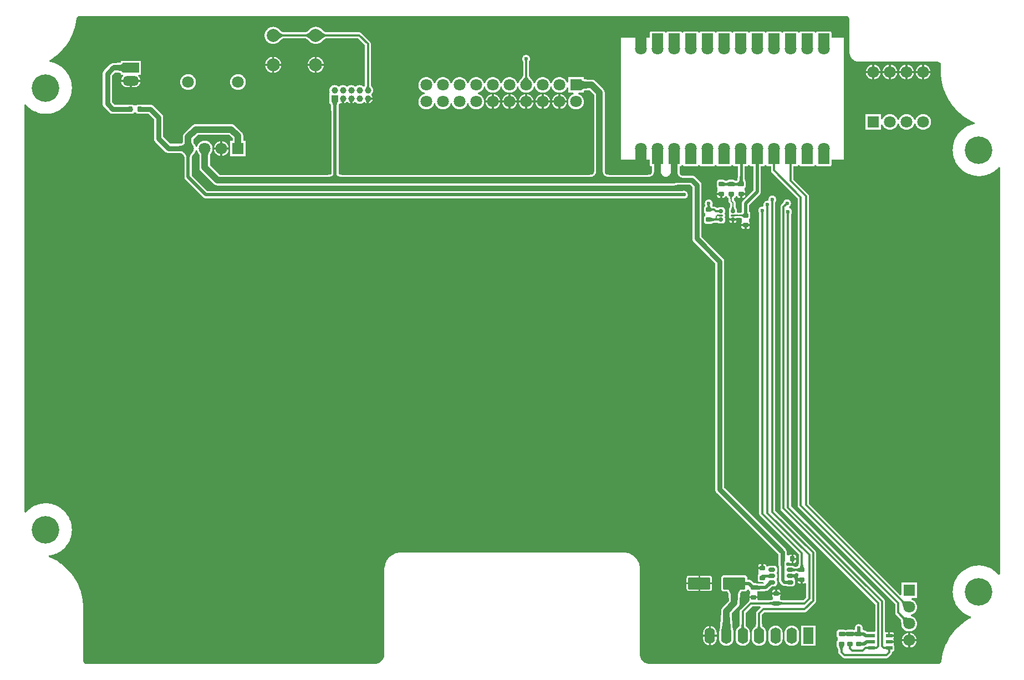
<source format=gtl>
G04*
G04 #@! TF.GenerationSoftware,Altium Limited,Altium Designer,23.3.1 (30)*
G04*
G04 Layer_Physical_Order=1*
G04 Layer_Color=255*
%FSLAX44Y44*%
%MOMM*%
G71*
G04*
G04 #@! TF.SameCoordinates,414C3010-CE14-4ABF-8636-14FEAC747614*
G04*
G04*
G04 #@! TF.FilePolarity,Positive*
G04*
G01*
G75*
%ADD10C,0.3000*%
%ADD11C,0.2000*%
G04:AMPARAMS|DCode=16|XSize=0.6mm|YSize=0.6mm|CornerRadius=0.099mm|HoleSize=0mm|Usage=FLASHONLY|Rotation=270.000|XOffset=0mm|YOffset=0mm|HoleType=Round|Shape=RoundedRectangle|*
%AMROUNDEDRECTD16*
21,1,0.6000,0.4020,0,0,270.0*
21,1,0.4020,0.6000,0,0,270.0*
1,1,0.1980,-0.2010,-0.2010*
1,1,0.1980,-0.2010,0.2010*
1,1,0.1980,0.2010,0.2010*
1,1,0.1980,0.2010,-0.2010*
%
%ADD16ROUNDEDRECTD16*%
G04:AMPARAMS|DCode=17|XSize=0.4mm|YSize=0.6mm|CornerRadius=0.1mm|HoleSize=0mm|Usage=FLASHONLY|Rotation=270.000|XOffset=0mm|YOffset=0mm|HoleType=Round|Shape=RoundedRectangle|*
%AMROUNDEDRECTD17*
21,1,0.4000,0.4000,0,0,270.0*
21,1,0.2000,0.6000,0,0,270.0*
1,1,0.2000,-0.2000,-0.1000*
1,1,0.2000,-0.2000,0.1000*
1,1,0.2000,0.2000,0.1000*
1,1,0.2000,0.2000,-0.1000*
%
%ADD17ROUNDEDRECTD17*%
G04:AMPARAMS|DCode=18|XSize=0.55mm|YSize=1.05mm|CornerRadius=0.099mm|HoleSize=0mm|Usage=FLASHONLY|Rotation=270.000|XOffset=0mm|YOffset=0mm|HoleType=Round|Shape=RoundedRectangle|*
%AMROUNDEDRECTD18*
21,1,0.5500,0.8520,0,0,270.0*
21,1,0.3520,1.0500,0,0,270.0*
1,1,0.1980,-0.4260,-0.1760*
1,1,0.1980,-0.4260,0.1760*
1,1,0.1980,0.4260,0.1760*
1,1,0.1980,0.4260,-0.1760*
%
%ADD18ROUNDEDRECTD18*%
G04:AMPARAMS|DCode=19|XSize=1.85mm|YSize=3.4mm|CornerRadius=0.1017mm|HoleSize=0mm|Usage=FLASHONLY|Rotation=270.000|XOffset=0mm|YOffset=0mm|HoleType=Round|Shape=RoundedRectangle|*
%AMROUNDEDRECTD19*
21,1,1.8500,3.1965,0,0,270.0*
21,1,1.6465,3.4000,0,0,270.0*
1,1,0.2035,-1.5983,-0.8233*
1,1,0.2035,-1.5983,0.8233*
1,1,0.2035,1.5983,0.8233*
1,1,0.2035,1.5983,-0.8233*
%
%ADD19ROUNDEDRECTD19*%
G04:AMPARAMS|DCode=20|XSize=0.6mm|YSize=0.95mm|CornerRadius=0.099mm|HoleSize=0mm|Usage=FLASHONLY|Rotation=270.000|XOffset=0mm|YOffset=0mm|HoleType=Round|Shape=RoundedRectangle|*
%AMROUNDEDRECTD20*
21,1,0.6000,0.7520,0,0,270.0*
21,1,0.4020,0.9500,0,0,270.0*
1,1,0.1980,-0.3760,-0.2010*
1,1,0.1980,-0.3760,0.2010*
1,1,0.1980,0.3760,0.2010*
1,1,0.1980,0.3760,-0.2010*
%
%ADD20ROUNDEDRECTD20*%
%ADD21R,1.7999X2.3800*%
%ADD22R,1.7999X2.3800*%
G04:AMPARAMS|DCode=43|XSize=0.8mm|YSize=0.7mm|CornerRadius=0.0735mm|HoleSize=0mm|Usage=FLASHONLY|Rotation=180.000|XOffset=0mm|YOffset=0mm|HoleType=Round|Shape=RoundedRectangle|*
%AMROUNDEDRECTD43*
21,1,0.8000,0.5530,0,0,180.0*
21,1,0.6530,0.7000,0,0,180.0*
1,1,0.1470,-0.3265,0.2765*
1,1,0.1470,0.3265,0.2765*
1,1,0.1470,0.3265,-0.2765*
1,1,0.1470,-0.3265,-0.2765*
%
%ADD43ROUNDEDRECTD43*%
G04:AMPARAMS|DCode=44|XSize=0.8mm|YSize=0.7mm|CornerRadius=0.0735mm|HoleSize=0mm|Usage=FLASHONLY|Rotation=270.000|XOffset=0mm|YOffset=0mm|HoleType=Round|Shape=RoundedRectangle|*
%AMROUNDEDRECTD44*
21,1,0.8000,0.5530,0,0,270.0*
21,1,0.6530,0.7000,0,0,270.0*
1,1,0.1470,-0.2765,-0.3265*
1,1,0.1470,-0.2765,0.3265*
1,1,0.1470,0.2765,0.3265*
1,1,0.1470,0.2765,-0.3265*
%
%ADD44ROUNDEDRECTD44*%
%ADD45C,0.8000*%
%ADD46C,0.5000*%
%ADD47C,0.1270*%
%ADD48C,0.4000*%
%ADD49C,1.0000*%
%ADD50C,0.7000*%
%ADD51R,1.8000X1.8000*%
%ADD52C,1.8000*%
%ADD53C,1.0000*%
%ADD54R,1.0000X1.0000*%
%ADD55R,1.8000X1.8000*%
%ADD56O,2.5000X1.5000*%
%ADD57R,2.5000X1.5000*%
%ADD58C,2.0000*%
%ADD59O,1.6000X2.5000*%
%ADD60R,1.6000X2.5000*%
%ADD61C,4.2000*%
%ADD62C,0.6000*%
G36*
X1261430Y994714D02*
X1262322Y994344D01*
X1263125Y993808D01*
X1263808Y993125D01*
X1264344Y992322D01*
X1264714Y991430D01*
X1264902Y990483D01*
Y940000D01*
X1264927Y939875D01*
X1264908Y939750D01*
X1264956Y938770D01*
X1265048Y938403D01*
Y938025D01*
X1265431Y936103D01*
X1265623Y935639D01*
X1265721Y935146D01*
X1266471Y933335D01*
X1266750Y932918D01*
X1266942Y932454D01*
X1268031Y930824D01*
X1268386Y930469D01*
X1268665Y930051D01*
X1270051Y928665D01*
X1270469Y928386D01*
X1270824Y928031D01*
X1272454Y926942D01*
X1272918Y926750D01*
X1273335Y926471D01*
X1275146Y925721D01*
X1275639Y925623D01*
X1276103Y925431D01*
X1278025Y925048D01*
X1278403D01*
X1278770Y924956D01*
X1279750Y924908D01*
X1279875Y924927D01*
X1280000Y924902D01*
X1400000Y924902D01*
X1400483D01*
X1401430Y924714D01*
X1402322Y924344D01*
X1403125Y923808D01*
X1403808Y923125D01*
X1404344Y922322D01*
X1404714Y921430D01*
X1404902Y920483D01*
Y910000D01*
X1404915Y909938D01*
X1404904Y909875D01*
X1405000Y905950D01*
X1405042Y905764D01*
X1405023Y905575D01*
X1405793Y897762D01*
X1405866Y897520D01*
Y897267D01*
X1407398Y889567D01*
X1407494Y889334D01*
X1407519Y889082D01*
X1409798Y881569D01*
X1409917Y881346D01*
X1409967Y881098D01*
X1412971Y873845D01*
X1413112Y873635D01*
X1413185Y873393D01*
X1416886Y866469D01*
X1417046Y866273D01*
X1417143Y866040D01*
X1421505Y859512D01*
X1421684Y859333D01*
X1421803Y859110D01*
X1426783Y853041D01*
X1426979Y852881D01*
X1427119Y852671D01*
X1432670Y847119D01*
X1432881Y846979D01*
X1433041Y846783D01*
X1439110Y841803D01*
X1439333Y841684D01*
X1439512Y841505D01*
X1446040Y837143D01*
X1446273Y837046D01*
X1446469Y836886D01*
X1453392Y833185D01*
X1453634Y833112D01*
X1453845Y832971D01*
X1456581Y831838D01*
X1456328Y829778D01*
X1456066Y829739D01*
X1454361Y829410D01*
X1452672Y829007D01*
X1451003Y828531D01*
X1449356Y827983D01*
X1447734Y827365D01*
X1446140Y826676D01*
X1444578Y825919D01*
X1443050Y825095D01*
X1441559Y824206D01*
X1440108Y823252D01*
X1438700Y822237D01*
X1437337Y821161D01*
X1436022Y820028D01*
X1434758Y818838D01*
X1433546Y817595D01*
X1432390Y816300D01*
X1431291Y814956D01*
X1430251Y813566D01*
X1429272Y812132D01*
X1428357Y810657D01*
X1427506Y809144D01*
X1426722Y807595D01*
X1426006Y806014D01*
X1425359Y804403D01*
X1424782Y802765D01*
X1424277Y801104D01*
X1423845Y799423D01*
X1423486Y797725D01*
X1423201Y796012D01*
X1422990Y794289D01*
X1422855Y792558D01*
X1422794Y790823D01*
X1422809Y789087D01*
X1422899Y787354D01*
X1423065Y785625D01*
X1423305Y783906D01*
X1423620Y782199D01*
X1424008Y780507D01*
X1424469Y778833D01*
X1425003Y777181D01*
X1425608Y775554D01*
X1426283Y773954D01*
X1427026Y772385D01*
X1427837Y770851D01*
X1428713Y769352D01*
X1429654Y767893D01*
X1430658Y766476D01*
X1431721Y765104D01*
X1432844Y763780D01*
X1434022Y762505D01*
X1435255Y761283D01*
X1436540Y760116D01*
X1437874Y759005D01*
X1439255Y757953D01*
X1440681Y756962D01*
X1442148Y756034D01*
X1443654Y755170D01*
X1445195Y754373D01*
X1446771Y753643D01*
X1448376Y752982D01*
X1450009Y752391D01*
X1451665Y751872D01*
X1453343Y751425D01*
X1455038Y751051D01*
X1456748Y750752D01*
X1458469Y750526D01*
X1460199Y750376D01*
X1461933Y750301D01*
X1462801Y750301D01*
X1462801Y750301D01*
X1463667Y750301D01*
X1465398Y750376D01*
X1467124Y750527D01*
X1468842Y750753D01*
X1470548Y751054D01*
X1472239Y751429D01*
X1473913Y751877D01*
X1475565Y752398D01*
X1477193Y752991D01*
X1478793Y753654D01*
X1480364Y754386D01*
X1481900Y755186D01*
X1483401Y756052D01*
X1484862Y756983D01*
X1486281Y757977D01*
X1487655Y759031D01*
X1488983Y760145D01*
X1490260Y761315D01*
X1491485Y762540D01*
X1492655Y763818D01*
X1492902Y764112D01*
X1494902Y763384D01*
X1494902Y141833D01*
X1492902Y141103D01*
X1492479Y141607D01*
X1491288Y142904D01*
X1490041Y144148D01*
X1488741Y145336D01*
X1487390Y146466D01*
X1485992Y147536D01*
X1484548Y148545D01*
X1483061Y149488D01*
X1481534Y150367D01*
X1479971Y151177D01*
X1478374Y151919D01*
X1476745Y152590D01*
X1475090Y153189D01*
X1473409Y153716D01*
X1471707Y154168D01*
X1469987Y154546D01*
X1468252Y154848D01*
X1466505Y155074D01*
X1464750Y155224D01*
X1462991Y155297D01*
X1462110Y155295D01*
Y155295D01*
X1461242Y155280D01*
X1459509Y155175D01*
X1457783Y154994D01*
X1456066Y154739D01*
X1454361Y154410D01*
X1452672Y154007D01*
X1451003Y153531D01*
X1449356Y152984D01*
X1447734Y152365D01*
X1446140Y151676D01*
X1444578Y150919D01*
X1443050Y150095D01*
X1441559Y149206D01*
X1440108Y148252D01*
X1438700Y147237D01*
X1437337Y146161D01*
X1436022Y145028D01*
X1434758Y143838D01*
X1433546Y142595D01*
X1432390Y141300D01*
X1431291Y139956D01*
X1430251Y138566D01*
X1429272Y137132D01*
X1428357Y135657D01*
X1427506Y134144D01*
X1426722Y132595D01*
X1426006Y131014D01*
X1425359Y129403D01*
X1424782Y127765D01*
X1424277Y126104D01*
X1423845Y124423D01*
X1423486Y122725D01*
X1423201Y121012D01*
X1422990Y119289D01*
X1422855Y117558D01*
X1422794Y115823D01*
X1422809Y114087D01*
X1422899Y112353D01*
X1423065Y110625D01*
X1423305Y108906D01*
X1423620Y107199D01*
X1424008Y105507D01*
X1424469Y103833D01*
X1425003Y102181D01*
X1425608Y100554D01*
X1426283Y98954D01*
X1427026Y97386D01*
X1427837Y95850D01*
X1428713Y94352D01*
X1429654Y92893D01*
X1430658Y91476D01*
X1431721Y90104D01*
X1432844Y88780D01*
X1434022Y87505D01*
X1435255Y86283D01*
X1436540Y85115D01*
X1437874Y84005D01*
X1439255Y82953D01*
X1440681Y81962D01*
X1442148Y81034D01*
X1443654Y80170D01*
X1445195Y79373D01*
X1446771Y78643D01*
X1448376Y77982D01*
X1450009Y77391D01*
X1450119Y77357D01*
X1450282Y75209D01*
X1449282Y74719D01*
X1449095Y74576D01*
X1448875Y74495D01*
X1442646Y70699D01*
X1442472Y70540D01*
X1442260Y70439D01*
X1436402Y66092D01*
X1436245Y65917D01*
X1436042Y65798D01*
X1430605Y60935D01*
X1430464Y60747D01*
X1430273Y60609D01*
X1425301Y55271D01*
X1425178Y55071D01*
X1425000Y54917D01*
X1420536Y49148D01*
X1420431Y48938D01*
X1420268Y48768D01*
X1416348Y42616D01*
X1416262Y42397D01*
X1416116Y42213D01*
X1412772Y35730D01*
X1412707Y35504D01*
X1412578Y35308D01*
X1409838Y28547D01*
X1409794Y28316D01*
X1409684Y28109D01*
X1407571Y21126D01*
X1407549Y20892D01*
X1407457Y20676D01*
X1405990Y13530D01*
X1405989Y13354D01*
X1405931Y13186D01*
X1405443Y9571D01*
X1405447Y9512D01*
X1405429Y9456D01*
X1405379Y9010D01*
X1405119Y8152D01*
X1404709Y7355D01*
X1404160Y6645D01*
X1403491Y6047D01*
X1402725Y5581D01*
X1401888Y5261D01*
X1401006Y5098D01*
X1400557D01*
X960000Y5098D01*
X958532D01*
X955653Y5670D01*
X952941Y6794D01*
X950500Y8425D01*
X948425Y10500D01*
X946794Y12941D01*
X945670Y15653D01*
X945098Y18532D01*
X945098Y20000D01*
X945098Y150000D01*
X945073Y150125D01*
X945092Y150250D01*
X944995Y152211D01*
X944903Y152577D01*
Y152955D01*
X944139Y156800D01*
X943947Y157264D01*
X943848Y157757D01*
X942348Y161379D01*
X942069Y161796D01*
X941877Y162260D01*
X939699Y165520D01*
X939344Y165875D01*
X939065Y166293D01*
X936293Y169065D01*
X935875Y169344D01*
X935520Y169699D01*
X932260Y171877D01*
X931796Y172069D01*
X931379Y172348D01*
X927757Y173848D01*
X927264Y173946D01*
X926800Y174139D01*
X922955Y174904D01*
X922577D01*
X922211Y174995D01*
X920250Y175092D01*
X920125Y175073D01*
X920000Y175098D01*
X580000Y175098D01*
X579875Y175073D01*
X579750Y175092D01*
X577789Y174995D01*
X577423Y174904D01*
X577045D01*
X573200Y174139D01*
X572736Y173946D01*
X572243Y173848D01*
X568621Y172348D01*
X568204Y172069D01*
X567740Y171877D01*
X564480Y169699D01*
X564125Y169344D01*
X563707Y169065D01*
X560935Y166293D01*
X560656Y165875D01*
X560301Y165520D01*
X558123Y162260D01*
X557931Y161796D01*
X557652Y161379D01*
X556151Y157757D01*
X556054Y157264D01*
X555861Y156800D01*
X555097Y152955D01*
Y152577D01*
X555005Y152211D01*
X554908Y150250D01*
X554927Y150125D01*
X554902Y150000D01*
X554902Y20000D01*
Y18532D01*
X554329Y15653D01*
X553206Y12941D01*
X551575Y10500D01*
X549500Y8425D01*
X547059Y6794D01*
X544347Y5670D01*
X541468Y5098D01*
X540000Y5098D01*
X100000Y5098D01*
X99517D01*
X98570Y5286D01*
X97678Y5656D01*
X96875Y6192D01*
X96192Y6875D01*
X95656Y7678D01*
X95286Y8570D01*
X95098Y9517D01*
Y10000D01*
Y90000D01*
X95085Y90063D01*
X95096Y90125D01*
X95000Y94051D01*
X94958Y94236D01*
X94977Y94425D01*
X94207Y102238D01*
X94134Y102480D01*
Y102733D01*
X92602Y110433D01*
X92506Y110667D01*
X92481Y110918D01*
X90202Y118431D01*
X90083Y118654D01*
X90033Y118902D01*
X87029Y126155D01*
X86888Y126366D01*
X86815Y126608D01*
X83114Y133532D01*
X82954Y133727D01*
X82857Y133961D01*
X78495Y140488D01*
X78316Y140667D01*
X78197Y140890D01*
X73217Y146959D01*
X73021Y147119D01*
X72881Y147330D01*
X67329Y152881D01*
X67119Y153021D01*
X66959Y153217D01*
X60890Y158197D01*
X60667Y158317D01*
X60488Y158496D01*
X53960Y162857D01*
X53727Y162954D01*
X53531Y163114D01*
X46607Y166815D01*
X46365Y166889D01*
X46155Y167029D01*
X42470Y168555D01*
X42741Y170608D01*
X43841Y170753D01*
X45547Y171054D01*
X47239Y171429D01*
X48912Y171877D01*
X50565Y172398D01*
X52193Y172991D01*
X53793Y173654D01*
X55363Y174386D01*
X56900Y175186D01*
X58401Y176052D01*
X59862Y176983D01*
X61281Y177976D01*
X62655Y179031D01*
X63983Y180145D01*
X65260Y181315D01*
X66485Y182540D01*
X67655Y183817D01*
X68769Y185145D01*
X69824Y186519D01*
X70817Y187938D01*
X71748Y189399D01*
X72614Y190900D01*
X73414Y192436D01*
X74146Y194007D01*
X74809Y195607D01*
X75402Y197235D01*
X75923Y198888D01*
X76371Y200561D01*
X76746Y202252D01*
X77047Y203958D01*
X77273Y205676D01*
X77424Y207402D01*
X77500Y209133D01*
X77500Y209999D01*
X77500Y210880D01*
X77423Y212639D01*
X77269Y214394D01*
X77039Y216140D01*
X76733Y217874D01*
X76351Y219593D01*
X75894Y221294D01*
X75364Y222973D01*
X74761Y224628D01*
X74086Y226255D01*
X73341Y227850D01*
X72526Y229412D01*
X71645Y230936D01*
X70697Y232421D01*
X69686Y233862D01*
X68612Y235259D01*
X67479Y236607D01*
X66288Y237904D01*
X65041Y239148D01*
X63741Y240336D01*
X62390Y241466D01*
X60992Y242536D01*
X59548Y243544D01*
X58061Y244488D01*
X56534Y245367D01*
X54971Y246177D01*
X53374Y246919D01*
X51745Y247590D01*
X50089Y248189D01*
X48409Y248716D01*
X46707Y249168D01*
X44987Y249546D01*
X43252Y249848D01*
X41505Y250074D01*
X39750Y250224D01*
X37991Y250297D01*
X37110Y250295D01*
Y250294D01*
X36242Y250280D01*
X34509Y250174D01*
X32783Y249994D01*
X31066Y249739D01*
X29361Y249410D01*
X27672Y249007D01*
X26003Y248531D01*
X24355Y247983D01*
X22734Y247365D01*
X21140Y246676D01*
X19577Y245919D01*
X18049Y245095D01*
X16559Y244206D01*
X15108Y243252D01*
X13700Y242237D01*
X12337Y241161D01*
X11022Y240028D01*
X9758Y238838D01*
X8546Y237595D01*
X7390Y236300D01*
X7098Y235943D01*
X5098Y236657D01*
Y858934D01*
X5503Y859226D01*
X7098Y859660D01*
X7844Y858780D01*
X9022Y857505D01*
X10255Y856283D01*
X11540Y855116D01*
X12874Y854005D01*
X14255Y852953D01*
X15681Y851962D01*
X17148Y851034D01*
X18654Y850170D01*
X20196Y849373D01*
X21771Y848643D01*
X23376Y847982D01*
X25008Y847391D01*
X26665Y846872D01*
X28343Y846425D01*
X30038Y846051D01*
X31748Y845752D01*
X33469Y845526D01*
X35199Y845376D01*
X36933Y845301D01*
X37801Y845301D01*
X37801Y845301D01*
X38667Y845301D01*
X40398Y845376D01*
X42124Y845527D01*
X43842Y845753D01*
X45548Y846054D01*
X47239Y846429D01*
X48913Y846877D01*
X50565Y847398D01*
X52193Y847991D01*
X53793Y848654D01*
X55364Y849386D01*
X56900Y850186D01*
X58401Y851052D01*
X59862Y851983D01*
X61281Y852977D01*
X62656Y854031D01*
X63983Y855145D01*
X65260Y856315D01*
X66485Y857540D01*
X67656Y858818D01*
X68769Y860145D01*
X69824Y861519D01*
X70817Y862938D01*
X71748Y864399D01*
X72614Y865900D01*
X73415Y867437D01*
X74147Y869007D01*
X74810Y870607D01*
X75402Y872235D01*
X75923Y873888D01*
X76371Y875561D01*
X76746Y877253D01*
X77047Y878959D01*
X77273Y880676D01*
X77424Y882402D01*
X77500Y884133D01*
X77500Y884999D01*
X77500Y885880D01*
X77423Y887639D01*
X77269Y889394D01*
X77039Y891140D01*
X76733Y892874D01*
X76351Y894593D01*
X75894Y896294D01*
X75364Y897973D01*
X74761Y899628D01*
X74086Y901255D01*
X73341Y902850D01*
X72526Y904412D01*
X71645Y905937D01*
X70697Y907421D01*
X69686Y908863D01*
X68612Y910259D01*
X67479Y911607D01*
X66288Y912904D01*
X65041Y914148D01*
X63741Y915336D01*
X62390Y916466D01*
X60992Y917536D01*
X59548Y918544D01*
X58061Y919489D01*
X56535Y920367D01*
X54971Y921177D01*
X53374Y921919D01*
X51746Y922590D01*
X50090Y923189D01*
X48409Y923716D01*
X46707Y924168D01*
X44987Y924546D01*
X43732Y924764D01*
X43283Y926030D01*
X43305Y926858D01*
X48991Y930428D01*
X49201Y930627D01*
X49458Y930759D01*
X56481Y936359D01*
X56668Y936580D01*
X56908Y936740D01*
X63260Y943092D01*
X63420Y943332D01*
X63641Y943519D01*
X69241Y950543D01*
X69373Y950799D01*
X69572Y951010D01*
X74349Y958617D01*
X74452Y958887D01*
X74626Y959118D01*
X78520Y967213D01*
X78592Y967493D01*
X78738Y967742D01*
X81700Y976222D01*
X81741Y976508D01*
X81858Y976772D01*
X83851Y985531D01*
X83857Y985748D01*
X83928Y985953D01*
X84553Y990403D01*
X84549Y990475D01*
X84571Y990545D01*
X84621Y990991D01*
X84880Y991849D01*
X85292Y992646D01*
X85840Y993355D01*
X86509Y993953D01*
X87275Y994420D01*
X88112Y994740D01*
X88995Y994902D01*
X89443Y994902D01*
X1260483D01*
X1261430Y994714D01*
D02*
G37*
%LPC*%
G36*
X450000Y978258D02*
X449072Y978225D01*
X448149Y978126D01*
X447235Y977961D01*
X446335Y977731D01*
X445454Y977438D01*
X444596Y977083D01*
X443766Y976667D01*
X442967Y976193D01*
X442204Y975664D01*
X441481Y975081D01*
X440802Y974448D01*
X440765Y974409D01*
X440744Y974391D01*
X439746Y973405D01*
X437896Y971771D01*
X437114Y971174D01*
X436378Y970676D01*
X435722Y970296D01*
X435158Y970029D01*
X434698Y969866D01*
X434352Y969788D01*
X433998Y969760D01*
X401002D01*
X400648Y969788D01*
X400302Y969866D01*
X399842Y970030D01*
X399278Y970296D01*
X398622Y970676D01*
X397886Y971174D01*
X397104Y971771D01*
X395254Y973405D01*
X394256Y974391D01*
X394235Y974409D01*
X394198Y974448D01*
X393519Y975081D01*
X392796Y975664D01*
X392033Y976193D01*
X391234Y976667D01*
X390404Y977083D01*
X389546Y977438D01*
X388665Y977731D01*
X387765Y977961D01*
X386851Y978126D01*
X385928Y978225D01*
X385000Y978258D01*
X384072Y978225D01*
X383149Y978126D01*
X382235Y977961D01*
X381335Y977731D01*
X380454Y977438D01*
X379596Y977083D01*
X378766Y976667D01*
X377967Y976193D01*
X377204Y975664D01*
X376481Y975081D01*
X375802Y974448D01*
X375169Y973769D01*
X374586Y973046D01*
X374057Y972283D01*
X373583Y971484D01*
X373167Y970654D01*
X372812Y969796D01*
X372519Y968915D01*
X372289Y968015D01*
X372124Y967101D01*
X372025Y966178D01*
X371992Y965250D01*
X372025Y964322D01*
X372124Y963399D01*
X372289Y962485D01*
X372519Y961585D01*
X372812Y960704D01*
X373167Y959846D01*
X373583Y959016D01*
X374057Y958217D01*
X374586Y957454D01*
X375169Y956731D01*
X375802Y956052D01*
X376481Y955419D01*
X377204Y954836D01*
X377967Y954307D01*
X378766Y953833D01*
X379596Y953417D01*
X380454Y953062D01*
X381335Y952769D01*
X382235Y952539D01*
X383149Y952374D01*
X384072Y952275D01*
X385000Y952242D01*
X385928Y952275D01*
X386851Y952374D01*
X387765Y952539D01*
X388665Y952769D01*
X389546Y953062D01*
X390404Y953417D01*
X391234Y953833D01*
X392033Y954307D01*
X392796Y954836D01*
X393519Y955419D01*
X394198Y956052D01*
X394235Y956091D01*
X394256Y956109D01*
X395254Y957095D01*
X397104Y958729D01*
X397886Y959326D01*
X398622Y959824D01*
X399278Y960204D01*
X399842Y960471D01*
X400302Y960634D01*
X400648Y960712D01*
X401002Y960740D01*
X433998D01*
X434352Y960712D01*
X434698Y960634D01*
X435158Y960471D01*
X435722Y960204D01*
X436378Y959824D01*
X437114Y959326D01*
X437896Y958729D01*
X439746Y957095D01*
X440744Y956109D01*
X440765Y956091D01*
X440802Y956052D01*
X441481Y955419D01*
X442204Y954836D01*
X442967Y954307D01*
X443766Y953833D01*
X444596Y953417D01*
X445454Y953062D01*
X446335Y952769D01*
X447235Y952539D01*
X448149Y952374D01*
X449072Y952275D01*
X450000Y952242D01*
X450928Y952275D01*
X451851Y952374D01*
X452765Y952539D01*
X453665Y952769D01*
X454546Y953062D01*
X455404Y953417D01*
X456234Y953833D01*
X457033Y954307D01*
X457796Y954836D01*
X458519Y955419D01*
X459198Y956052D01*
X459235Y956091D01*
X459256Y956109D01*
X460254Y957095D01*
X462104Y958729D01*
X462886Y959326D01*
X463622Y959824D01*
X464278Y960204D01*
X464842Y960471D01*
X465302Y960634D01*
X465648Y960712D01*
X466002Y960740D01*
X514632D01*
X525140Y950232D01*
Y889179D01*
X525130Y888946D01*
X525107Y888778D01*
X525068Y888609D01*
X525010Y888432D01*
X524930Y888244D01*
X524823Y888041D01*
X524684Y887822D01*
X524632Y887751D01*
X524162Y887481D01*
X524074Y887455D01*
X522378Y887272D01*
X522031Y887542D01*
X521400Y888010D01*
X520726Y888414D01*
X520015Y888750D01*
X519275Y889015D01*
X518513Y889206D01*
X517735Y889321D01*
X516950Y889360D01*
X516165Y889321D01*
X515387Y889206D01*
X514625Y889015D01*
X513885Y888750D01*
X513174Y888414D01*
X512500Y888010D01*
X511869Y887542D01*
X511190Y887014D01*
X510010D01*
X509331Y887542D01*
X508700Y888010D01*
X508026Y888414D01*
X507315Y888750D01*
X506575Y889015D01*
X505813Y889206D01*
X505035Y889321D01*
X504250Y889360D01*
X503465Y889321D01*
X502687Y889206D01*
X501925Y889015D01*
X501185Y888750D01*
X500474Y888414D01*
X499800Y888010D01*
X499169Y887542D01*
X498490Y887014D01*
X497310D01*
X496631Y887542D01*
X496000Y888010D01*
X495326Y888414D01*
X494615Y888750D01*
X493875Y889015D01*
X493113Y889206D01*
X492335Y889321D01*
X491550Y889360D01*
X490765Y889321D01*
X489987Y889206D01*
X489225Y889015D01*
X488485Y888750D01*
X487774Y888414D01*
X487100Y888010D01*
X486469Y887542D01*
X485790Y887014D01*
X484610D01*
X483931Y887542D01*
X483300Y888010D01*
X482626Y888414D01*
X481915Y888750D01*
X481175Y889015D01*
X480413Y889206D01*
X479635Y889321D01*
X478850Y889360D01*
X478065Y889321D01*
X477287Y889206D01*
X476525Y889015D01*
X475785Y888750D01*
X475074Y888414D01*
X474400Y888010D01*
X473769Y887542D01*
X473186Y887014D01*
X472659Y886431D01*
X472190Y885800D01*
X471786Y885126D01*
X471450Y884415D01*
X471185Y883675D01*
X470994Y882913D01*
X470879Y882135D01*
X470840Y881350D01*
X470879Y880565D01*
X470994Y879787D01*
X471185Y879025D01*
X471319Y878650D01*
X470852Y876650D01*
X470852D01*
Y860650D01*
X472748D01*
X472826Y860432D01*
X473077Y859355D01*
X473297Y857952D01*
X473713Y851420D01*
X473741Y848650D01*
X473741Y848645D01*
Y754164D01*
X473694Y753717D01*
X473638Y753556D01*
X473543Y753414D01*
X473323Y753211D01*
X472887Y752944D01*
X472185Y752657D01*
X471210Y752394D01*
X469970Y752187D01*
X468478Y752056D01*
X466724Y752010D01*
X303068D01*
X288460Y766618D01*
Y779524D01*
X288472Y780431D01*
X288505Y781223D01*
X288643Y782637D01*
X288725Y783122D01*
X288820Y783523D01*
X288908Y783798D01*
X288966Y783932D01*
X288985Y783955D01*
X289582Y784601D01*
X290166Y785341D01*
X290690Y786125D01*
X291150Y786948D01*
X291545Y787804D01*
X291871Y788689D01*
X292127Y789596D01*
X292311Y790521D01*
X292422Y791458D01*
X292459Y792400D01*
X292422Y793342D01*
X292311Y794279D01*
X292127Y795203D01*
X291871Y796111D01*
X291545Y796996D01*
X291150Y797852D01*
X290690Y798675D01*
X290166Y799459D01*
X289582Y800199D01*
X288942Y800892D01*
X288249Y801532D01*
X287509Y802116D01*
X286725Y802640D01*
X285902Y803100D01*
X285046Y803495D01*
X284161Y803821D01*
X283253Y804077D01*
X282329Y804261D01*
X281392Y804372D01*
X280450Y804409D01*
X279508Y804372D01*
X278571Y804261D01*
X277647Y804077D01*
X276739Y803821D01*
X275854Y803495D01*
X274998Y803100D01*
X274175Y802640D01*
X273391Y802116D01*
X272651Y801532D01*
X271958Y800892D01*
X271318Y800199D01*
X270734Y799459D01*
X270210Y798675D01*
X269750Y797852D01*
X269355Y796996D01*
X269028Y796111D01*
X268773Y795203D01*
X268770Y795189D01*
X266730D01*
X266727Y795203D01*
X266472Y796111D01*
X266145Y796996D01*
X265750Y797852D01*
X265290Y798675D01*
X264766Y799459D01*
X264182Y800199D01*
X263585Y800845D01*
X263566Y800868D01*
X263508Y801003D01*
X263420Y801277D01*
X263326Y801677D01*
X263248Y802133D01*
X263071Y804422D01*
X263060Y805276D01*
Y806482D01*
X270068Y813490D01*
X317932D01*
X323227Y808196D01*
X323210Y804400D01*
X319250D01*
Y780400D01*
X343250D01*
Y804400D01*
X339305D01*
X339260Y811456D01*
Y811500D01*
X339259Y811507D01*
X339259Y811519D01*
X339258Y811534D01*
X339221Y812285D01*
X339106Y813063D01*
X338915Y813825D01*
X338650Y814565D01*
X338314Y815276D01*
X337910Y815950D01*
X337441Y816581D01*
X336914Y817164D01*
X326914Y827164D01*
X326331Y827691D01*
X325700Y828160D01*
X325026Y828564D01*
X324315Y828900D01*
X323575Y829165D01*
X322813Y829356D01*
X322035Y829471D01*
X321250Y829510D01*
X266750D01*
X265965Y829471D01*
X265187Y829356D01*
X264425Y829165D01*
X263685Y828900D01*
X262974Y828564D01*
X262300Y828160D01*
X261669Y827691D01*
X261086Y827164D01*
X249386Y815464D01*
X248859Y814881D01*
X248390Y814250D01*
X247986Y813576D01*
X247650Y812865D01*
X247385Y812125D01*
X247194Y811363D01*
X247079Y810585D01*
X247040Y809800D01*
Y805276D01*
X247029Y804369D01*
X246995Y803577D01*
X246857Y802163D01*
X246775Y801677D01*
X246680Y801277D01*
X246592Y801003D01*
X246540Y800882D01*
X246317Y800681D01*
X246031Y800474D01*
X245699Y800279D01*
X245313Y800098D01*
X244866Y799934D01*
X244354Y799790D01*
X243775Y799673D01*
X243130Y799584D01*
X242416Y799529D01*
X241567Y799508D01*
X227903D01*
X217008Y810403D01*
Y840000D01*
X216975Y840687D01*
X216874Y841367D01*
X216707Y842034D01*
X216475Y842682D01*
X216181Y843304D01*
X215827Y843894D01*
X215418Y844446D01*
X214956Y844956D01*
X202456Y857456D01*
X201946Y857918D01*
X201394Y858327D01*
X200804Y858681D01*
X200182Y858975D01*
X199534Y859207D01*
X198867Y859374D01*
X198187Y859475D01*
X197500Y859508D01*
X181500D01*
X181492Y859508D01*
X178735D01*
X178246Y859476D01*
X177766Y859380D01*
X177303Y859223D01*
X176863Y859007D01*
X176456Y858735D01*
X176088Y858412D01*
X175765Y858044D01*
X175736Y858000D01*
X172264Y858000D01*
X172234Y858044D01*
X171912Y858412D01*
X171544Y858735D01*
X171136Y859007D01*
X170697Y859223D01*
X170234Y859380D01*
X169754Y859476D01*
X169265Y859508D01*
X166508D01*
X166500Y859508D01*
X142653D01*
X138758Y863403D01*
Y903847D01*
X143609Y908697D01*
X147789Y908468D01*
X149466Y908270D01*
X150826Y908026D01*
X151810Y907762D01*
X152000Y907684D01*
Y905250D01*
X155497D01*
X156181Y903304D01*
X156179Y903250D01*
X155564Y902686D01*
X154986Y902055D01*
X154465Y901376D01*
X154005Y900655D01*
X153610Y899896D01*
X153282Y899105D01*
X153025Y898289D01*
X152840Y897453D01*
X152813Y897251D01*
X167500D01*
X182187D01*
X182160Y897453D01*
X181975Y898289D01*
X181718Y899105D01*
X181390Y899896D01*
X180995Y900655D01*
X180535Y901376D01*
X180014Y902055D01*
X179436Y902686D01*
X178821Y903250D01*
X178819Y903304D01*
X179503Y905250D01*
X183000D01*
Y926250D01*
X152000D01*
Y923816D01*
X151810Y923738D01*
X150826Y923475D01*
X149532Y923242D01*
X143342Y922789D01*
X140715Y922759D01*
X140658Y922754D01*
X140063Y922725D01*
X139383Y922624D01*
X138716Y922457D01*
X138068Y922225D01*
X137446Y921931D01*
X136856Y921577D01*
X136304Y921168D01*
X135794Y920706D01*
X126794Y911706D01*
X126332Y911196D01*
X125923Y910644D01*
X125569Y910054D01*
X125275Y909432D01*
X125043Y908784D01*
X124876Y908117D01*
X124775Y907437D01*
X124742Y906750D01*
Y860500D01*
X124775Y859813D01*
X124876Y859133D01*
X125043Y858466D01*
X125275Y857818D01*
X125569Y857196D01*
X125923Y856606D01*
X126332Y856054D01*
X126794Y855544D01*
X134794Y847544D01*
X135304Y847082D01*
X135856Y846673D01*
X136446Y846319D01*
X137068Y846025D01*
X137716Y845793D01*
X138383Y845626D01*
X139063Y845525D01*
X139415Y845508D01*
X139750Y845492D01*
X166500D01*
X166508Y845492D01*
X169265D01*
X169754Y845524D01*
X170234Y845620D01*
X170697Y845777D01*
X171136Y845993D01*
X171544Y846265D01*
X171912Y846588D01*
X172234Y846956D01*
X172263Y847000D01*
X175737Y847000D01*
X175765Y846956D01*
X176088Y846588D01*
X176456Y846265D01*
X176863Y845993D01*
X177303Y845777D01*
X177766Y845620D01*
X178246Y845524D01*
X178735Y845492D01*
X181492D01*
X181500Y845492D01*
X194597D01*
X202992Y837097D01*
Y807500D01*
X203025Y806813D01*
X203126Y806133D01*
X203293Y805465D01*
X203525Y804818D01*
X203819Y804196D01*
X204173Y803606D01*
X204582Y803054D01*
X205044Y802544D01*
X220044Y787544D01*
X220554Y787082D01*
X221106Y786673D01*
X221696Y786319D01*
X222318Y786025D01*
X222966Y785793D01*
X223633Y785626D01*
X224313Y785525D01*
X225000Y785492D01*
X241468D01*
X242313Y785470D01*
X243021Y785414D01*
X243661Y785324D01*
X244231Y785205D01*
X244732Y785061D01*
X245168Y784895D01*
X245543Y784714D01*
X245864Y784519D01*
X246139Y784310D01*
X246495Y783976D01*
X246495Y783976D01*
X246558Y783908D01*
X246584Y783885D01*
X246587Y783881D01*
X247249Y783196D01*
X247775Y782585D01*
X248225Y781990D01*
X248600Y781416D01*
X248904Y780863D01*
X249142Y780332D01*
X249319Y779820D01*
X249442Y779324D01*
X249513Y778838D01*
X249541Y778268D01*
Y748700D01*
X249576Y748083D01*
X249680Y747474D01*
X249851Y746881D01*
X250087Y746310D01*
X250386Y745769D01*
X250743Y745265D01*
X251155Y744805D01*
X278105Y717855D01*
X278565Y717443D01*
X279069Y717086D01*
X279610Y716787D01*
X280181Y716551D01*
X280774Y716379D01*
X281383Y716276D01*
X282000Y716241D01*
X1009870D01*
X1010265Y716078D01*
X1010913Y715891D01*
X1011577Y715778D01*
X1012250Y715741D01*
X1012923Y715778D01*
X1013587Y715891D01*
X1014235Y716078D01*
X1014857Y716336D01*
X1015447Y716662D01*
X1015997Y717052D01*
X1016499Y717501D01*
X1016948Y718003D01*
X1017338Y718553D01*
X1017664Y719143D01*
X1017922Y719765D01*
X1018109Y720413D01*
X1018222Y721077D01*
X1018259Y721750D01*
X1018222Y722423D01*
X1018109Y723087D01*
X1017922Y723735D01*
X1017664Y724357D01*
X1017338Y724947D01*
X1016948Y725497D01*
X1016499Y725999D01*
X1015997Y726448D01*
X1015447Y726838D01*
X1014857Y727164D01*
X1014235Y727422D01*
X1013587Y727609D01*
X1012923Y727722D01*
X1012250Y727759D01*
X1011577Y727722D01*
X1010913Y727609D01*
X1010265Y727422D01*
X1009870Y727259D01*
X284282D01*
X260559Y750982D01*
Y778268D01*
X260586Y778838D01*
X260658Y779324D01*
X260781Y779820D01*
X260958Y780332D01*
X261196Y780863D01*
X261500Y781416D01*
X261875Y781990D01*
X262325Y782585D01*
X262851Y783196D01*
X263513Y783881D01*
X263517Y783885D01*
X263542Y783908D01*
X264182Y784601D01*
X264766Y785341D01*
X265290Y786125D01*
X265750Y786948D01*
X266145Y787804D01*
X266472Y788689D01*
X266727Y789596D01*
X266730Y789612D01*
X268770D01*
X268773Y789596D01*
X269028Y788689D01*
X269355Y787804D01*
X269750Y786948D01*
X270210Y786125D01*
X270734Y785341D01*
X271318Y784601D01*
X271915Y783955D01*
X271934Y783932D01*
X271992Y783797D01*
X272080Y783523D01*
X272174Y783122D01*
X272252Y782667D01*
X272429Y780378D01*
X272440Y779524D01*
Y763300D01*
X272479Y762515D01*
X272594Y761737D01*
X272785Y760975D01*
X273050Y760235D01*
X273386Y759524D01*
X273790Y758850D01*
X274258Y758219D01*
X274786Y757636D01*
X294086Y738336D01*
X294669Y737808D01*
X295300Y737340D01*
X295974Y736936D01*
X296685Y736600D01*
X297425Y736335D01*
X298187Y736144D01*
X298965Y736029D01*
X299750Y735990D01*
X997500D01*
X998285Y736029D01*
X999063Y736144D01*
X999825Y736335D01*
X1000565Y736600D01*
X1001276Y736936D01*
X1001368Y736992D01*
X1021847D01*
X1024992Y733847D01*
Y654750D01*
X1025025Y654063D01*
X1025126Y653383D01*
X1025293Y652716D01*
X1025525Y652068D01*
X1025819Y651446D01*
X1026173Y650856D01*
X1026582Y650304D01*
X1027044Y649794D01*
X1059992Y616847D01*
Y271500D01*
X1060025Y270813D01*
X1060126Y270133D01*
X1060293Y269466D01*
X1060525Y268818D01*
X1060819Y268196D01*
X1061173Y267606D01*
X1061582Y267054D01*
X1062044Y266544D01*
X1148794Y179794D01*
X1156044Y172544D01*
X1156492Y172138D01*
Y168768D01*
X1156492Y168765D01*
Y162235D01*
X1156524Y161746D01*
X1156619Y161266D01*
X1156777Y160803D01*
X1156779Y160799D01*
X1157482Y149105D01*
X1157491Y146506D01*
X1157491Y146499D01*
Y132500D01*
X1157526Y131883D01*
X1157629Y131274D01*
X1157801Y130681D01*
X1158037Y130110D01*
X1158336Y129569D01*
X1158693Y129065D01*
X1159105Y128605D01*
X1161954Y125755D01*
X1162415Y125343D01*
X1162919Y124986D01*
X1163460Y124687D01*
X1164030Y124451D01*
X1164624Y124280D01*
X1165233Y124176D01*
X1165850Y124142D01*
X1168569D01*
X1168966Y123946D01*
X1169461Y123778D01*
X1169974Y123676D01*
X1170496Y123642D01*
X1178016D01*
X1178538Y123676D01*
X1179051Y123778D01*
X1179546Y123946D01*
X1180015Y124177D01*
X1180450Y124468D01*
X1180843Y124813D01*
X1181188Y125206D01*
X1181479Y125641D01*
X1181710Y126110D01*
X1181878Y126605D01*
X1181980Y127118D01*
X1182014Y127640D01*
Y131660D01*
X1181980Y132182D01*
X1181878Y132695D01*
X1181710Y133190D01*
X1181479Y133659D01*
X1181188Y134094D01*
X1180843Y134488D01*
X1180450Y134832D01*
X1180871Y135492D01*
X1181062Y135878D01*
X1181201Y136287D01*
X1181285Y136710D01*
X1181313Y137140D01*
Y137650D01*
X1174255D01*
Y140650D01*
X1181313D01*
Y141160D01*
X1181285Y141591D01*
X1181230Y141864D01*
X1181436Y142430D01*
X1181878Y143213D01*
X1182453Y143770D01*
X1182552Y143830D01*
X1183407Y143892D01*
X1183599Y143873D01*
X1184406Y143738D01*
X1185141Y143574D01*
X1185773Y143392D01*
X1186299Y143199D01*
X1186717Y143004D01*
X1186750Y142985D01*
X1186750Y138571D01*
X1186522Y138304D01*
X1186273Y137897D01*
X1186090Y137456D01*
X1185978Y136991D01*
X1185941Y136515D01*
Y135251D01*
X1192249D01*
Y133751D01*
X1193749D01*
Y127941D01*
X1195515D01*
X1195991Y127978D01*
X1196456Y128090D01*
X1196897Y128272D01*
X1197240Y128483D01*
X1197721Y128377D01*
X1198661Y128050D01*
X1199240Y127594D01*
Y106368D01*
X1194882Y102010D01*
X1166230D01*
X1165054Y102027D01*
X1163988Y102079D01*
X1161996Y102290D01*
X1161199Y102431D01*
X1160463Y102603D01*
X1159821Y102796D01*
X1159276Y103003D01*
X1158826Y103218D01*
X1158756Y103260D01*
X1158750Y103264D01*
X1158750Y107679D01*
X1158978Y107946D01*
X1159228Y108353D01*
X1159410Y108794D01*
X1159522Y109259D01*
X1159559Y109735D01*
Y111000D01*
X1146941D01*
Y109735D01*
X1146978Y109259D01*
X1147090Y108794D01*
X1147272Y108353D01*
X1147522Y107946D01*
X1147750Y107679D01*
X1147750Y103263D01*
X1147744Y103260D01*
X1147674Y103218D01*
X1147224Y103003D01*
X1146679Y102796D01*
X1146037Y102603D01*
X1145301Y102431D01*
X1144534Y102295D01*
X1141390Y102027D01*
X1140270Y102010D01*
X1126397D01*
X1125928Y102289D01*
X1125847Y102375D01*
X1124809Y103985D01*
Y105250D01*
X1118500D01*
X1112191D01*
Y103985D01*
X1112228Y103509D01*
X1112340Y103044D01*
X1112504Y102523D01*
X1112311Y101689D01*
X1111755Y101078D01*
X1111755Y101078D01*
X1111311Y100689D01*
X1098811Y88189D01*
X1098422Y87745D01*
X1098095Y87255D01*
X1097834Y86726D01*
X1097644Y86167D01*
X1097529Y85589D01*
X1097490Y85000D01*
Y69397D01*
X1097376Y65858D01*
X1097245Y64502D01*
X1097068Y63370D01*
X1096865Y62513D01*
X1096740Y62162D01*
X1096248Y61886D01*
X1095529Y61406D01*
X1094851Y60871D01*
X1094216Y60284D01*
X1093629Y59649D01*
X1093094Y58971D01*
X1092614Y58252D01*
X1092191Y57498D01*
X1091830Y56713D01*
X1091530Y55902D01*
X1091296Y55070D01*
X1091127Y54222D01*
X1091025Y53364D01*
X1090992Y52500D01*
Y43500D01*
X1091025Y42636D01*
X1091127Y41778D01*
X1091296Y40930D01*
X1091530Y40098D01*
X1091830Y39287D01*
X1092191Y38502D01*
X1092614Y37748D01*
X1093094Y37029D01*
X1093629Y36351D01*
X1094216Y35716D01*
X1094851Y35129D01*
X1095529Y34594D01*
X1096248Y34114D01*
X1097002Y33691D01*
X1097787Y33330D01*
X1098598Y33030D01*
X1099430Y32796D01*
X1100278Y32627D01*
X1101136Y32525D01*
X1102000Y32492D01*
X1102864Y32525D01*
X1103722Y32627D01*
X1104570Y32796D01*
X1105402Y33030D01*
X1106213Y33330D01*
X1106998Y33691D01*
X1107752Y34114D01*
X1108471Y34594D01*
X1109149Y35129D01*
X1109784Y35716D01*
X1110371Y36351D01*
X1110906Y37029D01*
X1111386Y37748D01*
X1111809Y38502D01*
X1112170Y39287D01*
X1112470Y40098D01*
X1112704Y40930D01*
X1112873Y41778D01*
X1112975Y42636D01*
X1113008Y43500D01*
Y52500D01*
X1112975Y53364D01*
X1112873Y54222D01*
X1112704Y55070D01*
X1112470Y55902D01*
X1112170Y56713D01*
X1111809Y57498D01*
X1111386Y58252D01*
X1110906Y58971D01*
X1110371Y59649D01*
X1109784Y60284D01*
X1109149Y60871D01*
X1108471Y61406D01*
X1107752Y61886D01*
X1107260Y62162D01*
X1107135Y62513D01*
X1106932Y63370D01*
X1106761Y64466D01*
X1106537Y67542D01*
X1106510Y69358D01*
Y83132D01*
X1116368Y92990D01*
X1128784D01*
X1129613Y90990D01*
X1123811Y85189D01*
X1123422Y84745D01*
X1123095Y84255D01*
X1122834Y83726D01*
X1122644Y83167D01*
X1122529Y82589D01*
X1122490Y82000D01*
Y69397D01*
X1122376Y65858D01*
X1122245Y64502D01*
X1122068Y63370D01*
X1121865Y62513D01*
X1121740Y62162D01*
X1121248Y61886D01*
X1120529Y61406D01*
X1119851Y60871D01*
X1119216Y60284D01*
X1118629Y59649D01*
X1118094Y58971D01*
X1117614Y58252D01*
X1117191Y57498D01*
X1116830Y56713D01*
X1116530Y55902D01*
X1116296Y55070D01*
X1116127Y54222D01*
X1116025Y53364D01*
X1115992Y52500D01*
Y43500D01*
X1116025Y42636D01*
X1116127Y41778D01*
X1116296Y40930D01*
X1116530Y40098D01*
X1116830Y39287D01*
X1117191Y38502D01*
X1117614Y37748D01*
X1118094Y37029D01*
X1118629Y36351D01*
X1119216Y35716D01*
X1119851Y35129D01*
X1120529Y34594D01*
X1121248Y34114D01*
X1122002Y33691D01*
X1122787Y33330D01*
X1123598Y33030D01*
X1124430Y32796D01*
X1125278Y32627D01*
X1126136Y32525D01*
X1127000Y32492D01*
X1127864Y32525D01*
X1128722Y32627D01*
X1129570Y32796D01*
X1130402Y33030D01*
X1131213Y33330D01*
X1131998Y33691D01*
X1132752Y34114D01*
X1133471Y34594D01*
X1134149Y35129D01*
X1134784Y35716D01*
X1135371Y36351D01*
X1135906Y37029D01*
X1136386Y37748D01*
X1136809Y38502D01*
X1137170Y39287D01*
X1137470Y40098D01*
X1137704Y40930D01*
X1137873Y41778D01*
X1137975Y42636D01*
X1138008Y43500D01*
Y52500D01*
X1137975Y53364D01*
X1137873Y54222D01*
X1137704Y55070D01*
X1137470Y55902D01*
X1137170Y56713D01*
X1136809Y57498D01*
X1136386Y58252D01*
X1135906Y58971D01*
X1135371Y59649D01*
X1134784Y60284D01*
X1134149Y60871D01*
X1133471Y61406D01*
X1132752Y61886D01*
X1132260Y62162D01*
X1132135Y62513D01*
X1131932Y63370D01*
X1131761Y64466D01*
X1131537Y67542D01*
X1131510Y69358D01*
Y80132D01*
X1135368Y83990D01*
X1196750D01*
X1197339Y84029D01*
X1197917Y84144D01*
X1198476Y84334D01*
X1199005Y84594D01*
X1199495Y84922D01*
X1199939Y85311D01*
X1212689Y98061D01*
X1213078Y98505D01*
X1213405Y98995D01*
X1213666Y99524D01*
X1213856Y100083D01*
X1213971Y100661D01*
X1214010Y101250D01*
Y175000D01*
X1213971Y175589D01*
X1213856Y176167D01*
X1213666Y176726D01*
X1213405Y177255D01*
X1213078Y177745D01*
X1212689Y178189D01*
X1151760Y239118D01*
Y710054D01*
X1151777Y710507D01*
X1151784Y710569D01*
X1151948Y710753D01*
X1152338Y711303D01*
X1152664Y711893D01*
X1152922Y712515D01*
X1153109Y713163D01*
X1153222Y713827D01*
X1153259Y714500D01*
X1153222Y715173D01*
X1153109Y715837D01*
X1152922Y716485D01*
X1152664Y717107D01*
X1152338Y717697D01*
X1151948Y718247D01*
X1151499Y718749D01*
X1150997Y719198D01*
X1150447Y719588D01*
X1149857Y719914D01*
X1149235Y720172D01*
X1148587Y720359D01*
X1147923Y720472D01*
X1147250Y720509D01*
X1146577Y720472D01*
X1145913Y720359D01*
X1145265Y720172D01*
X1144643Y719914D01*
X1144053Y719588D01*
X1143503Y719198D01*
X1143001Y718749D01*
X1142552Y718247D01*
X1142162Y717697D01*
X1141836Y717107D01*
X1141578Y716485D01*
X1141391Y715837D01*
X1141278Y715173D01*
X1141241Y714500D01*
X1141248Y714360D01*
X1141021Y713839D01*
X1140225Y712919D01*
X1139963Y712693D01*
X1139797Y712600D01*
X1139502Y712495D01*
X1139077Y712472D01*
X1138413Y712359D01*
X1137765Y712172D01*
X1137143Y711914D01*
X1136553Y711588D01*
X1136003Y711198D01*
X1135501Y710749D01*
X1135052Y710247D01*
X1134662Y709697D01*
X1134336Y709107D01*
X1134078Y708485D01*
X1133891Y707837D01*
X1133778Y707173D01*
X1133741Y706500D01*
X1133778Y705827D01*
X1133838Y705474D01*
X1133657Y705024D01*
X1133383Y704664D01*
X1132681Y703975D01*
X1132508Y703847D01*
X1132237Y703732D01*
X1131750Y703759D01*
X1131077Y703722D01*
X1130413Y703609D01*
X1129765Y703422D01*
X1129143Y703164D01*
X1128553Y702838D01*
X1128003Y702448D01*
X1127501Y701999D01*
X1127052Y701497D01*
X1126662Y700947D01*
X1126336Y700357D01*
X1126078Y699735D01*
X1125891Y699087D01*
X1125778Y698423D01*
X1125741Y697750D01*
X1125778Y697077D01*
X1125891Y696413D01*
X1126078Y695765D01*
X1126336Y695143D01*
X1126662Y694553D01*
X1127052Y694003D01*
X1127212Y693823D01*
X1127237Y693523D01*
X1127240Y693344D01*
X1127240Y234750D01*
X1127279Y234161D01*
X1127394Y233583D01*
X1127584Y233024D01*
X1127844Y232495D01*
X1128172Y232005D01*
X1128561Y231561D01*
X1128561Y231561D01*
X1187740Y172382D01*
Y161247D01*
X1187719Y160261D01*
X1187545Y158330D01*
X1187408Y157517D01*
X1187227Y156720D01*
X1187011Y155974D01*
X1186761Y155278D01*
X1186479Y154629D01*
X1186295Y154277D01*
X1186151Y154206D01*
X1185585Y153984D01*
X1184975Y153794D01*
X1183334Y153441D01*
X1183050Y153403D01*
X1182263Y153486D01*
X1181534Y153611D01*
X1180922Y153752D01*
X1180467Y153891D01*
X1180194Y154004D01*
X1180015Y154123D01*
X1179546Y154354D01*
X1179051Y154523D01*
X1178538Y154625D01*
X1178016Y154659D01*
X1170669D01*
X1170427Y154713D01*
X1169088Y155761D01*
X1168833Y156088D01*
X1168715Y156381D01*
X1168738Y157234D01*
X1168945Y159629D01*
X1169001Y160000D01*
X1173179Y160000D01*
X1173446Y159772D01*
X1173853Y159522D01*
X1174294Y159340D01*
X1174759Y159228D01*
X1175235Y159191D01*
X1176500D01*
Y165500D01*
Y171809D01*
X1175235D01*
X1174759Y171772D01*
X1174294Y171660D01*
X1173853Y171478D01*
X1173446Y171228D01*
X1173179Y171000D01*
X1170922Y171000D01*
X1169508Y172415D01*
Y175500D01*
X1169476Y176138D01*
X1169383Y176770D01*
X1169228Y177389D01*
X1169012Y177990D01*
X1168739Y178568D01*
X1168411Y179116D01*
X1168031Y179629D01*
X1167602Y180102D01*
X1167433Y180270D01*
X1167181Y180804D01*
X1166827Y181394D01*
X1166418Y181946D01*
X1165956Y182456D01*
X1158706Y189706D01*
X1074008Y274403D01*
Y619750D01*
X1073975Y620437D01*
X1073874Y621117D01*
X1073707Y621785D01*
X1073475Y622432D01*
X1073181Y623054D01*
X1072827Y623644D01*
X1072418Y624196D01*
X1071956Y624706D01*
X1039008Y657653D01*
Y736750D01*
X1038975Y737437D01*
X1038874Y738117D01*
X1038707Y738784D01*
X1038475Y739432D01*
X1038181Y740054D01*
X1037827Y740644D01*
X1037418Y741196D01*
X1036956Y741706D01*
X1029706Y748956D01*
X1029196Y749418D01*
X1028644Y749827D01*
X1028054Y750181D01*
X1027432Y750475D01*
X1026785Y750707D01*
X1026117Y750874D01*
X1025437Y750975D01*
X1024750Y751008D01*
X1010612D01*
X1009406Y751088D01*
X1008530Y751281D01*
X1007853Y751563D01*
X1007316Y751924D01*
X1006857Y752394D01*
X1006441Y753030D01*
X1006071Y753888D01*
X1005774Y755000D01*
X1005580Y756374D01*
X1005510Y758054D01*
Y765291D01*
X1006349D01*
X1006820Y765328D01*
X1007279Y765438D01*
X1007715Y765619D01*
X1008118Y765865D01*
X1008477Y766172D01*
X1008784Y766531D01*
X1008980Y766852D01*
X1009369Y766958D01*
X1010730D01*
X1011119Y766852D01*
X1011316Y766531D01*
X1011622Y766172D01*
X1011981Y765865D01*
X1012384Y765619D01*
X1012820Y765438D01*
X1013279Y765328D01*
X1013750Y765291D01*
X1031749D01*
X1032220Y765328D01*
X1032679Y765438D01*
X1033115Y765619D01*
X1033518Y765865D01*
X1033877Y766172D01*
X1034184Y766531D01*
X1034380Y766852D01*
X1034769Y766958D01*
X1036130D01*
X1036519Y766852D01*
X1036716Y766531D01*
X1037022Y766172D01*
X1037381Y765865D01*
X1037784Y765619D01*
X1038220Y765438D01*
X1038679Y765328D01*
X1039150Y765291D01*
X1057149D01*
X1057620Y765328D01*
X1058079Y765438D01*
X1058515Y765619D01*
X1058918Y765865D01*
X1059277Y766172D01*
X1059584Y766531D01*
X1059781Y766852D01*
X1060169Y766958D01*
X1061530D01*
X1061919Y766852D01*
X1062116Y766531D01*
X1062422Y766172D01*
X1062781Y765865D01*
X1063184Y765619D01*
X1063620Y765438D01*
X1064079Y765328D01*
X1064550Y765291D01*
X1082549D01*
X1083020Y765328D01*
X1083479Y765438D01*
X1083915Y765619D01*
X1084318Y765865D01*
X1084677Y766172D01*
X1084984Y766531D01*
X1085180Y766852D01*
X1085568Y766957D01*
X1086932Y766957D01*
X1087319Y766852D01*
X1087515Y766531D01*
X1087822Y766172D01*
X1088181Y765865D01*
X1088584Y765619D01*
X1089020Y765438D01*
X1089479Y765328D01*
X1089950Y765291D01*
X1094742D01*
Y753529D01*
X1094741Y753515D01*
X1094722Y751725D01*
X1094575Y748588D01*
X1094288Y746029D01*
X1094109Y745035D01*
X1093904Y744180D01*
X1093689Y743504D01*
X1093682Y743488D01*
X1093179Y743296D01*
X1092537Y743103D01*
X1092125Y743007D01*
X1091713Y743103D01*
X1091071Y743296D01*
X1090526Y743503D01*
X1090076Y743718D01*
X1090006Y743760D01*
X1089637Y744007D01*
X1089197Y744223D01*
X1088734Y744380D01*
X1088254Y744476D01*
X1087765Y744508D01*
X1081235D01*
X1080746Y744476D01*
X1080266Y744380D01*
X1079803Y744223D01*
X1079363Y744007D01*
X1078994Y743760D01*
X1078924Y743718D01*
X1078474Y743503D01*
X1077929Y743296D01*
X1077287Y743103D01*
X1076875Y743007D01*
X1076463Y743103D01*
X1075821Y743296D01*
X1075276Y743503D01*
X1074826Y743718D01*
X1074756Y743760D01*
X1074387Y744007D01*
X1073947Y744223D01*
X1073484Y744380D01*
X1073004Y744476D01*
X1072515Y744508D01*
X1065985D01*
X1065496Y744476D01*
X1065016Y744380D01*
X1064553Y744223D01*
X1064113Y744007D01*
X1063706Y743735D01*
X1063338Y743412D01*
X1063016Y743044D01*
X1062744Y742636D01*
X1062527Y742197D01*
X1062370Y741734D01*
X1062274Y741254D01*
X1062242Y740765D01*
Y735235D01*
X1062274Y734746D01*
X1062370Y734266D01*
X1062527Y733803D01*
X1062744Y733363D01*
X1063016Y732956D01*
X1063338Y732588D01*
X1063706Y732265D01*
X1063750Y732236D01*
X1063750Y727821D01*
X1063522Y727554D01*
X1063272Y727147D01*
X1063090Y726706D01*
X1062978Y726241D01*
X1062941Y725765D01*
Y724500D01*
X1069250D01*
Y723000D01*
X1070750D01*
Y717191D01*
X1072515D01*
X1072991Y717228D01*
X1073456Y717340D01*
X1073897Y717523D01*
X1074304Y717772D01*
X1074668Y718082D01*
X1074978Y718446D01*
X1075228Y718853D01*
X1075410Y719294D01*
X1075522Y719759D01*
X1077524Y719746D01*
X1077619Y719266D01*
X1077777Y718803D01*
X1077993Y718363D01*
X1078266Y717956D01*
X1078588Y717588D01*
X1078956Y717265D01*
X1079363Y716993D01*
X1079803Y716777D01*
X1080258Y716622D01*
X1080333Y716203D01*
X1080473Y714512D01*
X1080491Y713464D01*
X1080491Y713462D01*
Y711750D01*
X1080526Y711227D01*
X1080628Y710713D01*
X1080797Y710216D01*
X1081029Y709746D01*
X1081320Y709310D01*
X1081665Y708915D01*
X1082991Y707590D01*
Y705805D01*
X1082974Y705190D01*
X1082929Y704658D01*
X1082855Y704141D01*
X1082751Y703639D01*
X1082619Y703148D01*
X1082458Y702667D01*
X1082267Y702194D01*
X1082045Y701727D01*
X1081790Y701265D01*
X1081768Y701228D01*
X1081738Y701194D01*
X1081447Y700759D01*
X1081216Y700290D01*
X1081048Y699795D01*
X1080946Y699282D01*
X1080911Y698760D01*
Y694740D01*
X1080946Y694218D01*
X1081048Y693705D01*
X1081216Y693210D01*
X1081321Y692996D01*
X1081217Y692784D01*
X1081048Y692288D01*
X1080946Y691773D01*
X1080911Y691250D01*
Y689250D01*
X1080946Y688727D01*
X1081048Y688213D01*
X1081217Y687716D01*
X1081448Y687246D01*
X1081740Y686810D01*
X1081777Y686767D01*
X1081725Y686613D01*
X1081641Y686190D01*
X1081613Y685760D01*
Y685250D01*
X1084782D01*
X1084920Y685241D01*
X1086920D01*
X1088920D01*
X1089059Y685250D01*
X1092227D01*
Y685760D01*
X1092208Y686044D01*
X1095013Y686233D01*
X1095936Y686241D01*
X1095942Y686241D01*
X1096443D01*
X1098486Y686167D01*
X1099190Y686090D01*
X1099753Y685991D01*
X1099816Y685974D01*
X1099994Y685613D01*
X1100266Y685206D01*
X1100588Y684838D01*
X1100956Y684516D01*
X1101000Y684486D01*
X1101000Y680071D01*
X1100772Y679804D01*
X1100523Y679397D01*
X1100340Y678956D01*
X1100228Y678491D01*
X1100191Y678015D01*
Y676750D01*
X1106499D01*
X1112809D01*
Y678015D01*
X1112772Y678491D01*
X1112660Y678956D01*
X1112478Y679397D01*
X1112228Y679804D01*
X1112000Y680071D01*
X1112000Y684487D01*
X1112044Y684516D01*
X1112412Y684838D01*
X1112735Y685206D01*
X1113007Y685613D01*
X1113223Y686053D01*
X1113381Y686516D01*
X1113476Y686997D01*
X1113508Y687485D01*
Y693015D01*
X1113476Y693504D01*
X1113381Y693984D01*
X1113223Y694447D01*
X1113007Y694886D01*
X1112735Y695294D01*
X1112412Y695662D01*
X1112044Y695985D01*
X1111955Y696043D01*
Y698197D01*
X1111921Y698814D01*
X1111817Y699423D01*
X1111705Y699811D01*
Y705915D01*
X1128192Y722402D01*
X1128604Y722862D01*
X1128961Y723366D01*
X1129260Y723907D01*
X1129496Y724477D01*
X1129667Y725071D01*
X1129771Y725680D01*
X1129806Y726297D01*
Y765291D01*
X1133349D01*
X1133820Y765328D01*
X1134279Y765438D01*
X1134715Y765619D01*
X1135118Y765865D01*
X1135477Y766172D01*
X1135784Y766531D01*
X1135980Y766852D01*
X1136369Y766958D01*
X1137730D01*
X1138119Y766852D01*
X1138315Y766531D01*
X1138622Y766172D01*
X1138981Y765865D01*
X1139384Y765619D01*
X1139820Y765438D01*
X1140279Y765328D01*
X1140750Y765291D01*
X1145240D01*
Y759000D01*
X1145279Y758411D01*
X1145394Y757833D01*
X1145584Y757274D01*
X1145844Y756745D01*
X1146172Y756255D01*
X1146561Y755811D01*
X1186240Y716132D01*
Y247000D01*
X1186279Y246411D01*
X1186394Y245833D01*
X1186584Y245274D01*
X1186844Y244745D01*
X1187172Y244255D01*
X1187561Y243811D01*
X1334990Y96382D01*
Y83300D01*
X1335029Y82711D01*
X1335144Y82133D01*
X1335334Y81574D01*
X1335594Y81045D01*
X1335922Y80555D01*
X1336311Y80111D01*
X1342892Y73530D01*
X1343104Y73285D01*
X1343272Y73025D01*
X1343457Y72649D01*
X1343644Y72150D01*
X1343819Y71526D01*
X1343972Y70782D01*
X1344090Y69954D01*
X1344232Y67828D01*
X1344241Y66618D01*
X1344243Y66601D01*
X1344241Y66550D01*
X1344278Y65608D01*
X1344389Y64671D01*
X1344573Y63747D01*
X1344828Y62839D01*
X1345155Y61954D01*
X1345550Y61098D01*
X1346010Y60275D01*
X1346534Y59491D01*
X1347118Y58751D01*
X1347758Y58058D01*
X1348451Y57418D01*
X1349191Y56834D01*
X1349975Y56310D01*
X1350798Y55850D01*
X1351654Y55455D01*
X1352539Y55128D01*
X1353447Y54873D01*
X1354371Y54689D01*
X1355308Y54578D01*
X1356250Y54541D01*
X1357192Y54578D01*
X1358129Y54689D01*
X1359053Y54873D01*
X1359961Y55128D01*
X1360846Y55455D01*
X1361702Y55850D01*
X1362525Y56310D01*
X1363309Y56834D01*
X1364049Y57418D01*
X1364742Y58058D01*
X1365382Y58751D01*
X1365966Y59491D01*
X1366490Y60275D01*
X1366950Y61098D01*
X1367345Y61954D01*
X1367672Y62839D01*
X1367927Y63747D01*
X1368111Y64671D01*
X1368222Y65608D01*
X1368259Y66550D01*
X1368222Y67492D01*
X1368111Y68429D01*
X1367927Y69353D01*
X1367672Y70261D01*
X1367345Y71146D01*
X1366950Y72002D01*
X1366490Y72825D01*
X1365966Y73609D01*
X1365382Y74349D01*
X1364742Y75042D01*
X1364049Y75682D01*
X1363309Y76266D01*
X1362525Y76790D01*
X1361702Y77250D01*
X1360846Y77645D01*
X1359961Y77972D01*
X1359053Y78227D01*
X1359039Y78230D01*
Y80270D01*
X1359053Y80273D01*
X1359961Y80528D01*
X1360846Y80855D01*
X1361702Y81250D01*
X1362525Y81710D01*
X1363309Y82234D01*
X1364049Y82818D01*
X1364742Y83458D01*
X1365382Y84151D01*
X1365966Y84891D01*
X1366490Y85675D01*
X1366950Y86498D01*
X1367345Y87354D01*
X1367672Y88239D01*
X1367927Y89146D01*
X1368111Y90071D01*
X1368222Y91008D01*
X1368259Y91950D01*
X1368222Y92892D01*
X1368111Y93829D01*
X1367927Y94754D01*
X1367672Y95661D01*
X1367345Y96546D01*
X1366950Y97402D01*
X1366490Y98225D01*
X1365966Y99009D01*
X1365382Y99749D01*
X1364742Y100442D01*
X1364049Y101082D01*
X1363309Y101666D01*
X1362525Y102190D01*
X1361702Y102650D01*
X1360846Y103045D01*
X1359961Y103371D01*
X1360314Y105350D01*
X1368250D01*
Y129350D01*
X1344250D01*
Y110991D01*
X1342402Y110225D01*
X1203260Y249368D01*
Y719250D01*
X1203221Y719839D01*
X1203106Y720417D01*
X1202916Y720976D01*
X1202655Y721505D01*
X1202328Y721995D01*
X1201939Y722439D01*
X1179660Y744718D01*
Y765291D01*
X1184149D01*
X1184620Y765328D01*
X1185079Y765438D01*
X1185515Y765619D01*
X1185918Y765865D01*
X1186277Y766172D01*
X1186584Y766531D01*
X1186780Y766852D01*
X1187169Y766958D01*
X1188530D01*
X1188919Y766852D01*
X1189115Y766531D01*
X1189422Y766172D01*
X1189781Y765865D01*
X1190184Y765619D01*
X1190620Y765438D01*
X1191079Y765328D01*
X1191550Y765291D01*
X1209549D01*
X1210020Y765328D01*
X1210479Y765438D01*
X1210915Y765619D01*
X1211318Y765865D01*
X1211677Y766172D01*
X1211984Y766531D01*
X1212180Y766852D01*
X1212569Y766958D01*
X1213930D01*
X1214319Y766852D01*
X1214515Y766531D01*
X1214822Y766172D01*
X1215181Y765865D01*
X1215584Y765619D01*
X1216020Y765438D01*
X1216479Y765328D01*
X1216950Y765291D01*
X1234949D01*
X1235420Y765328D01*
X1235879Y765438D01*
X1236315Y765619D01*
X1236718Y765865D01*
X1237077Y766172D01*
X1237384Y766531D01*
X1237630Y766934D01*
X1237811Y767370D01*
X1237921Y767829D01*
X1237958Y768300D01*
Y775300D01*
X1256250D01*
X1256250Y961300D01*
X1237959D01*
Y968300D01*
X1237922Y968771D01*
X1237812Y969230D01*
X1237631Y969666D01*
X1237384Y970069D01*
X1237078Y970428D01*
X1236719Y970734D01*
X1236316Y970981D01*
X1235880Y971162D01*
X1235421Y971272D01*
X1234950Y971309D01*
X1216951D01*
X1216480Y971272D01*
X1216021Y971162D01*
X1215585Y970981D01*
X1215182Y970734D01*
X1214823Y970428D01*
X1214516Y970069D01*
X1214320Y969748D01*
X1213931Y969642D01*
X1212570D01*
X1212181Y969748D01*
X1211984Y970069D01*
X1211678Y970428D01*
X1211319Y970734D01*
X1210916Y970981D01*
X1210480Y971162D01*
X1210021Y971272D01*
X1209550Y971309D01*
X1191551D01*
X1191080Y971272D01*
X1190621Y971162D01*
X1190185Y970981D01*
X1189782Y970734D01*
X1189423Y970428D01*
X1189116Y970069D01*
X1188920Y969748D01*
X1188531Y969642D01*
X1187170D01*
X1186781Y969748D01*
X1186584Y970069D01*
X1186278Y970428D01*
X1185919Y970734D01*
X1185516Y970981D01*
X1185080Y971162D01*
X1184621Y971272D01*
X1184150Y971309D01*
X1166151D01*
X1165680Y971272D01*
X1165221Y971162D01*
X1164785Y970981D01*
X1164382Y970734D01*
X1164023Y970428D01*
X1163716Y970069D01*
X1163520Y969748D01*
X1163131Y969642D01*
X1161770D01*
X1161381Y969748D01*
X1161184Y970069D01*
X1160878Y970428D01*
X1160519Y970734D01*
X1160116Y970981D01*
X1159680Y971162D01*
X1159221Y971272D01*
X1158750Y971309D01*
X1140751D01*
X1140280Y971272D01*
X1139821Y971162D01*
X1139385Y970981D01*
X1138982Y970734D01*
X1138623Y970428D01*
X1138316Y970069D01*
X1138120Y969748D01*
X1137731Y969642D01*
X1136370D01*
X1135981Y969748D01*
X1135784Y970069D01*
X1135478Y970428D01*
X1135119Y970734D01*
X1134716Y970981D01*
X1134280Y971162D01*
X1133821Y971272D01*
X1133350Y971309D01*
X1115351D01*
X1114880Y971272D01*
X1114421Y971162D01*
X1113985Y970981D01*
X1113582Y970734D01*
X1113223Y970428D01*
X1112916Y970069D01*
X1112719Y969748D01*
X1112331Y969642D01*
X1110970D01*
X1110581Y969748D01*
X1110384Y970069D01*
X1110078Y970428D01*
X1109719Y970734D01*
X1109316Y970981D01*
X1108880Y971162D01*
X1108421Y971272D01*
X1107950Y971309D01*
X1089951D01*
X1089480Y971272D01*
X1089021Y971162D01*
X1088585Y970981D01*
X1088182Y970734D01*
X1087823Y970428D01*
X1087516Y970069D01*
X1087320Y969748D01*
X1086932Y969643D01*
X1085568Y969643D01*
X1085181Y969748D01*
X1084985Y970069D01*
X1084678Y970428D01*
X1084319Y970734D01*
X1083916Y970981D01*
X1083480Y971162D01*
X1083021Y971272D01*
X1082550Y971309D01*
X1064551D01*
X1064080Y971272D01*
X1063621Y971162D01*
X1063185Y970981D01*
X1062782Y970734D01*
X1062423Y970428D01*
X1062116Y970069D01*
X1061920Y969748D01*
X1061531Y969642D01*
X1060170D01*
X1059781Y969748D01*
X1059585Y970069D01*
X1059278Y970428D01*
X1058919Y970734D01*
X1058516Y970981D01*
X1058080Y971162D01*
X1057621Y971272D01*
X1057150Y971309D01*
X1039151D01*
X1038680Y971272D01*
X1038221Y971162D01*
X1037785Y970981D01*
X1037382Y970734D01*
X1037023Y970428D01*
X1036716Y970069D01*
X1036520Y969748D01*
X1036131Y969642D01*
X1034770D01*
X1034381Y969748D01*
X1034185Y970069D01*
X1033878Y970428D01*
X1033519Y970734D01*
X1033116Y970981D01*
X1032680Y971162D01*
X1032221Y971272D01*
X1031750Y971309D01*
X1013751D01*
X1013280Y971272D01*
X1012821Y971162D01*
X1012385Y970981D01*
X1011982Y970734D01*
X1011623Y970428D01*
X1011316Y970069D01*
X1011120Y969748D01*
X1010731Y969642D01*
X1009370D01*
X1008981Y969748D01*
X1008785Y970069D01*
X1008478Y970428D01*
X1008119Y970734D01*
X1007716Y970981D01*
X1007280Y971162D01*
X1006821Y971272D01*
X1006350Y971309D01*
X988351D01*
X987880Y971272D01*
X987421Y971162D01*
X986985Y970981D01*
X986582Y970734D01*
X986223Y970428D01*
X985916Y970069D01*
X985720Y969748D01*
X985331Y969642D01*
X983970D01*
X983581Y969748D01*
X983385Y970069D01*
X983078Y970428D01*
X982719Y970734D01*
X982316Y970981D01*
X981880Y971162D01*
X981421Y971272D01*
X980950Y971309D01*
X962951D01*
X962480Y971272D01*
X962021Y971162D01*
X961585Y970981D01*
X961182Y970734D01*
X960823Y970428D01*
X960516Y970069D01*
X960270Y969666D01*
X960089Y969230D01*
X959979Y968771D01*
X959942Y968300D01*
Y961300D01*
X916250D01*
X916250Y775300D01*
X959941D01*
Y768300D01*
X959978Y767829D01*
X960088Y767370D01*
X960269Y766934D01*
X960516Y766531D01*
X960822Y766172D01*
X961181Y765865D01*
X961584Y765619D01*
X962020Y765438D01*
X962479Y765328D01*
X962950Y765291D01*
X963740D01*
Y759072D01*
X963655Y757442D01*
X963425Y756141D01*
X963077Y755098D01*
X962638Y754282D01*
X962111Y753638D01*
X961468Y753112D01*
X960652Y752673D01*
X959609Y752325D01*
X958308Y752095D01*
X956678Y752010D01*
X898322D01*
X896692Y752095D01*
X895391Y752325D01*
X894348Y752673D01*
X893532Y753112D01*
X892888Y753639D01*
X892362Y754281D01*
X891923Y755098D01*
X891575Y756141D01*
X891345Y757442D01*
X891260Y759072D01*
Y877750D01*
X891221Y878535D01*
X891106Y879313D01*
X890915Y880075D01*
X890650Y880815D01*
X890314Y881526D01*
X889910Y882200D01*
X889442Y882831D01*
X888914Y883414D01*
X877164Y895164D01*
X876581Y895692D01*
X875950Y896160D01*
X875276Y896564D01*
X874565Y896900D01*
X873825Y897165D01*
X873063Y897356D01*
X872285Y897471D01*
X871595Y897505D01*
X871556Y897509D01*
X866197Y897609D01*
X862142Y897901D01*
X860675Y898103D01*
X859560Y898332D01*
X859450Y898366D01*
Y901500D01*
X835450D01*
Y893564D01*
X833472Y893211D01*
X833145Y894096D01*
X832750Y894952D01*
X832290Y895775D01*
X831766Y896559D01*
X831182Y897299D01*
X830542Y897992D01*
X829849Y898632D01*
X829109Y899216D01*
X828325Y899740D01*
X827502Y900200D01*
X826646Y900595D01*
X825761Y900921D01*
X824854Y901177D01*
X823929Y901361D01*
X822992Y901472D01*
X822050Y901509D01*
X821108Y901472D01*
X820171Y901361D01*
X819247Y901177D01*
X818339Y900921D01*
X817454Y900595D01*
X816598Y900200D01*
X815775Y899740D01*
X814991Y899216D01*
X814251Y898632D01*
X813558Y897992D01*
X812918Y897299D01*
X812334Y896559D01*
X811810Y895775D01*
X811350Y894952D01*
X810955Y894096D01*
X810629Y893211D01*
X810373Y892303D01*
X810370Y892289D01*
X808330D01*
X808327Y892303D01*
X808072Y893211D01*
X807745Y894096D01*
X807350Y894952D01*
X806890Y895775D01*
X806366Y896559D01*
X805782Y897299D01*
X805142Y897992D01*
X804449Y898632D01*
X803709Y899216D01*
X802925Y899740D01*
X802102Y900200D01*
X801246Y900595D01*
X800361Y900921D01*
X799454Y901177D01*
X798529Y901361D01*
X797592Y901472D01*
X796650Y901509D01*
X795708Y901472D01*
X794771Y901361D01*
X793847Y901177D01*
X792939Y900921D01*
X792054Y900595D01*
X791198Y900200D01*
X790375Y899740D01*
X789591Y899216D01*
X788851Y898632D01*
X788158Y897992D01*
X787518Y897299D01*
X786934Y896559D01*
X786410Y895775D01*
X785950Y894952D01*
X785555Y894096D01*
X785229Y893211D01*
X784973Y892303D01*
X784970Y892289D01*
X782930D01*
X782927Y892303D01*
X782672Y893211D01*
X782345Y894096D01*
X781950Y894952D01*
X781490Y895775D01*
X780966Y896559D01*
X780382Y897299D01*
X779742Y897992D01*
X779704Y898026D01*
X779693Y898040D01*
X778844Y898901D01*
X777441Y900506D01*
X776940Y901174D01*
X776521Y901809D01*
X776204Y902373D01*
X775983Y902859D01*
X775848Y903255D01*
X775784Y903558D01*
X775760Y903881D01*
Y925054D01*
X775777Y925507D01*
X775784Y925569D01*
X775948Y925753D01*
X776338Y926303D01*
X776664Y926893D01*
X776922Y927515D01*
X777109Y928163D01*
X777222Y928827D01*
X777259Y929500D01*
X777222Y930173D01*
X777109Y930837D01*
X776922Y931485D01*
X776664Y932107D01*
X776338Y932697D01*
X775948Y933247D01*
X775499Y933749D01*
X774997Y934198D01*
X774447Y934588D01*
X773857Y934914D01*
X773235Y935172D01*
X772587Y935359D01*
X771923Y935472D01*
X771250Y935509D01*
X770577Y935472D01*
X769913Y935359D01*
X769265Y935172D01*
X768643Y934914D01*
X768053Y934588D01*
X767503Y934198D01*
X767001Y933749D01*
X766552Y933247D01*
X766162Y932697D01*
X765836Y932107D01*
X765578Y931485D01*
X765391Y930837D01*
X765278Y930173D01*
X765241Y929500D01*
X765278Y928827D01*
X765391Y928163D01*
X765578Y927515D01*
X765836Y926893D01*
X766162Y926303D01*
X766552Y925753D01*
X766712Y925574D01*
X766737Y925273D01*
X766740Y925094D01*
Y903881D01*
X766716Y903558D01*
X766652Y903255D01*
X766517Y902859D01*
X766296Y902373D01*
X765979Y901809D01*
X765560Y901174D01*
X765059Y900506D01*
X763655Y898901D01*
X762807Y898040D01*
X762796Y898027D01*
X762758Y897992D01*
X762118Y897299D01*
X761534Y896559D01*
X761010Y895775D01*
X760550Y894952D01*
X760155Y894096D01*
X759828Y893211D01*
X759573Y892303D01*
X759570Y892289D01*
X757530D01*
X757527Y892303D01*
X757271Y893211D01*
X756945Y894096D01*
X756550Y894952D01*
X756090Y895775D01*
X755566Y896559D01*
X754982Y897299D01*
X754342Y897992D01*
X753649Y898632D01*
X752909Y899216D01*
X752125Y899740D01*
X751302Y900200D01*
X750446Y900595D01*
X749561Y900921D01*
X748653Y901177D01*
X747729Y901361D01*
X746792Y901472D01*
X745850Y901509D01*
X744908Y901472D01*
X743971Y901361D01*
X743046Y901177D01*
X742139Y900921D01*
X741254Y900595D01*
X740398Y900200D01*
X739575Y899740D01*
X738791Y899216D01*
X738051Y898632D01*
X737358Y897992D01*
X736718Y897299D01*
X736134Y896559D01*
X735610Y895775D01*
X735150Y894952D01*
X734755Y894096D01*
X734428Y893211D01*
X734173Y892303D01*
X734170Y892289D01*
X732130D01*
X732127Y892303D01*
X731871Y893211D01*
X731545Y894096D01*
X731150Y894952D01*
X730690Y895775D01*
X730166Y896559D01*
X729582Y897299D01*
X728942Y897992D01*
X728249Y898632D01*
X727509Y899216D01*
X726725Y899740D01*
X725902Y900200D01*
X725046Y900595D01*
X724161Y900921D01*
X723253Y901177D01*
X722329Y901361D01*
X721392Y901472D01*
X720450Y901509D01*
X719508Y901472D01*
X718571Y901361D01*
X717646Y901177D01*
X716739Y900921D01*
X715854Y900595D01*
X714998Y900200D01*
X714175Y899740D01*
X713391Y899216D01*
X712651Y898632D01*
X711958Y897992D01*
X711318Y897299D01*
X710734Y896559D01*
X710210Y895775D01*
X709750Y894952D01*
X709355Y894096D01*
X709028Y893211D01*
X708773Y892303D01*
X708770Y892289D01*
X706730D01*
X706727Y892303D01*
X706471Y893211D01*
X706145Y894096D01*
X705750Y894952D01*
X705290Y895775D01*
X704766Y896559D01*
X704182Y897299D01*
X703542Y897992D01*
X702849Y898632D01*
X702109Y899216D01*
X701325Y899740D01*
X700502Y900200D01*
X699646Y900595D01*
X698761Y900921D01*
X697853Y901177D01*
X696929Y901361D01*
X695992Y901472D01*
X695050Y901509D01*
X694108Y901472D01*
X693171Y901361D01*
X692246Y901177D01*
X691339Y900921D01*
X690454Y900595D01*
X689598Y900200D01*
X688775Y899740D01*
X687991Y899216D01*
X687251Y898632D01*
X686558Y897992D01*
X685918Y897299D01*
X685334Y896559D01*
X684810Y895775D01*
X684350Y894952D01*
X683955Y894096D01*
X683628Y893211D01*
X683373Y892303D01*
X683370Y892289D01*
X681330D01*
X681327Y892303D01*
X681071Y893211D01*
X680745Y894096D01*
X680350Y894952D01*
X679890Y895775D01*
X679366Y896559D01*
X678782Y897299D01*
X678142Y897992D01*
X677449Y898632D01*
X676709Y899216D01*
X675925Y899740D01*
X675102Y900200D01*
X674246Y900595D01*
X673361Y900921D01*
X672454Y901177D01*
X671529Y901361D01*
X670592Y901472D01*
X669650Y901509D01*
X668708Y901472D01*
X667771Y901361D01*
X666846Y901177D01*
X665939Y900921D01*
X665054Y900595D01*
X664198Y900200D01*
X663375Y899740D01*
X662591Y899216D01*
X661851Y898632D01*
X661158Y897992D01*
X660518Y897299D01*
X659934Y896559D01*
X659410Y895775D01*
X658950Y894952D01*
X658555Y894096D01*
X658229Y893211D01*
X657973Y892303D01*
X657970Y892289D01*
X655930D01*
X655927Y892303D01*
X655671Y893211D01*
X655345Y894096D01*
X654950Y894952D01*
X654490Y895775D01*
X653966Y896559D01*
X653382Y897299D01*
X652742Y897992D01*
X652049Y898632D01*
X651309Y899216D01*
X650525Y899740D01*
X649702Y900200D01*
X648846Y900595D01*
X647961Y900921D01*
X647054Y901177D01*
X646129Y901361D01*
X645192Y901472D01*
X644250Y901509D01*
X643308Y901472D01*
X642371Y901361D01*
X641447Y901177D01*
X640539Y900921D01*
X639654Y900595D01*
X638798Y900200D01*
X637975Y899740D01*
X637191Y899216D01*
X636451Y898632D01*
X635758Y897992D01*
X635118Y897299D01*
X634534Y896559D01*
X634010Y895775D01*
X633550Y894952D01*
X633155Y894096D01*
X632828Y893211D01*
X632573Y892303D01*
X632570Y892289D01*
X630530D01*
X630527Y892303D01*
X630271Y893211D01*
X629945Y894096D01*
X629550Y894952D01*
X629090Y895775D01*
X628566Y896559D01*
X627982Y897299D01*
X627342Y897992D01*
X626649Y898632D01*
X625909Y899216D01*
X625125Y899740D01*
X624302Y900200D01*
X623446Y900595D01*
X622561Y900921D01*
X621654Y901177D01*
X620729Y901361D01*
X619792Y901472D01*
X618850Y901509D01*
X617908Y901472D01*
X616971Y901361D01*
X616046Y901177D01*
X615139Y900921D01*
X614254Y900595D01*
X613398Y900200D01*
X612575Y899740D01*
X611791Y899216D01*
X611051Y898632D01*
X610358Y897992D01*
X609718Y897299D01*
X609134Y896559D01*
X608610Y895775D01*
X608150Y894952D01*
X607755Y894096D01*
X607429Y893211D01*
X607173Y892303D01*
X606989Y891379D01*
X606878Y890442D01*
X606841Y889500D01*
X606878Y888558D01*
X606989Y887621D01*
X607173Y886696D01*
X607429Y885789D01*
X607755Y884904D01*
X608150Y884048D01*
X608610Y883225D01*
X609134Y882441D01*
X609718Y881701D01*
X610358Y881008D01*
X611051Y880368D01*
X611791Y879784D01*
X612575Y879260D01*
X613398Y878800D01*
X614254Y878405D01*
X615139Y878079D01*
X616046Y877823D01*
X616062Y877820D01*
Y875780D01*
X616046Y875777D01*
X615139Y875521D01*
X614254Y875195D01*
X613398Y874800D01*
X612575Y874340D01*
X611791Y873816D01*
X611051Y873232D01*
X610358Y872592D01*
X609718Y871899D01*
X609134Y871159D01*
X608610Y870375D01*
X608150Y869552D01*
X607755Y868696D01*
X607429Y867811D01*
X607173Y866904D01*
X606989Y865979D01*
X606878Y865042D01*
X606841Y864100D01*
X606878Y863158D01*
X606989Y862221D01*
X607173Y861296D01*
X607429Y860389D01*
X607755Y859504D01*
X608150Y858648D01*
X608610Y857825D01*
X609134Y857041D01*
X609718Y856301D01*
X610358Y855608D01*
X611051Y854968D01*
X611791Y854384D01*
X612575Y853860D01*
X613398Y853400D01*
X614254Y853005D01*
X615139Y852679D01*
X616046Y852423D01*
X616971Y852239D01*
X617908Y852128D01*
X618850Y852091D01*
X619792Y852128D01*
X620729Y852239D01*
X621654Y852423D01*
X622561Y852679D01*
X623446Y853005D01*
X624302Y853400D01*
X625125Y853860D01*
X625909Y854384D01*
X626649Y854968D01*
X627342Y855608D01*
X627982Y856301D01*
X628566Y857041D01*
X629090Y857825D01*
X629550Y858648D01*
X629945Y859504D01*
X630271Y860389D01*
X630527Y861296D01*
X630530Y861311D01*
X632570D01*
X632573Y861296D01*
X632828Y860389D01*
X633155Y859504D01*
X633550Y858648D01*
X634010Y857825D01*
X634534Y857041D01*
X635118Y856301D01*
X635758Y855608D01*
X636451Y854968D01*
X637191Y854384D01*
X637975Y853860D01*
X638798Y853400D01*
X639654Y853005D01*
X640539Y852679D01*
X641447Y852423D01*
X642371Y852239D01*
X643308Y852128D01*
X644250Y852091D01*
X645192Y852128D01*
X646129Y852239D01*
X647054Y852423D01*
X647961Y852679D01*
X648846Y853005D01*
X649702Y853400D01*
X650525Y853860D01*
X651309Y854384D01*
X652049Y854968D01*
X652742Y855608D01*
X653382Y856301D01*
X653966Y857041D01*
X654490Y857825D01*
X654950Y858648D01*
X655345Y859504D01*
X655671Y860389D01*
X655927Y861296D01*
X655930Y861311D01*
X657970D01*
X657973Y861296D01*
X658229Y860389D01*
X658555Y859504D01*
X658950Y858648D01*
X659410Y857825D01*
X659934Y857041D01*
X660518Y856301D01*
X661158Y855608D01*
X661851Y854968D01*
X662591Y854384D01*
X663375Y853860D01*
X664198Y853400D01*
X665054Y853005D01*
X665939Y852679D01*
X666846Y852423D01*
X667771Y852239D01*
X668708Y852128D01*
X669650Y852091D01*
X670592Y852128D01*
X671529Y852239D01*
X672454Y852423D01*
X673361Y852679D01*
X674246Y853005D01*
X675102Y853400D01*
X675925Y853860D01*
X676709Y854384D01*
X677449Y854968D01*
X678142Y855608D01*
X678782Y856301D01*
X679366Y857041D01*
X679890Y857825D01*
X680350Y858648D01*
X680745Y859504D01*
X681071Y860389D01*
X681327Y861296D01*
X681330Y861311D01*
X683370D01*
X683373Y861296D01*
X683628Y860389D01*
X683955Y859504D01*
X684350Y858648D01*
X684810Y857825D01*
X685334Y857041D01*
X685918Y856301D01*
X686558Y855608D01*
X687251Y854968D01*
X687991Y854384D01*
X688775Y853860D01*
X689598Y853400D01*
X690454Y853005D01*
X691339Y852679D01*
X692246Y852423D01*
X693171Y852239D01*
X694108Y852128D01*
X695050Y852091D01*
X695992Y852128D01*
X696929Y852239D01*
X697853Y852423D01*
X698761Y852679D01*
X699646Y853005D01*
X700502Y853400D01*
X701325Y853860D01*
X702109Y854384D01*
X702849Y854968D01*
X703542Y855608D01*
X704182Y856301D01*
X704766Y857041D01*
X705290Y857825D01*
X705750Y858648D01*
X706145Y859504D01*
X706471Y860389D01*
X706727Y861296D01*
X706911Y862221D01*
X707022Y863158D01*
X707059Y864100D01*
X707022Y865042D01*
X706911Y865979D01*
X706727Y866904D01*
X706471Y867811D01*
X706145Y868696D01*
X705750Y869552D01*
X705290Y870375D01*
X704766Y871159D01*
X704182Y871899D01*
X703542Y872592D01*
X702849Y873232D01*
X702109Y873816D01*
X701325Y874340D01*
X700502Y874800D01*
X699646Y875195D01*
X698761Y875521D01*
X697853Y875777D01*
X697839Y875780D01*
Y877820D01*
X697853Y877823D01*
X698761Y878079D01*
X699646Y878405D01*
X700502Y878800D01*
X701325Y879260D01*
X702109Y879784D01*
X702849Y880368D01*
X703542Y881008D01*
X704182Y881701D01*
X704766Y882441D01*
X705290Y883225D01*
X705750Y884048D01*
X706145Y884904D01*
X706471Y885789D01*
X706727Y886696D01*
X706730Y886712D01*
X708770D01*
X708773Y886696D01*
X709028Y885789D01*
X709355Y884904D01*
X709750Y884048D01*
X710210Y883225D01*
X710734Y882441D01*
X711318Y881701D01*
X711958Y881008D01*
X712651Y880368D01*
X713391Y879784D01*
X714175Y879260D01*
X714998Y878800D01*
X715854Y878405D01*
X716739Y878079D01*
X717646Y877823D01*
X718571Y877639D01*
X719508Y877528D01*
X720450Y877491D01*
X721392Y877528D01*
X722329Y877639D01*
X723253Y877823D01*
X724161Y878079D01*
X725046Y878405D01*
X725902Y878800D01*
X726725Y879260D01*
X727509Y879784D01*
X728249Y880368D01*
X728942Y881008D01*
X729582Y881701D01*
X730166Y882441D01*
X730690Y883225D01*
X731150Y884048D01*
X731545Y884904D01*
X731871Y885789D01*
X732127Y886696D01*
X732130Y886712D01*
X734170D01*
X734173Y886696D01*
X734428Y885789D01*
X734755Y884904D01*
X735150Y884048D01*
X735610Y883225D01*
X736134Y882441D01*
X736718Y881701D01*
X737358Y881008D01*
X738051Y880368D01*
X738791Y879784D01*
X739575Y879260D01*
X740398Y878800D01*
X741254Y878405D01*
X742139Y878079D01*
X743046Y877823D01*
X743971Y877639D01*
X744908Y877528D01*
X745850Y877491D01*
X746792Y877528D01*
X747729Y877639D01*
X748653Y877823D01*
X749561Y878079D01*
X750446Y878405D01*
X751302Y878800D01*
X752125Y879260D01*
X752909Y879784D01*
X753649Y880368D01*
X754342Y881008D01*
X754982Y881701D01*
X755566Y882441D01*
X756090Y883225D01*
X756550Y884048D01*
X756945Y884904D01*
X757271Y885789D01*
X757527Y886696D01*
X757530Y886712D01*
X759570D01*
X759573Y886696D01*
X759828Y885789D01*
X760155Y884904D01*
X760550Y884048D01*
X761010Y883225D01*
X761534Y882441D01*
X762118Y881701D01*
X762758Y881008D01*
X763451Y880368D01*
X764191Y879784D01*
X764975Y879260D01*
X765798Y878800D01*
X766654Y878405D01*
X767539Y878079D01*
X768447Y877823D01*
X769371Y877639D01*
X770308Y877528D01*
X771250Y877491D01*
X772192Y877528D01*
X773129Y877639D01*
X774053Y877823D01*
X774961Y878079D01*
X775846Y878405D01*
X776702Y878800D01*
X777525Y879260D01*
X778309Y879784D01*
X779049Y880368D01*
X779742Y881008D01*
X780382Y881701D01*
X780966Y882441D01*
X781490Y883225D01*
X781950Y884048D01*
X782345Y884904D01*
X782672Y885789D01*
X782927Y886696D01*
X782930Y886712D01*
X784970D01*
X784973Y886696D01*
X785229Y885789D01*
X785555Y884904D01*
X785950Y884048D01*
X786410Y883225D01*
X786934Y882441D01*
X787518Y881701D01*
X788158Y881008D01*
X788851Y880368D01*
X789591Y879784D01*
X790375Y879260D01*
X791198Y878800D01*
X792054Y878405D01*
X792939Y878079D01*
X793847Y877823D01*
X794771Y877639D01*
X795708Y877528D01*
X796650Y877491D01*
X797592Y877528D01*
X798529Y877639D01*
X799454Y877823D01*
X800361Y878079D01*
X801246Y878405D01*
X802102Y878800D01*
X802925Y879260D01*
X803709Y879784D01*
X804449Y880368D01*
X805142Y881008D01*
X805782Y881701D01*
X806366Y882441D01*
X806890Y883225D01*
X807350Y884048D01*
X807745Y884904D01*
X808072Y885789D01*
X808327Y886696D01*
X808330Y886712D01*
X810370D01*
X810373Y886696D01*
X810629Y885789D01*
X810955Y884904D01*
X811350Y884048D01*
X811810Y883225D01*
X812334Y882441D01*
X812918Y881701D01*
X813558Y881008D01*
X814251Y880368D01*
X814991Y879784D01*
X815775Y879260D01*
X816598Y878800D01*
X817454Y878405D01*
X818339Y878079D01*
X819247Y877823D01*
X820171Y877639D01*
X821108Y877528D01*
X822050Y877491D01*
X822992Y877528D01*
X823929Y877639D01*
X824854Y877823D01*
X825761Y878079D01*
X826646Y878405D01*
X827502Y878800D01*
X828325Y879260D01*
X829109Y879784D01*
X829849Y880368D01*
X830542Y881008D01*
X831182Y881701D01*
X831766Y882441D01*
X832290Y883225D01*
X832750Y884048D01*
X833145Y884904D01*
X833472Y885789D01*
X835450Y885436D01*
Y877500D01*
X843386D01*
X843739Y875521D01*
X842854Y875195D01*
X841998Y874800D01*
X841175Y874340D01*
X840391Y873816D01*
X839651Y873232D01*
X838958Y872592D01*
X838318Y871899D01*
X837734Y871159D01*
X837210Y870375D01*
X836750Y869552D01*
X836355Y868696D01*
X836029Y867811D01*
X835773Y866904D01*
X835589Y865979D01*
X835478Y865042D01*
X835441Y864100D01*
X835478Y863158D01*
X835589Y862221D01*
X835773Y861296D01*
X836029Y860389D01*
X836355Y859504D01*
X836750Y858648D01*
X837210Y857825D01*
X837734Y857041D01*
X838318Y856301D01*
X838958Y855608D01*
X839651Y854968D01*
X840391Y854384D01*
X841175Y853860D01*
X841998Y853400D01*
X842854Y853005D01*
X843739Y852679D01*
X844647Y852423D01*
X845571Y852239D01*
X846508Y852128D01*
X847450Y852091D01*
X848392Y852128D01*
X849329Y852239D01*
X850254Y852423D01*
X851161Y852679D01*
X852046Y853005D01*
X852902Y853400D01*
X853725Y853860D01*
X854509Y854384D01*
X855249Y854968D01*
X855942Y855608D01*
X856582Y856301D01*
X857166Y857041D01*
X857690Y857825D01*
X858150Y858648D01*
X858545Y859504D01*
X858872Y860389D01*
X859127Y861296D01*
X859311Y862221D01*
X859422Y863158D01*
X859459Y864100D01*
X859422Y865042D01*
X859311Y865979D01*
X859127Y866904D01*
X858872Y867811D01*
X858545Y868696D01*
X858150Y869552D01*
X857690Y870375D01*
X857166Y871159D01*
X856582Y871899D01*
X855942Y872592D01*
X855249Y873232D01*
X854509Y873816D01*
X853725Y874340D01*
X852902Y874800D01*
X852046Y875195D01*
X851161Y875521D01*
X851514Y877500D01*
X859450D01*
Y880634D01*
X859560Y880668D01*
X860580Y880878D01*
X868243Y881430D01*
X875240Y874432D01*
Y759072D01*
X875155Y757442D01*
X874925Y756141D01*
X874577Y755098D01*
X874138Y754282D01*
X873611Y753638D01*
X872968Y753112D01*
X872152Y752673D01*
X871109Y752325D01*
X869808Y752095D01*
X868178Y752010D01*
X491776D01*
X490022Y752056D01*
X488530Y752187D01*
X487290Y752394D01*
X486315Y752657D01*
X485613Y752944D01*
X485177Y753211D01*
X484957Y753414D01*
X484863Y753556D01*
X484806Y753717D01*
X484759Y754164D01*
Y848632D01*
X484759Y848634D01*
X484841Y853969D01*
X485081Y858023D01*
X485249Y859511D01*
X485270Y859639D01*
X486852Y860650D01*
Y860650D01*
X488414Y861708D01*
X488755Y861898D01*
X489430Y861656D01*
X490006Y861512D01*
X489972Y861765D01*
X489872Y862198D01*
X489732Y862627D01*
X489552Y863049D01*
X489332Y863466D01*
X489072Y863878D01*
X488772Y864284D01*
X488432Y864684D01*
X488052Y865079D01*
X490052D01*
Y868650D01*
X493052D01*
Y865079D01*
X495052D01*
X494672Y864684D01*
X494332Y864284D01*
X494032Y863878D01*
X493772Y863466D01*
X493552Y863049D01*
X493372Y862627D01*
X493232Y862198D01*
X493132Y861765D01*
X493097Y861512D01*
X493673Y861656D01*
X494349Y861898D01*
X494997Y862204D01*
X495612Y862573D01*
X496188Y863000D01*
X496592Y863366D01*
X496929Y863541D01*
X497027Y863569D01*
X498776D01*
X498875Y863541D01*
X499211Y863366D01*
X499615Y863000D01*
X500191Y862573D01*
X500806Y862204D01*
X501455Y861898D01*
X502130Y861656D01*
X502706Y861512D01*
X502672Y861765D01*
X502572Y862198D01*
X502432Y862627D01*
X502252Y863049D01*
X502032Y863466D01*
X501772Y863878D01*
X501472Y864284D01*
X501132Y864684D01*
X500752Y865079D01*
X502752D01*
Y868650D01*
X505752D01*
Y865079D01*
X507752D01*
X507372Y864684D01*
X507032Y864284D01*
X506732Y863878D01*
X506472Y863466D01*
X506252Y863049D01*
X506072Y862627D01*
X505932Y862198D01*
X505832Y861765D01*
X505797Y861512D01*
X506373Y861656D01*
X507049Y861898D01*
X507697Y862204D01*
X508312Y862573D01*
X508761Y862906D01*
X509072Y863056D01*
X509983Y863333D01*
X510785Y863120D01*
X511429Y862851D01*
X511485Y862808D01*
X511870Y862458D01*
X512502Y861990D01*
X513176Y861586D01*
X513886Y861250D01*
X514627Y860985D01*
X515389Y860794D01*
X516166Y860679D01*
X516952Y860640D01*
X517737Y860679D01*
X518514Y860794D01*
X519277Y860985D01*
X520017Y861250D01*
X520727Y861586D01*
X521401Y861990D01*
X522033Y862458D01*
X522419Y862808D01*
X522475Y862851D01*
X523118Y863120D01*
X523921Y863333D01*
X524832Y863056D01*
X525142Y862906D01*
X525591Y862573D01*
X526206Y862204D01*
X526855Y861898D01*
X527530Y861656D01*
X527712Y861610D01*
X527675Y861900D01*
X527581Y862336D01*
X527450Y862771D01*
X527281Y863206D01*
X527075Y863641D01*
X526832Y864074D01*
X526551Y864507D01*
X526232Y864940D01*
X525876Y865372D01*
X528152Y865189D01*
Y868650D01*
X529652D01*
Y870150D01*
X536801D01*
X536646Y870772D01*
X536404Y871447D01*
X536097Y872095D01*
X535729Y872710D01*
X535395Y873161D01*
X535246Y873467D01*
X534968Y874380D01*
X535179Y875179D01*
X535450Y875827D01*
X535493Y875884D01*
X535841Y876269D01*
X536310Y876900D01*
X536714Y877574D01*
X537050Y878285D01*
X537315Y879025D01*
X537506Y879787D01*
X537621Y880565D01*
X537660Y881350D01*
X537621Y882135D01*
X537506Y882913D01*
X537315Y883675D01*
X537050Y884415D01*
X536714Y885126D01*
X536310Y885800D01*
X535841Y886431D01*
X535314Y887014D01*
X535302Y887024D01*
X535003Y887335D01*
X534790Y887586D01*
X534615Y887822D01*
X534477Y888041D01*
X534370Y888244D01*
X534290Y888432D01*
X534232Y888609D01*
X534193Y888778D01*
X534170Y888946D01*
X534160Y889179D01*
Y952100D01*
X534121Y952689D01*
X534006Y953267D01*
X533816Y953826D01*
X533555Y954355D01*
X533228Y954845D01*
X532839Y955289D01*
X519689Y968439D01*
X519245Y968828D01*
X518755Y969155D01*
X518226Y969416D01*
X517667Y969606D01*
X517089Y969721D01*
X516500Y969760D01*
X466002D01*
X465648Y969788D01*
X465302Y969866D01*
X464842Y970030D01*
X464278Y970296D01*
X463622Y970676D01*
X462886Y971174D01*
X462104Y971771D01*
X460254Y973405D01*
X459256Y974391D01*
X459235Y974409D01*
X459198Y974448D01*
X458519Y975081D01*
X457796Y975664D01*
X457033Y976193D01*
X456234Y976667D01*
X455404Y977083D01*
X454546Y977438D01*
X453665Y977731D01*
X452765Y977961D01*
X451851Y978126D01*
X450928Y978225D01*
X450000Y978258D01*
D02*
G37*
G36*
X386500Y932458D02*
Y921750D01*
X397208D01*
X397158Y922176D01*
X396969Y923124D01*
X396707Y924054D01*
X396372Y924961D01*
X395968Y925838D01*
X395496Y926682D01*
X394959Y927485D01*
X394360Y928244D01*
X393704Y928954D01*
X392994Y929610D01*
X392235Y930209D01*
X391432Y930746D01*
X390588Y931218D01*
X389711Y931622D01*
X388804Y931957D01*
X387874Y932219D01*
X386926Y932408D01*
X386500Y932458D01*
D02*
G37*
G36*
X383500Y932458D02*
X383074Y932408D01*
X382126Y932219D01*
X381196Y931957D01*
X380289Y931622D01*
X379412Y931218D01*
X378568Y930746D01*
X377765Y930209D01*
X377006Y929610D01*
X376296Y928954D01*
X375640Y928244D01*
X375041Y927485D01*
X374504Y926682D01*
X374032Y925838D01*
X373628Y924961D01*
X373293Y924054D01*
X373031Y923124D01*
X372842Y922176D01*
X372792Y921750D01*
X383500D01*
Y932458D01*
D02*
G37*
G36*
X451500Y932458D02*
Y921749D01*
X462208D01*
X462158Y922176D01*
X461969Y923124D01*
X461707Y924054D01*
X461372Y924961D01*
X460968Y925838D01*
X460496Y926682D01*
X459959Y927485D01*
X459360Y928244D01*
X458704Y928954D01*
X457994Y929610D01*
X457235Y930209D01*
X456432Y930746D01*
X455588Y931218D01*
X454711Y931622D01*
X453804Y931957D01*
X452874Y932219D01*
X451926Y932408D01*
X451500Y932458D01*
D02*
G37*
G36*
X448500Y932458D02*
X448074Y932408D01*
X447126Y932219D01*
X446196Y931957D01*
X445289Y931622D01*
X444412Y931218D01*
X443568Y930746D01*
X442765Y930209D01*
X442006Y929610D01*
X441296Y928954D01*
X440640Y928244D01*
X440041Y927485D01*
X439504Y926682D01*
X439032Y925838D01*
X438628Y924961D01*
X438293Y924054D01*
X438031Y923124D01*
X437842Y922176D01*
X437792Y921749D01*
X448500D01*
Y932458D01*
D02*
G37*
G36*
X1379100Y920551D02*
Y910850D01*
X1388801D01*
X1388770Y911119D01*
X1388596Y911990D01*
X1388355Y912845D01*
X1388048Y913678D01*
X1387676Y914484D01*
X1387242Y915259D01*
X1386749Y915997D01*
X1386199Y916694D01*
X1385596Y917346D01*
X1384944Y917949D01*
X1384247Y918499D01*
X1383509Y918992D01*
X1382734Y919426D01*
X1381928Y919798D01*
X1381095Y920105D01*
X1380240Y920346D01*
X1379369Y920519D01*
X1379100Y920551D01*
D02*
G37*
G36*
X1353700D02*
Y910850D01*
X1363401D01*
X1363369Y911119D01*
X1363196Y911990D01*
X1362955Y912845D01*
X1362648Y913678D01*
X1362276Y914484D01*
X1361842Y915259D01*
X1361349Y915997D01*
X1360799Y916694D01*
X1360197Y917346D01*
X1359544Y917949D01*
X1358847Y918499D01*
X1358109Y918992D01*
X1357334Y919426D01*
X1356528Y919798D01*
X1355695Y920105D01*
X1354840Y920346D01*
X1353969Y920519D01*
X1353700Y920551D01*
D02*
G37*
G36*
X1328300D02*
Y910850D01*
X1338001D01*
X1337970Y911119D01*
X1337796Y911990D01*
X1337555Y912845D01*
X1337248Y913678D01*
X1336876Y914484D01*
X1336442Y915259D01*
X1335949Y915997D01*
X1335399Y916694D01*
X1334796Y917346D01*
X1334144Y917949D01*
X1333447Y918499D01*
X1332709Y918992D01*
X1331934Y919426D01*
X1331128Y919798D01*
X1330295Y920105D01*
X1329440Y920346D01*
X1328569Y920519D01*
X1328300Y920551D01*
D02*
G37*
G36*
X1302900D02*
Y910850D01*
X1312601D01*
X1312569Y911119D01*
X1312396Y911990D01*
X1312155Y912845D01*
X1311848Y913678D01*
X1311476Y914484D01*
X1311042Y915259D01*
X1310549Y915997D01*
X1309999Y916694D01*
X1309397Y917346D01*
X1308744Y917949D01*
X1308047Y918499D01*
X1307309Y918992D01*
X1306534Y919426D01*
X1305728Y919798D01*
X1304895Y920105D01*
X1304040Y920346D01*
X1303169Y920519D01*
X1302900Y920551D01*
D02*
G37*
G36*
X1376100Y920551D02*
X1375831Y920519D01*
X1374960Y920346D01*
X1374105Y920105D01*
X1373272Y919798D01*
X1372466Y919426D01*
X1371691Y918992D01*
X1370953Y918499D01*
X1370256Y917949D01*
X1369604Y917346D01*
X1369001Y916694D01*
X1368451Y915997D01*
X1367958Y915259D01*
X1367524Y914484D01*
X1367152Y913678D01*
X1366845Y912845D01*
X1366604Y911990D01*
X1366431Y911119D01*
X1366399Y910850D01*
X1376100D01*
Y920551D01*
D02*
G37*
G36*
X1350700D02*
X1350431Y920519D01*
X1349560Y920346D01*
X1348705Y920105D01*
X1347872Y919798D01*
X1347066Y919426D01*
X1346291Y918992D01*
X1345553Y918499D01*
X1344856Y917949D01*
X1344204Y917346D01*
X1343601Y916694D01*
X1343051Y915997D01*
X1342558Y915259D01*
X1342124Y914484D01*
X1341752Y913678D01*
X1341445Y912845D01*
X1341204Y911990D01*
X1341030Y911119D01*
X1340999Y910850D01*
X1350700D01*
Y920551D01*
D02*
G37*
G36*
X1325300D02*
X1325031Y920519D01*
X1324160Y920346D01*
X1323305Y920105D01*
X1322472Y919798D01*
X1321666Y919426D01*
X1320891Y918992D01*
X1320153Y918499D01*
X1319456Y917949D01*
X1318804Y917346D01*
X1318201Y916694D01*
X1317651Y915997D01*
X1317158Y915259D01*
X1316724Y914484D01*
X1316352Y913678D01*
X1316045Y912845D01*
X1315804Y911990D01*
X1315630Y911119D01*
X1315599Y910850D01*
X1325300D01*
Y920551D01*
D02*
G37*
G36*
X1299900D02*
X1299631Y920519D01*
X1298760Y920346D01*
X1297905Y920105D01*
X1297072Y919798D01*
X1296266Y919426D01*
X1295491Y918992D01*
X1294753Y918499D01*
X1294056Y917949D01*
X1293404Y917346D01*
X1292801Y916694D01*
X1292251Y915997D01*
X1291758Y915259D01*
X1291324Y914484D01*
X1290952Y913678D01*
X1290645Y912845D01*
X1290404Y911990D01*
X1290231Y911119D01*
X1290199Y910850D01*
X1299900D01*
Y920551D01*
D02*
G37*
G36*
X397208Y918750D02*
X386500D01*
Y908042D01*
X386926Y908092D01*
X387874Y908281D01*
X388804Y908543D01*
X389711Y908877D01*
X390588Y909282D01*
X391432Y909754D01*
X392235Y910291D01*
X392994Y910890D01*
X393704Y911546D01*
X394360Y912256D01*
X394959Y913015D01*
X395496Y913818D01*
X395968Y914662D01*
X396372Y915539D01*
X396707Y916446D01*
X396969Y917376D01*
X397158Y918324D01*
X397208Y918750D01*
D02*
G37*
G36*
X462208Y918749D02*
X451500D01*
Y908042D01*
X451926Y908092D01*
X452874Y908281D01*
X453804Y908543D01*
X454711Y908877D01*
X455588Y909282D01*
X456432Y909754D01*
X457235Y910291D01*
X457994Y910890D01*
X458704Y911546D01*
X459360Y912256D01*
X459959Y913015D01*
X460496Y913818D01*
X460968Y914662D01*
X461372Y915539D01*
X461707Y916446D01*
X461969Y917376D01*
X462158Y918324D01*
X462208Y918749D01*
D02*
G37*
G36*
X448500D02*
X437792D01*
X437842Y918324D01*
X438031Y917376D01*
X438293Y916446D01*
X438628Y915539D01*
X439032Y914662D01*
X439504Y913818D01*
X440041Y913015D01*
X440640Y912256D01*
X441296Y911546D01*
X442006Y910890D01*
X442765Y910291D01*
X443568Y909754D01*
X444412Y909282D01*
X445289Y908877D01*
X446196Y908543D01*
X447126Y908281D01*
X448074Y908092D01*
X448500Y908042D01*
Y918749D01*
D02*
G37*
G36*
X383500Y918750D02*
X372792D01*
X372842Y918324D01*
X373031Y917376D01*
X373293Y916446D01*
X373628Y915539D01*
X374032Y914662D01*
X374504Y913818D01*
X375041Y913015D01*
X375640Y912256D01*
X376296Y911546D01*
X377006Y910890D01*
X377765Y910291D01*
X378568Y909754D01*
X379412Y909282D01*
X380289Y908877D01*
X381196Y908543D01*
X382126Y908281D01*
X383074Y908092D01*
X383500Y908042D01*
Y918750D01*
D02*
G37*
G36*
X1388801Y907850D02*
X1379100D01*
Y898149D01*
X1379369Y898181D01*
X1380240Y898354D01*
X1381095Y898595D01*
X1381928Y898902D01*
X1382734Y899274D01*
X1383509Y899708D01*
X1384247Y900201D01*
X1384944Y900751D01*
X1385596Y901354D01*
X1386199Y902006D01*
X1386749Y902703D01*
X1387242Y903441D01*
X1387676Y904216D01*
X1388048Y905022D01*
X1388355Y905855D01*
X1388596Y906710D01*
X1388770Y907581D01*
X1388801Y907850D01*
D02*
G37*
G36*
X1363401D02*
X1353700D01*
Y898149D01*
X1353969Y898181D01*
X1354840Y898354D01*
X1355695Y898595D01*
X1356528Y898902D01*
X1357334Y899274D01*
X1358109Y899708D01*
X1358847Y900201D01*
X1359544Y900751D01*
X1360197Y901354D01*
X1360799Y902006D01*
X1361349Y902703D01*
X1361842Y903441D01*
X1362276Y904216D01*
X1362648Y905022D01*
X1362955Y905855D01*
X1363196Y906710D01*
X1363369Y907581D01*
X1363401Y907850D01*
D02*
G37*
G36*
X1338001D02*
X1328300D01*
Y898149D01*
X1328569Y898181D01*
X1329440Y898354D01*
X1330295Y898595D01*
X1331128Y898902D01*
X1331934Y899274D01*
X1332709Y899708D01*
X1333447Y900201D01*
X1334144Y900751D01*
X1334796Y901354D01*
X1335399Y902006D01*
X1335949Y902703D01*
X1336442Y903441D01*
X1336876Y904216D01*
X1337248Y905022D01*
X1337555Y905855D01*
X1337796Y906710D01*
X1337970Y907581D01*
X1338001Y907850D01*
D02*
G37*
G36*
X1312601D02*
X1302900D01*
Y898149D01*
X1303169Y898181D01*
X1304040Y898354D01*
X1304895Y898595D01*
X1305728Y898902D01*
X1306534Y899274D01*
X1307309Y899708D01*
X1308047Y900201D01*
X1308744Y900751D01*
X1309397Y901354D01*
X1309999Y902006D01*
X1310549Y902703D01*
X1311042Y903441D01*
X1311476Y904216D01*
X1311848Y905022D01*
X1312155Y905855D01*
X1312396Y906710D01*
X1312569Y907581D01*
X1312601Y907850D01*
D02*
G37*
G36*
X1376100D02*
X1366399D01*
X1366431Y907581D01*
X1366604Y906710D01*
X1366845Y905855D01*
X1367152Y905022D01*
X1367524Y904216D01*
X1367958Y903441D01*
X1368451Y902703D01*
X1369001Y902006D01*
X1369604Y901354D01*
X1370256Y900751D01*
X1370953Y900201D01*
X1371691Y899708D01*
X1372466Y899274D01*
X1373272Y898902D01*
X1374105Y898595D01*
X1374960Y898354D01*
X1375831Y898181D01*
X1376100Y898149D01*
Y907850D01*
D02*
G37*
G36*
X1350700D02*
X1340999D01*
X1341030Y907581D01*
X1341204Y906710D01*
X1341445Y905855D01*
X1341752Y905022D01*
X1342124Y904216D01*
X1342558Y903441D01*
X1343051Y902703D01*
X1343601Y902006D01*
X1344204Y901354D01*
X1344856Y900751D01*
X1345553Y900201D01*
X1346291Y899708D01*
X1347066Y899274D01*
X1347872Y898902D01*
X1348705Y898595D01*
X1349560Y898354D01*
X1350431Y898181D01*
X1350700Y898149D01*
Y907850D01*
D02*
G37*
G36*
X1325300D02*
X1315599D01*
X1315630Y907581D01*
X1315804Y906710D01*
X1316045Y905855D01*
X1316352Y905022D01*
X1316724Y904216D01*
X1317158Y903441D01*
X1317651Y902703D01*
X1318201Y902006D01*
X1318804Y901354D01*
X1319456Y900751D01*
X1320153Y900201D01*
X1320891Y899708D01*
X1321666Y899274D01*
X1322472Y898902D01*
X1323305Y898595D01*
X1324160Y898354D01*
X1325031Y898181D01*
X1325300Y898149D01*
Y907850D01*
D02*
G37*
G36*
X1299900D02*
X1290199D01*
X1290231Y907581D01*
X1290404Y906710D01*
X1290645Y905855D01*
X1290952Y905022D01*
X1291324Y904216D01*
X1291758Y903441D01*
X1292251Y902703D01*
X1292801Y902006D01*
X1293404Y901354D01*
X1294056Y900751D01*
X1294753Y900201D01*
X1295491Y899708D01*
X1296266Y899274D01*
X1297072Y898902D01*
X1297905Y898595D01*
X1298760Y898354D01*
X1299631Y898181D01*
X1299900Y898149D01*
Y907850D01*
D02*
G37*
G36*
X182187Y894251D02*
X169000D01*
Y885941D01*
X172500D01*
X173355Y885978D01*
X174203Y886090D01*
X175039Y886275D01*
X175855Y886532D01*
X176646Y886860D01*
X177405Y887255D01*
X178126Y887715D01*
X178805Y888236D01*
X179436Y888814D01*
X180014Y889445D01*
X180535Y890124D01*
X180995Y890845D01*
X181390Y891604D01*
X181718Y892395D01*
X181975Y893211D01*
X182160Y894047D01*
X182187Y894251D01*
D02*
G37*
G36*
X166000D02*
X152813D01*
X152840Y894047D01*
X153025Y893211D01*
X153282Y892395D01*
X153610Y891604D01*
X154005Y890845D01*
X154465Y890124D01*
X154986Y889445D01*
X155564Y888814D01*
X156195Y888236D01*
X156874Y887715D01*
X157595Y887255D01*
X158354Y886860D01*
X159145Y886532D01*
X159961Y886275D01*
X160797Y886090D01*
X161645Y885978D01*
X162500Y885941D01*
X166000D01*
Y894251D01*
D02*
G37*
G36*
X331250Y906009D02*
X330308Y905972D01*
X329371Y905861D01*
X328447Y905677D01*
X327539Y905422D01*
X326654Y905095D01*
X325798Y904700D01*
X324975Y904240D01*
X324191Y903716D01*
X323451Y903132D01*
X322758Y902492D01*
X322118Y901799D01*
X321534Y901059D01*
X321010Y900275D01*
X320550Y899452D01*
X320155Y898596D01*
X319828Y897711D01*
X319573Y896804D01*
X319389Y895879D01*
X319278Y894942D01*
X319241Y894000D01*
X319278Y893058D01*
X319389Y892121D01*
X319573Y891197D01*
X319828Y890289D01*
X320155Y889404D01*
X320550Y888548D01*
X321010Y887725D01*
X321534Y886941D01*
X322118Y886201D01*
X322758Y885508D01*
X323451Y884868D01*
X324191Y884284D01*
X324975Y883760D01*
X325798Y883300D01*
X326654Y882905D01*
X327539Y882579D01*
X328447Y882323D01*
X329371Y882139D01*
X330308Y882028D01*
X331250Y881991D01*
X332192Y882028D01*
X333129Y882139D01*
X334053Y882323D01*
X334961Y882579D01*
X335846Y882905D01*
X336702Y883300D01*
X337525Y883760D01*
X338309Y884284D01*
X339049Y884868D01*
X339742Y885508D01*
X340382Y886201D01*
X340966Y886941D01*
X341490Y887725D01*
X341950Y888548D01*
X342345Y889404D01*
X342672Y890289D01*
X342927Y891197D01*
X343111Y892121D01*
X343222Y893058D01*
X343259Y894000D01*
X343222Y894942D01*
X343111Y895879D01*
X342927Y896804D01*
X342672Y897711D01*
X342345Y898596D01*
X341950Y899452D01*
X341490Y900275D01*
X340966Y901059D01*
X340382Y901799D01*
X339742Y902492D01*
X339049Y903132D01*
X338309Y903716D01*
X337525Y904240D01*
X336702Y904700D01*
X335846Y905095D01*
X334961Y905422D01*
X334053Y905677D01*
X333129Y905861D01*
X332192Y905972D01*
X331250Y906009D01*
D02*
G37*
G36*
X255050D02*
X254108Y905972D01*
X253171Y905861D01*
X252246Y905677D01*
X251339Y905422D01*
X250454Y905095D01*
X249598Y904700D01*
X248775Y904240D01*
X247991Y903716D01*
X247251Y903132D01*
X246558Y902492D01*
X245918Y901799D01*
X245334Y901059D01*
X244810Y900275D01*
X244350Y899452D01*
X243955Y898596D01*
X243629Y897711D01*
X243373Y896804D01*
X243189Y895879D01*
X243078Y894942D01*
X243041Y894000D01*
X243078Y893058D01*
X243189Y892121D01*
X243373Y891197D01*
X243629Y890289D01*
X243955Y889404D01*
X244350Y888548D01*
X244810Y887725D01*
X245334Y886941D01*
X245918Y886201D01*
X246558Y885508D01*
X247251Y884868D01*
X247991Y884284D01*
X248775Y883760D01*
X249598Y883300D01*
X250454Y882905D01*
X251339Y882579D01*
X252246Y882323D01*
X253171Y882139D01*
X254108Y882028D01*
X255050Y881991D01*
X255992Y882028D01*
X256929Y882139D01*
X257854Y882323D01*
X258761Y882579D01*
X259646Y882905D01*
X260502Y883300D01*
X261325Y883760D01*
X262109Y884284D01*
X262849Y884868D01*
X263542Y885508D01*
X264182Y886201D01*
X264766Y886941D01*
X265290Y887725D01*
X265750Y888548D01*
X266145Y889404D01*
X266472Y890289D01*
X266727Y891197D01*
X266911Y892121D01*
X267022Y893058D01*
X267059Y894000D01*
X267022Y894942D01*
X266911Y895879D01*
X266727Y896804D01*
X266472Y897711D01*
X266145Y898596D01*
X265750Y899452D01*
X265290Y900275D01*
X264766Y901059D01*
X264182Y901799D01*
X263542Y902492D01*
X262849Y903132D01*
X262109Y903716D01*
X261325Y904240D01*
X260502Y904700D01*
X259646Y905095D01*
X258761Y905422D01*
X257854Y905677D01*
X256929Y905861D01*
X255992Y905972D01*
X255050Y906009D01*
D02*
G37*
G36*
X721950Y875301D02*
Y865600D01*
X731651D01*
X731619Y865869D01*
X731446Y866740D01*
X731205Y867595D01*
X730898Y868428D01*
X730526Y869234D01*
X730092Y870009D01*
X729599Y870747D01*
X729049Y871444D01*
X728446Y872096D01*
X727794Y872699D01*
X727097Y873249D01*
X726359Y873742D01*
X725584Y874176D01*
X724778Y874548D01*
X723945Y874855D01*
X723090Y875096D01*
X722219Y875269D01*
X721950Y875301D01*
D02*
G37*
G36*
X798150D02*
Y865600D01*
X807851D01*
X807820Y865869D01*
X807646Y866740D01*
X807405Y867595D01*
X807098Y868428D01*
X806726Y869234D01*
X806292Y870009D01*
X805799Y870747D01*
X805249Y871444D01*
X804646Y872096D01*
X803994Y872699D01*
X803297Y873249D01*
X802559Y873742D01*
X801784Y874176D01*
X800978Y874548D01*
X800145Y874855D01*
X799290Y875096D01*
X798419Y875269D01*
X798150Y875301D01*
D02*
G37*
G36*
X747350D02*
Y865600D01*
X757051D01*
X757020Y865869D01*
X756846Y866740D01*
X756605Y867595D01*
X756298Y868428D01*
X755926Y869234D01*
X755492Y870009D01*
X754999Y870747D01*
X754449Y871444D01*
X753846Y872096D01*
X753194Y872699D01*
X752497Y873249D01*
X751759Y873742D01*
X750984Y874176D01*
X750178Y874548D01*
X749345Y874855D01*
X748490Y875096D01*
X747619Y875269D01*
X747350Y875301D01*
D02*
G37*
G36*
X823550D02*
Y865600D01*
X833251D01*
X833220Y865869D01*
X833046Y866740D01*
X832805Y867595D01*
X832498Y868428D01*
X832126Y869234D01*
X831692Y870009D01*
X831199Y870747D01*
X830649Y871444D01*
X830046Y872096D01*
X829394Y872699D01*
X828697Y873249D01*
X827959Y873742D01*
X827184Y874176D01*
X826378Y874548D01*
X825545Y874855D01*
X824690Y875096D01*
X823819Y875269D01*
X823550Y875301D01*
D02*
G37*
G36*
X772750D02*
Y865600D01*
X782451D01*
X782420Y865869D01*
X782246Y866740D01*
X782005Y867595D01*
X781698Y868428D01*
X781326Y869234D01*
X780892Y870009D01*
X780399Y870747D01*
X779849Y871444D01*
X779246Y872096D01*
X778594Y872699D01*
X777897Y873249D01*
X777159Y873742D01*
X776384Y874176D01*
X775578Y874548D01*
X774745Y874855D01*
X773890Y875096D01*
X773019Y875269D01*
X772750Y875301D01*
D02*
G37*
G36*
X718950Y875301D02*
X718681Y875269D01*
X717810Y875096D01*
X716955Y874855D01*
X716122Y874548D01*
X715316Y874176D01*
X714541Y873742D01*
X713803Y873249D01*
X713106Y872699D01*
X712454Y872096D01*
X711851Y871444D01*
X711301Y870747D01*
X710808Y870009D01*
X710374Y869234D01*
X710002Y868428D01*
X709695Y867595D01*
X709454Y866740D01*
X709280Y865869D01*
X709249Y865600D01*
X718950D01*
Y875301D01*
D02*
G37*
G36*
X795150D02*
X794881Y875269D01*
X794010Y875096D01*
X793155Y874855D01*
X792322Y874548D01*
X791516Y874176D01*
X790741Y873742D01*
X790003Y873249D01*
X789306Y872699D01*
X788653Y872096D01*
X788051Y871444D01*
X787501Y870747D01*
X787008Y870009D01*
X786574Y869234D01*
X786202Y868428D01*
X785895Y867595D01*
X785654Y866740D01*
X785480Y865869D01*
X785449Y865600D01*
X795150D01*
Y875301D01*
D02*
G37*
G36*
X820550D02*
X820281Y875269D01*
X819410Y875096D01*
X818555Y874855D01*
X817722Y874548D01*
X816916Y874176D01*
X816141Y873742D01*
X815403Y873249D01*
X814706Y872699D01*
X814053Y872096D01*
X813451Y871444D01*
X812901Y870747D01*
X812408Y870009D01*
X811974Y869234D01*
X811602Y868428D01*
X811295Y867595D01*
X811054Y866740D01*
X810881Y865869D01*
X810849Y865600D01*
X820550D01*
Y875301D01*
D02*
G37*
G36*
X744350D02*
X744081Y875269D01*
X743210Y875096D01*
X742355Y874855D01*
X741522Y874548D01*
X740716Y874176D01*
X739941Y873742D01*
X739203Y873249D01*
X738506Y872699D01*
X737853Y872096D01*
X737251Y871444D01*
X736701Y870747D01*
X736208Y870009D01*
X735774Y869234D01*
X735402Y868428D01*
X735095Y867595D01*
X734854Y866740D01*
X734680Y865869D01*
X734649Y865600D01*
X744350D01*
Y875301D01*
D02*
G37*
G36*
X769750D02*
X769481Y875269D01*
X768610Y875096D01*
X767755Y874855D01*
X766922Y874548D01*
X766116Y874176D01*
X765341Y873742D01*
X764603Y873249D01*
X763906Y872699D01*
X763253Y872096D01*
X762651Y871444D01*
X762101Y870747D01*
X761608Y870009D01*
X761174Y869234D01*
X760802Y868428D01*
X760495Y867595D01*
X760254Y866740D01*
X760080Y865869D01*
X760049Y865600D01*
X769750D01*
Y875301D01*
D02*
G37*
G36*
X536801Y867150D02*
X531152D01*
Y864947D01*
X532854Y864810D01*
X532454Y864454D01*
X532096Y864087D01*
X531781Y863710D01*
X531507Y863322D01*
X531276Y862923D01*
X531152Y862655D01*
Y861500D01*
X531773Y861656D01*
X532449Y861898D01*
X533097Y862204D01*
X533712Y862573D01*
X534288Y863000D01*
X534820Y863482D01*
X535301Y864013D01*
X535729Y864589D01*
X536097Y865205D01*
X536404Y865853D01*
X536646Y866528D01*
X536801Y867150D01*
D02*
G37*
G36*
X820550Y862600D02*
X810849D01*
X810881Y862331D01*
X811054Y861460D01*
X811295Y860605D01*
X811602Y859772D01*
X811974Y858966D01*
X812408Y858191D01*
X812901Y857453D01*
X813451Y856756D01*
X814053Y856104D01*
X814706Y855501D01*
X815403Y854951D01*
X816141Y854458D01*
X816916Y854024D01*
X817722Y853652D01*
X818555Y853345D01*
X819410Y853104D01*
X820281Y852931D01*
X820550Y852899D01*
Y862600D01*
D02*
G37*
G36*
X795150D02*
X785449D01*
X785480Y862331D01*
X785654Y861460D01*
X785895Y860605D01*
X786202Y859772D01*
X786574Y858966D01*
X787008Y858191D01*
X787501Y857453D01*
X788051Y856756D01*
X788653Y856104D01*
X789306Y855501D01*
X790003Y854951D01*
X790741Y854458D01*
X791516Y854024D01*
X792322Y853652D01*
X793155Y853345D01*
X794010Y853104D01*
X794881Y852931D01*
X795150Y852899D01*
Y862600D01*
D02*
G37*
G36*
X769750D02*
X760049D01*
X760080Y862331D01*
X760254Y861460D01*
X760495Y860605D01*
X760802Y859772D01*
X761174Y858966D01*
X761608Y858191D01*
X762101Y857453D01*
X762651Y856756D01*
X763253Y856104D01*
X763906Y855501D01*
X764603Y854951D01*
X765341Y854458D01*
X766116Y854024D01*
X766922Y853652D01*
X767755Y853345D01*
X768610Y853104D01*
X769481Y852931D01*
X769750Y852899D01*
Y862600D01*
D02*
G37*
G36*
X744350D02*
X734649D01*
X734680Y862331D01*
X734854Y861460D01*
X735095Y860605D01*
X735402Y859772D01*
X735774Y858966D01*
X736208Y858191D01*
X736701Y857453D01*
X737251Y856756D01*
X737853Y856104D01*
X738506Y855501D01*
X739203Y854951D01*
X739941Y854458D01*
X740716Y854024D01*
X741522Y853652D01*
X742355Y853345D01*
X743210Y853104D01*
X744081Y852931D01*
X744350Y852899D01*
Y862600D01*
D02*
G37*
G36*
X718950D02*
X709249D01*
X709280Y862331D01*
X709454Y861460D01*
X709695Y860605D01*
X710002Y859772D01*
X710374Y858966D01*
X710808Y858191D01*
X711301Y857453D01*
X711851Y856756D01*
X712454Y856104D01*
X713106Y855501D01*
X713803Y854951D01*
X714541Y854458D01*
X715316Y854024D01*
X716122Y853652D01*
X716955Y853345D01*
X717810Y853104D01*
X718681Y852931D01*
X718950Y852899D01*
Y862600D01*
D02*
G37*
G36*
X833251D02*
X823550D01*
Y852899D01*
X823819Y852931D01*
X824690Y853104D01*
X825545Y853345D01*
X826378Y853652D01*
X827184Y854024D01*
X827959Y854458D01*
X828697Y854951D01*
X829394Y855501D01*
X830046Y856104D01*
X830649Y856756D01*
X831199Y857453D01*
X831692Y858191D01*
X832126Y858966D01*
X832498Y859772D01*
X832805Y860605D01*
X833046Y861460D01*
X833220Y862331D01*
X833251Y862600D01*
D02*
G37*
G36*
X807851D02*
X798150D01*
Y852899D01*
X798419Y852931D01*
X799290Y853104D01*
X800145Y853345D01*
X800978Y853652D01*
X801784Y854024D01*
X802559Y854458D01*
X803297Y854951D01*
X803994Y855501D01*
X804646Y856104D01*
X805249Y856756D01*
X805799Y857453D01*
X806292Y858191D01*
X806726Y858966D01*
X807098Y859772D01*
X807405Y860605D01*
X807646Y861460D01*
X807820Y862331D01*
X807851Y862600D01*
D02*
G37*
G36*
X782451D02*
X772750D01*
Y852899D01*
X773019Y852931D01*
X773890Y853104D01*
X774745Y853345D01*
X775578Y853652D01*
X776384Y854024D01*
X777159Y854458D01*
X777897Y854951D01*
X778594Y855501D01*
X779246Y856104D01*
X779849Y856756D01*
X780399Y857453D01*
X780892Y858191D01*
X781326Y858966D01*
X781698Y859772D01*
X782005Y860605D01*
X782246Y861460D01*
X782420Y862331D01*
X782451Y862600D01*
D02*
G37*
G36*
X757051D02*
X747350D01*
Y852899D01*
X747619Y852931D01*
X748490Y853104D01*
X749345Y853345D01*
X750178Y853652D01*
X750984Y854024D01*
X751759Y854458D01*
X752497Y854951D01*
X753194Y855501D01*
X753846Y856104D01*
X754449Y856756D01*
X754999Y857453D01*
X755492Y858191D01*
X755926Y858966D01*
X756298Y859772D01*
X756605Y860605D01*
X756846Y861460D01*
X757020Y862331D01*
X757051Y862600D01*
D02*
G37*
G36*
X731651D02*
X721950D01*
Y852899D01*
X722219Y852931D01*
X723090Y853104D01*
X723945Y853345D01*
X724778Y853652D01*
X725584Y854024D01*
X726359Y854458D01*
X727097Y854951D01*
X727794Y855501D01*
X728446Y856104D01*
X729049Y856756D01*
X729599Y857453D01*
X730092Y858191D01*
X730526Y858966D01*
X730898Y859772D01*
X731205Y860605D01*
X731446Y861460D01*
X731619Y862331D01*
X731651Y862600D01*
D02*
G37*
G36*
X1377600Y845159D02*
X1376658Y845122D01*
X1375721Y845011D01*
X1374796Y844827D01*
X1373889Y844572D01*
X1373004Y844245D01*
X1372148Y843850D01*
X1371325Y843390D01*
X1370541Y842866D01*
X1369801Y842282D01*
X1369108Y841642D01*
X1368468Y840949D01*
X1367884Y840209D01*
X1367360Y839425D01*
X1366900Y838602D01*
X1366505Y837746D01*
X1366178Y836861D01*
X1365923Y835954D01*
X1365920Y835938D01*
X1363880D01*
X1363877Y835954D01*
X1363622Y836861D01*
X1363295Y837746D01*
X1362900Y838602D01*
X1362440Y839425D01*
X1361916Y840209D01*
X1361332Y840949D01*
X1360692Y841642D01*
X1359999Y842282D01*
X1359259Y842866D01*
X1358475Y843390D01*
X1357652Y843850D01*
X1356796Y844245D01*
X1355911Y844572D01*
X1355004Y844827D01*
X1354079Y845011D01*
X1353142Y845122D01*
X1352200Y845159D01*
X1351258Y845122D01*
X1350321Y845011D01*
X1349397Y844827D01*
X1348489Y844572D01*
X1347604Y844245D01*
X1346748Y843850D01*
X1345925Y843390D01*
X1345141Y842866D01*
X1344401Y842282D01*
X1343708Y841642D01*
X1343068Y840949D01*
X1342484Y840209D01*
X1341960Y839425D01*
X1341500Y838602D01*
X1341105Y837746D01*
X1340779Y836861D01*
X1340523Y835954D01*
X1340520Y835938D01*
X1338480D01*
X1338477Y835954D01*
X1338221Y836861D01*
X1337895Y837746D01*
X1337500Y838602D01*
X1337040Y839425D01*
X1336516Y840209D01*
X1335932Y840949D01*
X1335292Y841642D01*
X1334599Y842282D01*
X1333859Y842866D01*
X1333075Y843390D01*
X1332252Y843850D01*
X1331396Y844245D01*
X1330511Y844572D01*
X1329603Y844827D01*
X1328679Y845011D01*
X1327742Y845122D01*
X1326800Y845159D01*
X1325858Y845122D01*
X1324921Y845011D01*
X1323996Y844827D01*
X1323089Y844572D01*
X1322204Y844245D01*
X1321348Y843850D01*
X1320525Y843390D01*
X1319741Y842866D01*
X1319001Y842282D01*
X1318308Y841642D01*
X1317668Y840949D01*
X1317084Y840209D01*
X1316560Y839425D01*
X1316100Y838602D01*
X1315705Y837746D01*
X1315379Y836861D01*
X1313400Y837214D01*
Y845150D01*
X1289400D01*
Y821150D01*
X1313400D01*
Y829086D01*
X1315379Y829439D01*
X1315705Y828554D01*
X1316100Y827698D01*
X1316560Y826875D01*
X1317084Y826091D01*
X1317668Y825351D01*
X1318308Y824658D01*
X1319001Y824018D01*
X1319741Y823434D01*
X1320525Y822910D01*
X1321348Y822450D01*
X1322204Y822055D01*
X1323089Y821729D01*
X1323996Y821473D01*
X1324921Y821289D01*
X1325858Y821178D01*
X1326800Y821141D01*
X1327742Y821178D01*
X1328679Y821289D01*
X1329603Y821473D01*
X1330511Y821729D01*
X1331396Y822055D01*
X1332252Y822450D01*
X1333075Y822910D01*
X1333859Y823434D01*
X1334599Y824018D01*
X1335292Y824658D01*
X1335932Y825351D01*
X1336516Y826091D01*
X1337040Y826875D01*
X1337500Y827698D01*
X1337895Y828554D01*
X1338221Y829439D01*
X1338477Y830347D01*
X1338480Y830361D01*
X1340520D01*
X1340523Y830347D01*
X1340779Y829439D01*
X1341105Y828554D01*
X1341500Y827698D01*
X1341960Y826875D01*
X1342484Y826091D01*
X1343068Y825351D01*
X1343708Y824658D01*
X1344401Y824018D01*
X1345141Y823434D01*
X1345925Y822910D01*
X1346748Y822450D01*
X1347604Y822055D01*
X1348489Y821729D01*
X1349397Y821473D01*
X1350321Y821289D01*
X1351258Y821178D01*
X1352200Y821141D01*
X1353142Y821178D01*
X1354079Y821289D01*
X1355004Y821473D01*
X1355911Y821729D01*
X1356796Y822055D01*
X1357652Y822450D01*
X1358475Y822910D01*
X1359259Y823434D01*
X1359999Y824018D01*
X1360692Y824658D01*
X1361332Y825351D01*
X1361916Y826091D01*
X1362440Y826875D01*
X1362900Y827698D01*
X1363295Y828554D01*
X1363622Y829439D01*
X1363877Y830347D01*
X1363880Y830361D01*
X1365920D01*
X1365923Y830347D01*
X1366178Y829439D01*
X1366505Y828554D01*
X1366900Y827698D01*
X1367360Y826875D01*
X1367884Y826091D01*
X1368468Y825351D01*
X1369108Y824658D01*
X1369801Y824018D01*
X1370541Y823434D01*
X1371325Y822910D01*
X1372148Y822450D01*
X1373004Y822055D01*
X1373889Y821729D01*
X1374796Y821473D01*
X1375721Y821289D01*
X1376658Y821178D01*
X1377600Y821141D01*
X1378542Y821178D01*
X1379479Y821289D01*
X1380403Y821473D01*
X1381311Y821729D01*
X1382196Y822055D01*
X1383052Y822450D01*
X1383875Y822910D01*
X1384659Y823434D01*
X1385399Y824018D01*
X1386092Y824658D01*
X1386732Y825351D01*
X1387316Y826091D01*
X1387840Y826875D01*
X1388300Y827698D01*
X1388695Y828554D01*
X1389021Y829439D01*
X1389277Y830347D01*
X1389461Y831271D01*
X1389572Y832208D01*
X1389609Y833150D01*
X1389572Y834092D01*
X1389461Y835029D01*
X1389277Y835954D01*
X1389021Y836861D01*
X1388695Y837746D01*
X1388300Y838602D01*
X1387840Y839425D01*
X1387316Y840209D01*
X1386732Y840949D01*
X1386092Y841642D01*
X1385399Y842282D01*
X1384659Y842866D01*
X1383875Y843390D01*
X1383052Y843850D01*
X1382196Y844245D01*
X1381311Y844572D01*
X1380403Y844827D01*
X1379479Y845011D01*
X1378542Y845122D01*
X1377600Y845159D01*
D02*
G37*
G36*
X307351Y803601D02*
Y793901D01*
X317051D01*
X317020Y794169D01*
X316846Y795040D01*
X316605Y795895D01*
X316298Y796728D01*
X315926Y797534D01*
X315492Y798309D01*
X314999Y799047D01*
X314449Y799744D01*
X313846Y800396D01*
X313194Y800999D01*
X312497Y801549D01*
X311759Y802042D01*
X310984Y802476D01*
X310178Y802848D01*
X309345Y803155D01*
X308490Y803396D01*
X307619Y803569D01*
X307351Y803601D01*
D02*
G37*
G36*
X304351Y803601D02*
X304081Y803569D01*
X303210Y803396D01*
X302355Y803155D01*
X301522Y802848D01*
X300716Y802476D01*
X299941Y802042D01*
X299203Y801549D01*
X298506Y800999D01*
X297854Y800396D01*
X297251Y799744D01*
X296701Y799047D01*
X296208Y798309D01*
X295774Y797534D01*
X295402Y796728D01*
X295095Y795895D01*
X294854Y795040D01*
X294681Y794169D01*
X294649Y793901D01*
X304351D01*
Y803601D01*
D02*
G37*
G36*
X317051Y790901D02*
X307351D01*
Y781199D01*
X307619Y781230D01*
X308490Y781404D01*
X309345Y781645D01*
X310178Y781952D01*
X310984Y782324D01*
X311759Y782758D01*
X312497Y783251D01*
X313194Y783801D01*
X313846Y784404D01*
X314449Y785056D01*
X314999Y785753D01*
X315492Y786491D01*
X315926Y787266D01*
X316298Y788072D01*
X316605Y788905D01*
X316846Y789760D01*
X317020Y790631D01*
X317051Y790901D01*
D02*
G37*
G36*
X304351D02*
X294649D01*
X294681Y790631D01*
X294854Y789760D01*
X295095Y788905D01*
X295402Y788072D01*
X295774Y787266D01*
X296208Y786491D01*
X296701Y785753D01*
X297251Y785056D01*
X297854Y784404D01*
X298506Y783801D01*
X299203Y783251D01*
X299941Y782758D01*
X300716Y782324D01*
X301522Y781952D01*
X302355Y781645D01*
X303210Y781404D01*
X304081Y781230D01*
X304351Y781199D01*
Y790901D01*
D02*
G37*
G36*
X1067750Y721500D02*
X1062941D01*
Y720235D01*
X1062978Y719759D01*
X1063090Y719294D01*
X1063272Y718853D01*
X1063522Y718446D01*
X1063832Y718082D01*
X1064196Y717772D01*
X1064603Y717523D01*
X1065044Y717340D01*
X1065509Y717228D01*
X1065985Y717191D01*
X1067750D01*
Y721500D01*
D02*
G37*
G36*
X1092227Y682250D02*
X1088420D01*
Y678443D01*
X1088930D01*
X1089360Y678471D01*
X1089783Y678555D01*
X1090192Y678694D01*
X1090578Y678885D01*
X1090937Y679124D01*
X1091261Y679409D01*
X1091546Y679733D01*
X1091785Y680091D01*
X1091976Y680478D01*
X1092115Y680887D01*
X1092199Y681310D01*
X1092227Y681740D01*
Y682250D01*
D02*
G37*
G36*
X1085420D02*
X1081613D01*
Y681740D01*
X1081641Y681310D01*
X1081725Y680887D01*
X1081864Y680478D01*
X1082055Y680091D01*
X1082294Y679733D01*
X1082579Y679409D01*
X1082903Y679124D01*
X1083261Y678885D01*
X1083648Y678694D01*
X1084057Y678555D01*
X1084480Y678471D01*
X1084910Y678443D01*
X1085420D01*
Y682250D01*
D02*
G37*
G36*
X1050250Y714509D02*
X1049577Y714472D01*
X1048913Y714359D01*
X1048265Y714172D01*
X1047643Y713914D01*
X1047053Y713588D01*
X1046503Y713198D01*
X1046001Y712749D01*
X1045552Y712247D01*
X1045162Y711697D01*
X1044836Y711107D01*
X1044578Y710485D01*
X1044391Y709837D01*
X1044278Y709173D01*
X1044241Y708500D01*
X1044278Y707827D01*
X1044391Y707163D01*
X1044578Y706515D01*
X1044836Y705893D01*
X1045035Y705076D01*
X1044706Y704484D01*
X1044338Y704162D01*
X1044016Y703794D01*
X1043744Y703387D01*
X1043527Y702947D01*
X1043370Y702484D01*
X1043274Y702004D01*
X1043242Y701515D01*
Y695985D01*
X1043274Y695496D01*
X1043370Y695016D01*
X1043527Y694553D01*
X1043744Y694113D01*
X1044016Y693706D01*
X1044338Y693338D01*
X1044706Y693016D01*
X1044750Y692986D01*
X1044750Y689514D01*
X1044706Y689484D01*
X1044338Y689162D01*
X1044016Y688794D01*
X1043744Y688387D01*
X1043527Y687947D01*
X1043370Y687484D01*
X1043274Y687004D01*
X1043242Y686515D01*
Y680985D01*
X1043274Y680496D01*
X1043370Y680016D01*
X1043527Y679553D01*
X1043744Y679113D01*
X1044016Y678706D01*
X1044338Y678338D01*
X1044706Y678016D01*
X1045114Y677744D01*
X1045553Y677527D01*
X1046016Y677370D01*
X1046497Y677274D01*
X1046985Y677242D01*
X1053515D01*
X1054004Y677274D01*
X1054484Y677370D01*
X1054947Y677527D01*
X1055387Y677744D01*
X1055794Y678016D01*
X1055813Y678032D01*
X1055866Y678065D01*
X1056307Y678292D01*
X1056790Y678500D01*
X1057318Y678685D01*
X1057893Y678848D01*
X1058516Y678985D01*
X1059153Y679088D01*
X1060716Y679224D01*
X1061504Y679240D01*
X1062993Y679214D01*
X1063870Y679155D01*
X1064082Y678913D01*
X1064476Y678568D01*
X1064911Y678277D01*
X1065380Y678046D01*
X1065875Y677878D01*
X1066388Y677776D01*
X1066910Y677741D01*
X1070930D01*
X1071452Y677776D01*
X1071965Y677878D01*
X1072460Y678046D01*
X1072929Y678277D01*
X1073364Y678568D01*
X1073757Y678913D01*
X1074102Y679306D01*
X1074393Y679741D01*
X1074624Y680210D01*
X1074792Y680705D01*
X1074894Y681218D01*
X1074929Y681740D01*
Y685760D01*
X1074894Y686282D01*
X1074792Y686795D01*
X1074624Y687290D01*
X1074519Y687504D01*
X1074623Y687716D01*
X1074792Y688213D01*
X1074894Y688727D01*
X1074929Y689250D01*
Y691250D01*
X1074894Y691773D01*
X1074792Y692288D01*
X1074623Y692784D01*
X1074519Y692996D01*
X1074624Y693210D01*
X1074792Y693705D01*
X1074894Y694218D01*
X1074929Y694740D01*
Y698760D01*
X1074894Y699282D01*
X1074792Y699795D01*
X1074624Y700290D01*
X1074393Y700759D01*
X1074102Y701194D01*
X1073757Y701587D01*
X1073364Y701932D01*
X1072929Y702223D01*
X1072460Y702454D01*
X1071965Y702622D01*
X1071452Y702724D01*
X1070930Y702758D01*
X1066910D01*
X1066388Y702724D01*
X1065875Y702622D01*
X1065380Y702454D01*
X1064911Y702223D01*
X1064476Y701932D01*
X1064082Y701587D01*
X1062106Y701771D01*
X1061939Y701939D01*
X1061495Y702328D01*
X1061005Y702655D01*
X1060476Y702916D01*
X1059917Y703106D01*
X1059339Y703221D01*
X1058893Y703250D01*
X1058806Y703259D01*
X1057248Y703288D01*
X1056789Y703320D01*
X1056757Y703387D01*
X1056485Y703794D01*
X1056162Y704162D01*
X1055794Y704484D01*
X1055465Y705076D01*
X1055664Y705893D01*
X1055922Y706515D01*
X1056109Y707163D01*
X1056222Y707827D01*
X1056260Y708500D01*
X1056222Y709173D01*
X1056109Y709837D01*
X1055922Y710485D01*
X1055664Y711107D01*
X1055338Y711697D01*
X1054948Y712247D01*
X1054499Y712749D01*
X1053997Y713198D01*
X1053447Y713588D01*
X1052857Y713914D01*
X1052235Y714172D01*
X1051587Y714359D01*
X1050923Y714472D01*
X1050250Y714509D01*
D02*
G37*
G36*
X1112809Y673750D02*
X1107999D01*
Y669441D01*
X1109765D01*
X1110241Y669478D01*
X1110706Y669590D01*
X1111147Y669772D01*
X1111554Y670022D01*
X1111918Y670332D01*
X1112228Y670696D01*
X1112478Y671103D01*
X1112660Y671544D01*
X1112772Y672009D01*
X1112809Y672485D01*
Y673750D01*
D02*
G37*
G36*
X1104999D02*
X1100191D01*
Y672485D01*
X1100228Y672009D01*
X1100340Y671544D01*
X1100523Y671103D01*
X1100772Y670696D01*
X1101082Y670332D01*
X1101446Y670022D01*
X1101853Y669772D01*
X1102294Y669590D01*
X1102759Y669478D01*
X1103235Y669441D01*
X1104999D01*
Y673750D01*
D02*
G37*
G36*
X1180765Y171809D02*
X1179500D01*
Y167000D01*
X1183809D01*
Y168765D01*
X1183772Y169241D01*
X1183660Y169706D01*
X1183477Y170147D01*
X1183228Y170554D01*
X1182918Y170918D01*
X1182554Y171228D01*
X1182147Y171478D01*
X1181706Y171660D01*
X1181241Y171772D01*
X1180765Y171809D01*
D02*
G37*
G36*
X1183809Y164000D02*
X1179500D01*
Y159191D01*
X1180765D01*
X1181241Y159228D01*
X1181706Y159340D01*
X1182147Y159522D01*
X1182554Y159772D01*
X1182918Y160082D01*
X1183228Y160446D01*
X1183477Y160853D01*
X1183660Y161294D01*
X1183772Y161759D01*
X1183809Y162235D01*
Y164000D01*
D02*
G37*
G36*
X1130500Y157309D02*
X1128735D01*
X1128259Y157272D01*
X1127794Y157160D01*
X1127353Y156978D01*
X1126946Y156728D01*
X1126582Y156418D01*
X1126272Y156054D01*
X1126022Y155647D01*
X1125840Y155206D01*
X1125728Y154741D01*
X1125691Y154265D01*
Y153000D01*
X1130500D01*
Y157309D01*
D02*
G37*
G36*
X1051732Y139557D02*
X1037251D01*
Y129500D01*
X1055057D01*
Y136233D01*
X1055029Y136666D01*
X1054944Y137093D01*
X1054804Y137505D01*
X1054612Y137895D01*
X1054370Y138256D01*
X1054083Y138583D01*
X1053756Y138870D01*
X1053395Y139112D01*
X1053005Y139304D01*
X1052593Y139444D01*
X1052167Y139529D01*
X1051732Y139557D01*
D02*
G37*
G36*
X1034251D02*
X1019768D01*
X1019334Y139529D01*
X1018907Y139444D01*
X1018495Y139304D01*
X1018105Y139112D01*
X1017744Y138870D01*
X1017417Y138583D01*
X1017130Y138256D01*
X1016888Y137895D01*
X1016696Y137505D01*
X1016556Y137093D01*
X1016471Y136666D01*
X1016443Y136233D01*
Y129500D01*
X1034251D01*
Y139557D01*
D02*
G37*
G36*
X1190749Y132251D02*
X1185941D01*
Y130985D01*
X1185978Y130509D01*
X1186090Y130044D01*
X1186273Y129603D01*
X1186522Y129196D01*
X1186832Y128832D01*
X1187196Y128522D01*
X1187603Y128272D01*
X1188044Y128090D01*
X1188509Y127978D01*
X1188985Y127941D01*
X1190749D01*
Y132251D01*
D02*
G37*
G36*
X1135265Y157309D02*
X1133500D01*
Y151500D01*
X1132000D01*
Y150000D01*
X1125691D01*
Y148735D01*
X1125728Y148259D01*
X1125840Y147794D01*
X1126022Y147353D01*
X1126272Y146946D01*
X1126500Y146679D01*
X1126500Y142263D01*
X1126456Y142234D01*
X1126088Y141912D01*
X1125766Y141544D01*
X1125493Y141137D01*
X1125277Y140697D01*
X1125119Y140234D01*
X1125024Y139754D01*
X1124992Y139265D01*
Y133735D01*
X1125024Y133246D01*
X1125119Y132766D01*
X1125277Y132303D01*
X1125493Y131863D01*
X1125766Y131456D01*
X1126088Y131088D01*
X1126456Y130765D01*
X1126863Y130493D01*
X1127303Y130277D01*
X1127766Y130119D01*
X1128247Y130024D01*
X1128735Y129992D01*
X1133252D01*
X1134475Y127992D01*
X1134296Y127640D01*
X1133842Y127284D01*
X1132281Y127296D01*
X1126720Y127487D01*
X1124354Y127694D01*
X1123679Y127799D01*
X1123427Y127860D01*
X1123197Y127973D01*
X1122734Y128131D01*
X1122254Y128226D01*
X1121765Y128258D01*
X1119282D01*
X1115645Y131895D01*
X1115185Y132307D01*
X1114681Y132664D01*
X1114140Y132963D01*
X1113569Y133200D01*
X1112976Y133371D01*
X1112367Y133474D01*
X1111871Y133502D01*
X1111796Y133509D01*
X1109259Y133548D01*
Y136233D01*
X1109224Y136758D01*
X1109121Y137275D01*
X1108952Y137773D01*
X1108719Y138245D01*
X1108427Y138683D01*
X1108079Y139079D01*
X1107683Y139427D01*
X1107246Y139719D01*
X1106773Y139952D01*
X1106274Y140121D01*
X1105758Y140224D01*
X1105232Y140259D01*
X1073268D01*
X1072742Y140224D01*
X1072225Y140121D01*
X1071727Y139952D01*
X1071255Y139719D01*
X1070817Y139427D01*
X1070421Y139079D01*
X1070073Y138683D01*
X1069781Y138245D01*
X1069548Y137773D01*
X1069379Y137275D01*
X1069276Y136758D01*
X1069241Y136233D01*
Y119768D01*
X1069276Y119242D01*
X1069379Y118726D01*
X1069548Y118227D01*
X1069781Y117754D01*
X1070073Y117317D01*
X1070421Y116921D01*
X1070817Y116573D01*
X1071255Y116281D01*
X1071727Y116048D01*
X1072225Y115879D01*
X1072742Y115776D01*
X1073268Y115741D01*
X1078619D01*
X1078652Y115720D01*
X1078986Y115293D01*
X1079467Y114303D01*
X1079962Y112756D01*
X1080387Y110769D01*
X1081188Y101596D01*
X1081195Y101023D01*
X1071336Y91164D01*
X1070808Y90581D01*
X1070340Y89950D01*
X1069936Y89276D01*
X1069600Y88565D01*
X1069335Y87825D01*
X1069144Y87063D01*
X1069029Y86285D01*
X1068996Y85605D01*
X1068991Y85564D01*
X1068736Y73569D01*
X1067979Y63927D01*
X1067630Y61327D01*
X1066754Y56746D01*
X1066417Y55501D01*
X1066296Y55070D01*
X1066281Y54998D01*
X1066241Y54847D01*
X1066211Y54689D01*
X1066174Y54533D01*
X1066168Y54457D01*
X1066154Y54383D01*
X1066153Y54351D01*
X1066127Y54222D01*
X1066025Y53364D01*
X1065992Y52500D01*
Y43500D01*
X1066025Y42636D01*
X1066127Y41778D01*
X1066296Y40930D01*
X1066530Y40098D01*
X1066830Y39287D01*
X1067191Y38502D01*
X1067614Y37748D01*
X1068094Y37029D01*
X1068629Y36351D01*
X1069216Y35716D01*
X1069851Y35129D01*
X1070529Y34594D01*
X1071248Y34114D01*
X1072002Y33691D01*
X1072787Y33330D01*
X1073598Y33030D01*
X1074430Y32796D01*
X1075278Y32627D01*
X1076136Y32525D01*
X1077000Y32492D01*
X1077864Y32525D01*
X1078722Y32627D01*
X1079570Y32796D01*
X1080402Y33030D01*
X1081213Y33330D01*
X1081998Y33691D01*
X1082752Y34114D01*
X1083471Y34594D01*
X1084149Y35129D01*
X1084784Y35716D01*
X1085371Y36351D01*
X1085906Y37029D01*
X1086386Y37748D01*
X1086809Y38502D01*
X1087170Y39287D01*
X1087470Y40098D01*
X1087704Y40930D01*
X1087873Y41778D01*
X1087975Y42636D01*
X1088008Y43500D01*
Y52500D01*
X1087975Y53364D01*
X1087873Y54222D01*
X1087841Y54384D01*
X1087836Y54416D01*
X1087826Y54533D01*
X1087799Y54649D01*
X1087780Y54767D01*
X1086776Y58937D01*
X1086391Y61198D01*
X1085037Y81332D01*
X1085031Y82204D01*
X1094914Y92086D01*
X1095442Y92669D01*
X1095910Y93300D01*
X1096314Y93974D01*
X1096650Y94685D01*
X1096915Y95425D01*
X1097106Y96187D01*
X1097221Y96965D01*
X1097253Y97617D01*
X1097258Y97662D01*
X1097476Y105150D01*
X1097737Y108140D01*
X1098096Y110691D01*
X1098538Y112756D01*
X1099033Y114303D01*
X1099514Y115293D01*
X1099848Y115720D01*
X1099881Y115741D01*
X1105232D01*
X1105758Y115776D01*
X1106274Y115879D01*
X1106773Y116048D01*
X1107246Y116281D01*
X1107683Y116573D01*
X1108079Y116921D01*
X1108427Y117317D01*
X1108719Y117754D01*
X1108952Y118227D01*
X1109974Y118833D01*
X1111160Y118982D01*
X1111515Y118642D01*
X1111524Y118496D01*
X1111619Y118016D01*
X1111777Y117553D01*
X1111993Y117114D01*
X1112265Y116706D01*
X1112588Y116338D01*
X1112956Y116016D01*
X1113000Y115986D01*
X1113000Y111571D01*
X1112772Y111304D01*
X1112523Y110897D01*
X1112340Y110456D01*
X1112228Y109991D01*
X1112191Y109515D01*
Y108250D01*
X1118500D01*
X1124809D01*
Y109515D01*
X1124772Y109991D01*
X1124660Y110456D01*
X1124477Y110897D01*
X1124228Y111304D01*
X1124000Y111571D01*
X1124000Y115578D01*
X1134707Y116232D01*
X1137261Y116241D01*
X1137306Y116244D01*
X1137867Y116276D01*
X1138476Y116379D01*
X1139069Y116551D01*
X1139640Y116787D01*
X1140181Y117086D01*
X1140685Y117443D01*
X1141045Y117765D01*
X1141106Y117815D01*
X1144935Y121505D01*
X1146735Y123069D01*
X1147351Y123545D01*
X1147494Y123642D01*
X1150516D01*
X1151038Y123676D01*
X1151551Y123778D01*
X1152046Y123946D01*
X1152515Y124177D01*
X1152950Y124468D01*
X1153343Y124813D01*
X1153688Y125206D01*
X1153979Y125641D01*
X1154210Y126110D01*
X1154378Y126605D01*
X1154480Y127118D01*
X1154514Y127640D01*
Y131660D01*
X1154480Y132182D01*
X1154378Y132695D01*
X1154210Y133190D01*
X1153979Y133659D01*
X1153688Y134094D01*
X1153420Y134400D01*
X1153688Y134706D01*
X1153979Y135141D01*
X1154210Y135610D01*
X1154378Y136105D01*
X1154480Y136618D01*
X1154514Y137140D01*
Y141160D01*
X1154480Y141682D01*
X1154378Y142195D01*
X1154210Y142690D01*
X1153979Y143160D01*
X1153688Y143594D01*
X1153420Y143900D01*
X1153688Y144206D01*
X1153979Y144641D01*
X1154210Y145110D01*
X1154378Y145605D01*
X1154480Y146118D01*
X1154514Y146640D01*
Y150660D01*
X1154480Y151182D01*
X1154378Y151695D01*
X1154210Y152190D01*
X1153979Y152660D01*
X1153688Y153094D01*
X1153343Y153488D01*
X1152950Y153833D01*
X1152515Y154123D01*
X1152046Y154354D01*
X1151551Y154523D01*
X1151038Y154625D01*
X1150516Y154659D01*
X1142996D01*
X1142474Y154625D01*
X1141961Y154523D01*
X1141466Y154354D01*
X1140997Y154123D01*
X1140562Y153833D01*
X1140309Y153611D01*
X1139648Y153705D01*
X1138590Y154148D01*
X1138302Y154360D01*
X1138272Y154741D01*
X1138160Y155206D01*
X1137978Y155647D01*
X1137728Y156054D01*
X1137418Y156418D01*
X1137054Y156728D01*
X1136647Y156978D01*
X1136206Y157160D01*
X1135741Y157272D01*
X1135265Y157309D01*
D02*
G37*
G36*
X1055057Y126500D02*
X1037251D01*
Y116443D01*
X1051732D01*
X1052167Y116471D01*
X1052593Y116556D01*
X1053005Y116696D01*
X1053395Y116888D01*
X1053756Y117130D01*
X1054083Y117417D01*
X1054370Y117744D01*
X1054612Y118105D01*
X1054804Y118495D01*
X1054944Y118907D01*
X1055029Y119333D01*
X1055057Y119768D01*
Y126500D01*
D02*
G37*
G36*
X1034251D02*
X1016443D01*
Y119768D01*
X1016471Y119333D01*
X1016556Y118907D01*
X1016696Y118495D01*
X1016888Y118105D01*
X1017130Y117744D01*
X1017417Y117417D01*
X1017744Y117130D01*
X1018105Y116888D01*
X1018495Y116696D01*
X1018907Y116556D01*
X1019334Y116471D01*
X1019768Y116443D01*
X1034251D01*
Y126500D01*
D02*
G37*
G36*
X1156515Y118309D02*
X1154750D01*
Y114000D01*
X1159559D01*
Y115265D01*
X1159522Y115741D01*
X1159410Y116206D01*
X1159228Y116647D01*
X1158978Y117054D01*
X1158668Y117418D01*
X1158304Y117728D01*
X1157897Y117978D01*
X1157456Y118160D01*
X1156991Y118272D01*
X1156515Y118309D01*
D02*
G37*
G36*
X1151750D02*
X1149985D01*
X1149509Y118272D01*
X1149044Y118160D01*
X1148603Y117978D01*
X1148196Y117728D01*
X1147832Y117418D01*
X1147522Y117054D01*
X1147272Y116647D01*
X1147090Y116206D01*
X1146978Y115741D01*
X1146941Y115265D01*
Y114000D01*
X1151750D01*
Y118309D01*
D02*
G37*
G36*
X1169750Y714759D02*
X1169077Y714722D01*
X1168413Y714609D01*
X1167765Y714422D01*
X1167143Y714164D01*
X1166553Y713838D01*
X1166003Y713448D01*
X1165501Y712999D01*
X1165052Y712497D01*
X1164662Y711947D01*
X1164336Y711357D01*
X1164078Y710735D01*
X1163891Y710087D01*
X1163778Y709423D01*
X1163765Y709182D01*
X1163569Y708952D01*
X1163446Y708823D01*
X1161061Y706439D01*
X1160672Y705995D01*
X1160344Y705505D01*
X1160084Y704976D01*
X1159894Y704417D01*
X1159779Y703839D01*
X1159740Y703250D01*
Y242500D01*
X1159779Y241911D01*
X1159894Y241333D01*
X1160084Y240774D01*
X1160344Y240245D01*
X1160672Y239755D01*
X1161061Y239311D01*
X1304490Y95882D01*
Y55873D01*
X1304348Y55491D01*
X1303260Y54008D01*
X1294740D01*
X1294218Y53974D01*
X1293705Y53872D01*
X1293370Y53759D01*
X1292032D01*
X1291145Y54645D01*
X1290685Y55057D01*
X1290181Y55414D01*
X1289640Y55713D01*
X1289069Y55950D01*
X1288476Y56121D01*
X1287867Y56224D01*
X1287250Y56259D01*
X1286114D01*
X1286030Y56366D01*
X1285064Y58259D01*
X1285109Y58413D01*
X1285222Y59077D01*
X1285259Y59750D01*
X1285222Y60423D01*
X1285109Y61087D01*
X1284922Y61735D01*
X1284664Y62357D01*
X1284338Y62947D01*
X1283948Y63497D01*
X1283499Y63999D01*
X1282997Y64448D01*
X1282447Y64838D01*
X1281857Y65164D01*
X1281235Y65422D01*
X1280587Y65609D01*
X1279923Y65722D01*
X1279250Y65759D01*
X1278577Y65722D01*
X1277913Y65609D01*
X1277265Y65422D01*
X1276643Y65164D01*
X1276053Y64838D01*
X1275503Y64448D01*
X1275001Y63999D01*
X1274552Y63497D01*
X1274162Y62947D01*
X1273836Y62357D01*
X1273578Y61735D01*
X1273391Y61087D01*
X1273278Y60423D01*
X1273241Y59750D01*
X1273278Y59077D01*
X1273348Y58665D01*
X1273244Y58194D01*
X1272399Y56937D01*
X1272269Y56846D01*
X1271739Y56634D01*
X1271561Y56663D01*
X1271167Y56750D01*
X1271114Y56768D01*
X1270697Y56973D01*
X1270234Y57130D01*
X1269754Y57226D01*
X1269265Y57258D01*
X1262735D01*
X1262246Y57226D01*
X1261766Y57130D01*
X1261303Y56973D01*
X1260886Y56768D01*
X1260833Y56750D01*
X1260572Y56692D01*
X1258852Y56577D01*
X1258311Y56663D01*
X1257917Y56750D01*
X1257864Y56768D01*
X1257447Y56973D01*
X1256984Y57130D01*
X1256504Y57226D01*
X1256015Y57258D01*
X1249485D01*
X1248996Y57226D01*
X1248516Y57130D01*
X1248053Y56973D01*
X1247614Y56757D01*
X1247206Y56484D01*
X1246838Y56162D01*
X1246516Y55794D01*
X1246244Y55387D01*
X1246027Y54947D01*
X1245870Y54484D01*
X1245774Y54004D01*
X1245742Y53515D01*
Y47985D01*
X1245774Y47497D01*
X1245870Y47016D01*
X1246027Y46553D01*
X1246244Y46114D01*
X1246516Y45706D01*
X1246838Y45338D01*
X1247206Y45016D01*
X1247250Y44986D01*
X1247250Y41514D01*
X1247206Y41484D01*
X1246838Y41162D01*
X1246516Y40794D01*
X1246244Y40387D01*
X1246027Y39947D01*
X1245870Y39484D01*
X1245774Y39004D01*
X1245742Y38515D01*
Y32985D01*
X1245774Y32496D01*
X1245870Y32016D01*
X1246027Y31553D01*
X1246244Y31114D01*
X1246516Y30706D01*
X1246535Y30684D01*
X1246664Y30475D01*
X1246979Y29871D01*
X1247262Y29223D01*
X1247512Y28526D01*
X1247728Y27780D01*
X1247908Y26983D01*
X1248045Y26170D01*
X1248219Y24239D01*
X1248240Y23253D01*
Y23000D01*
X1248279Y22411D01*
X1248394Y21833D01*
X1248584Y21274D01*
X1248845Y20745D01*
X1249172Y20255D01*
X1249561Y19811D01*
X1254311Y15061D01*
X1254755Y14672D01*
X1255245Y14345D01*
X1255774Y14084D01*
X1256333Y13894D01*
X1256911Y13779D01*
X1257500Y13740D01*
X1321250D01*
X1321839Y13779D01*
X1322417Y13894D01*
X1322976Y14084D01*
X1323505Y14345D01*
X1323995Y14672D01*
X1324439Y15061D01*
X1328689Y19311D01*
X1329078Y19755D01*
X1329406Y20245D01*
X1329666Y20774D01*
X1329856Y21333D01*
X1329971Y21911D01*
X1329999Y22343D01*
X1330009Y22434D01*
X1330032Y23509D01*
X1330282Y23526D01*
X1330795Y23628D01*
X1331290Y23796D01*
X1331759Y24027D01*
X1332194Y24318D01*
X1332587Y24663D01*
X1332932Y25056D01*
X1333223Y25491D01*
X1333454Y25960D01*
X1333622Y26455D01*
X1333724Y26968D01*
X1333759Y27490D01*
Y31010D01*
X1333724Y31532D01*
X1333622Y32045D01*
X1333454Y32540D01*
X1333223Y33009D01*
X1332932Y33444D01*
X1332272Y34397D01*
X1332615Y35341D01*
X1332806Y35728D01*
X1332945Y36137D01*
X1333029Y36560D01*
X1333057Y36990D01*
Y37250D01*
X1325500D01*
Y40250D01*
X1333057D01*
Y40510D01*
X1333029Y40940D01*
X1332945Y41363D01*
X1332806Y41772D01*
X1332615Y42158D01*
X1332091Y43218D01*
Y43849D01*
X1332376Y44483D01*
X1332615Y44841D01*
X1332806Y45228D01*
X1332945Y45637D01*
X1333029Y46060D01*
X1333057Y46490D01*
Y46750D01*
X1325500D01*
Y48250D01*
X1323999D01*
Y53307D01*
X1321240D01*
X1319912Y54081D01*
X1319623Y54339D01*
X1319260Y54883D01*
Y100500D01*
X1319221Y101089D01*
X1319106Y101667D01*
X1318916Y102226D01*
X1318656Y102755D01*
X1318328Y103245D01*
X1317939Y103689D01*
X1175760Y245868D01*
Y691554D01*
X1175777Y692007D01*
X1175784Y692069D01*
X1175948Y692253D01*
X1176338Y692803D01*
X1176664Y693393D01*
X1176922Y694015D01*
X1177109Y694663D01*
X1177222Y695327D01*
X1177259Y696000D01*
X1177222Y696673D01*
X1177109Y697337D01*
X1176922Y697985D01*
X1176664Y698607D01*
X1176338Y699197D01*
X1175948Y699747D01*
X1175499Y700249D01*
X1174997Y700698D01*
X1174447Y701088D01*
X1173857Y701414D01*
X1173376Y701614D01*
X1173154Y702232D01*
X1173040Y703018D01*
X1173110Y703777D01*
X1173497Y704052D01*
X1173999Y704501D01*
X1174448Y705003D01*
X1174838Y705553D01*
X1175164Y706143D01*
X1175422Y706765D01*
X1175609Y707413D01*
X1175722Y708077D01*
X1175759Y708750D01*
X1175722Y709423D01*
X1175609Y710087D01*
X1175422Y710735D01*
X1175164Y711357D01*
X1174838Y711947D01*
X1174448Y712497D01*
X1173999Y712999D01*
X1173497Y713448D01*
X1172947Y713838D01*
X1172357Y714164D01*
X1171735Y714422D01*
X1171087Y714609D01*
X1170423Y714722D01*
X1169750Y714759D01*
D02*
G37*
G36*
X1329760Y53307D02*
X1327000D01*
Y49750D01*
X1333057D01*
Y50010D01*
X1333029Y50440D01*
X1332945Y50863D01*
X1332806Y51272D01*
X1332615Y51659D01*
X1332376Y52017D01*
X1332091Y52341D01*
X1331767Y52626D01*
X1331409Y52865D01*
X1331022Y53056D01*
X1330613Y53195D01*
X1330190Y53279D01*
X1329760Y53307D01*
D02*
G37*
G36*
X1053500Y62691D02*
Y49500D01*
X1062310D01*
Y52500D01*
X1062271Y53399D01*
X1062153Y54290D01*
X1061958Y55168D01*
X1061688Y56026D01*
X1061344Y56857D01*
X1060929Y57655D01*
X1060445Y58414D01*
X1059898Y59127D01*
X1059290Y59790D01*
X1058627Y60398D01*
X1057914Y60945D01*
X1057155Y61429D01*
X1056357Y61844D01*
X1055526Y62188D01*
X1054668Y62459D01*
X1053790Y62653D01*
X1053500Y62691D01*
D02*
G37*
G36*
X1050500Y62691D02*
X1050210Y62653D01*
X1049332Y62459D01*
X1048474Y62188D01*
X1047643Y61844D01*
X1046845Y61429D01*
X1046087Y60945D01*
X1045373Y60398D01*
X1044710Y59790D01*
X1044102Y59127D01*
X1043555Y58414D01*
X1043072Y57655D01*
X1042656Y56857D01*
X1042312Y56026D01*
X1042042Y55168D01*
X1041847Y54290D01*
X1041730Y53399D01*
X1041690Y52500D01*
Y49500D01*
X1050500D01*
Y62691D01*
D02*
G37*
G36*
X1357750Y52351D02*
Y42649D01*
X1367451D01*
X1367419Y42919D01*
X1367246Y43790D01*
X1367005Y44645D01*
X1366698Y45478D01*
X1366326Y46284D01*
X1365892Y47059D01*
X1365399Y47797D01*
X1364849Y48494D01*
X1364246Y49146D01*
X1363594Y49749D01*
X1362897Y50299D01*
X1362159Y50792D01*
X1361384Y51226D01*
X1360578Y51598D01*
X1359745Y51905D01*
X1358890Y52146D01*
X1358019Y52319D01*
X1357750Y52351D01*
D02*
G37*
G36*
X1354750D02*
X1354481Y52319D01*
X1353610Y52146D01*
X1352755Y51905D01*
X1351922Y51598D01*
X1351116Y51226D01*
X1350341Y50792D01*
X1349603Y50299D01*
X1348906Y49749D01*
X1348253Y49146D01*
X1347651Y48494D01*
X1347101Y47797D01*
X1346608Y47059D01*
X1346174Y46284D01*
X1345802Y45478D01*
X1345495Y44645D01*
X1345254Y43790D01*
X1345081Y42919D01*
X1345049Y42649D01*
X1354750D01*
Y52351D01*
D02*
G37*
G36*
X1050500Y46500D02*
X1041690D01*
Y43500D01*
X1041730Y42601D01*
X1041847Y41710D01*
X1042042Y40832D01*
X1042312Y39974D01*
X1042656Y39143D01*
X1043072Y38345D01*
X1043555Y37587D01*
X1044102Y36873D01*
X1044710Y36210D01*
X1045373Y35602D01*
X1046087Y35055D01*
X1046845Y34571D01*
X1047643Y34156D01*
X1048474Y33812D01*
X1049332Y33542D01*
X1050210Y33347D01*
X1050500Y33309D01*
Y46500D01*
D02*
G37*
G36*
X1062310D02*
X1053500D01*
Y33309D01*
X1053790Y33347D01*
X1054668Y33542D01*
X1055526Y33812D01*
X1056357Y34156D01*
X1057155Y34571D01*
X1057914Y35055D01*
X1058627Y35602D01*
X1059290Y36210D01*
X1059898Y36873D01*
X1060445Y37587D01*
X1060929Y38345D01*
X1061344Y39143D01*
X1061688Y39974D01*
X1061958Y40832D01*
X1062153Y41710D01*
X1062271Y42601D01*
X1062310Y43500D01*
Y46500D01*
D02*
G37*
G36*
X1213000Y63500D02*
X1191000D01*
Y32500D01*
X1213000D01*
Y63500D01*
D02*
G37*
G36*
X1177000Y63509D02*
X1176136Y63474D01*
X1175278Y63373D01*
X1174430Y63204D01*
X1173598Y62970D01*
X1172787Y62670D01*
X1172002Y62309D01*
X1171248Y61886D01*
X1170529Y61406D01*
X1169851Y60871D01*
X1169216Y60284D01*
X1168629Y59649D01*
X1168094Y58971D01*
X1167614Y58252D01*
X1167191Y57498D01*
X1166830Y56713D01*
X1166530Y55902D01*
X1166296Y55070D01*
X1166127Y54222D01*
X1166025Y53364D01*
X1165992Y52500D01*
Y43500D01*
X1166025Y42636D01*
X1166127Y41778D01*
X1166296Y40930D01*
X1166530Y40098D01*
X1166830Y39287D01*
X1167191Y38502D01*
X1167614Y37748D01*
X1168094Y37029D01*
X1168629Y36351D01*
X1169216Y35716D01*
X1169851Y35129D01*
X1170529Y34594D01*
X1171248Y34114D01*
X1172002Y33691D01*
X1172787Y33330D01*
X1173598Y33030D01*
X1174430Y32796D01*
X1175278Y32627D01*
X1176136Y32525D01*
X1177000Y32492D01*
X1177864Y32525D01*
X1178722Y32627D01*
X1179570Y32796D01*
X1180402Y33030D01*
X1181213Y33330D01*
X1181998Y33691D01*
X1182752Y34114D01*
X1183471Y34594D01*
X1184149Y35129D01*
X1184784Y35716D01*
X1185371Y36351D01*
X1185906Y37029D01*
X1186386Y37748D01*
X1186809Y38502D01*
X1187170Y39287D01*
X1187470Y40098D01*
X1187704Y40930D01*
X1187873Y41778D01*
X1187975Y42636D01*
X1188008Y43500D01*
Y52500D01*
X1187975Y53364D01*
X1187873Y54222D01*
X1187704Y55070D01*
X1187470Y55902D01*
X1187170Y56713D01*
X1186809Y57498D01*
X1186386Y58252D01*
X1185906Y58971D01*
X1185371Y59649D01*
X1184784Y60284D01*
X1184149Y60871D01*
X1183471Y61406D01*
X1182752Y61886D01*
X1181998Y62309D01*
X1181213Y62670D01*
X1180402Y62970D01*
X1179570Y63204D01*
X1178722Y63373D01*
X1177864Y63474D01*
X1177000Y63509D01*
D02*
G37*
G36*
X1152000D02*
X1151136Y63474D01*
X1150278Y63373D01*
X1149430Y63204D01*
X1148598Y62970D01*
X1147787Y62670D01*
X1147002Y62309D01*
X1146248Y61886D01*
X1145529Y61406D01*
X1144851Y60871D01*
X1144216Y60284D01*
X1143629Y59649D01*
X1143094Y58971D01*
X1142614Y58252D01*
X1142191Y57498D01*
X1141830Y56713D01*
X1141530Y55902D01*
X1141296Y55070D01*
X1141127Y54222D01*
X1141025Y53364D01*
X1140992Y52500D01*
Y43500D01*
X1141025Y42636D01*
X1141127Y41778D01*
X1141296Y40930D01*
X1141530Y40098D01*
X1141830Y39287D01*
X1142191Y38502D01*
X1142614Y37748D01*
X1143094Y37029D01*
X1143629Y36351D01*
X1144216Y35716D01*
X1144851Y35129D01*
X1145529Y34594D01*
X1146248Y34114D01*
X1147002Y33691D01*
X1147787Y33330D01*
X1148598Y33030D01*
X1149430Y32796D01*
X1150278Y32627D01*
X1151136Y32525D01*
X1152000Y32492D01*
X1152864Y32525D01*
X1153722Y32627D01*
X1154570Y32796D01*
X1155402Y33030D01*
X1156213Y33330D01*
X1156998Y33691D01*
X1157752Y34114D01*
X1158471Y34594D01*
X1159149Y35129D01*
X1159784Y35716D01*
X1160371Y36351D01*
X1160906Y37029D01*
X1161386Y37748D01*
X1161809Y38502D01*
X1162170Y39287D01*
X1162470Y40098D01*
X1162704Y40930D01*
X1162873Y41778D01*
X1162975Y42636D01*
X1163008Y43500D01*
Y52500D01*
X1162975Y53364D01*
X1162873Y54222D01*
X1162704Y55070D01*
X1162470Y55902D01*
X1162170Y56713D01*
X1161809Y57498D01*
X1161386Y58252D01*
X1160906Y58971D01*
X1160371Y59649D01*
X1159784Y60284D01*
X1159149Y60871D01*
X1158471Y61406D01*
X1157752Y61886D01*
X1156998Y62309D01*
X1156213Y62670D01*
X1155402Y62970D01*
X1154570Y63204D01*
X1153722Y63373D01*
X1152864Y63474D01*
X1152000Y63509D01*
D02*
G37*
G36*
X1367451Y39649D02*
X1357750D01*
Y29949D01*
X1358019Y29980D01*
X1358890Y30154D01*
X1359745Y30395D01*
X1360578Y30702D01*
X1361384Y31074D01*
X1362159Y31508D01*
X1362897Y32001D01*
X1363594Y32551D01*
X1364246Y33154D01*
X1364849Y33806D01*
X1365399Y34503D01*
X1365892Y35241D01*
X1366326Y36016D01*
X1366698Y36822D01*
X1367005Y37655D01*
X1367246Y38510D01*
X1367419Y39381D01*
X1367451Y39649D01*
D02*
G37*
G36*
X1354750D02*
X1345049D01*
X1345081Y39381D01*
X1345254Y38510D01*
X1345495Y37655D01*
X1345802Y36822D01*
X1346174Y36016D01*
X1346608Y35241D01*
X1347101Y34503D01*
X1347651Y33806D01*
X1348253Y33154D01*
X1348906Y32551D01*
X1349603Y32001D01*
X1350341Y31508D01*
X1351116Y31074D01*
X1351922Y30702D01*
X1352755Y30395D01*
X1353610Y30154D01*
X1354481Y29980D01*
X1354750Y29949D01*
Y39649D01*
D02*
G37*
%LPD*%
G36*
X458199Y971205D02*
X460193Y969445D01*
X461128Y968730D01*
X462023Y968125D01*
X462878Y967630D01*
X463691Y967245D01*
X464464Y966970D01*
X465196Y966805D01*
X465887Y966750D01*
Y963750D01*
X465196Y963695D01*
X464464Y963530D01*
X463691Y963255D01*
X462878Y962870D01*
X462023Y962375D01*
X461128Y961770D01*
X460193Y961055D01*
X458199Y959295D01*
X457141Y958250D01*
Y972250D01*
X458199Y971205D01*
D02*
G37*
G36*
X442859Y958250D02*
X441801Y959295D01*
X439807Y961055D01*
X438872Y961770D01*
X437977Y962375D01*
X437122Y962870D01*
X436309Y963255D01*
X435536Y963530D01*
X434804Y963695D01*
X434113Y963750D01*
Y966750D01*
X434804Y966805D01*
X435536Y966970D01*
X436309Y967245D01*
X437122Y967630D01*
X437977Y968125D01*
X438872Y968730D01*
X439807Y969445D01*
X441801Y971205D01*
X442859Y972250D01*
Y958250D01*
D02*
G37*
G36*
X393199Y971205D02*
X395193Y969445D01*
X396128Y968730D01*
X397023Y968125D01*
X397878Y967630D01*
X398691Y967245D01*
X399464Y966970D01*
X400196Y966805D01*
X400887Y966750D01*
Y963750D01*
X400196Y963695D01*
X399464Y963530D01*
X398691Y963255D01*
X397878Y962870D01*
X397023Y962375D01*
X396128Y961770D01*
X395193Y961055D01*
X393199Y959295D01*
X392141Y958250D01*
Y972250D01*
X393199Y971205D01*
D02*
G37*
G36*
X773236Y927229D02*
X773134Y927079D01*
X773044Y926908D01*
X772966Y926714D01*
X772900Y926500D01*
X772846Y926263D01*
X772804Y926005D01*
X772774Y925726D01*
X772750Y925102D01*
X769750D01*
X769744Y925425D01*
X769696Y926005D01*
X769654Y926263D01*
X769600Y926500D01*
X769534Y926714D01*
X769456Y926908D01*
X769366Y927079D01*
X769264Y927229D01*
X769150Y927358D01*
X773350D01*
X773236Y927229D01*
D02*
G37*
G36*
X155061Y908610D02*
X154918Y909206D01*
X154488Y909740D01*
X153773Y910211D01*
X152771Y910620D01*
X151483Y910965D01*
X149909Y911248D01*
X148049Y911467D01*
X143469Y911719D01*
X140750Y911750D01*
Y919750D01*
X143469Y919781D01*
X149909Y920252D01*
X151483Y920535D01*
X152771Y920881D01*
X153773Y921289D01*
X154488Y921760D01*
X154918Y922294D01*
X155061Y922890D01*
Y908610D01*
D02*
G37*
G36*
X772798Y903130D02*
X772942Y902455D01*
X773182Y901748D01*
X773518Y901011D01*
X773950Y900241D01*
X774478Y899441D01*
X775102Y898610D01*
X776638Y896853D01*
X777550Y895927D01*
X764950D01*
X765862Y896853D01*
X767398Y898610D01*
X768022Y899441D01*
X768550Y900241D01*
X768982Y901011D01*
X769318Y901748D01*
X769558Y902455D01*
X769702Y903130D01*
X769750Y903774D01*
X772750D01*
X772798Y903130D01*
D02*
G37*
G36*
X531170Y888675D02*
X531230Y888235D01*
X531330Y887802D01*
X531470Y887373D01*
X531650Y886951D01*
X531870Y886534D01*
X532130Y886122D01*
X532430Y885716D01*
X532770Y885316D01*
X533150Y884921D01*
X526150D01*
X526530Y885316D01*
X526870Y885716D01*
X527170Y886122D01*
X527430Y886534D01*
X527650Y886951D01*
X527830Y887373D01*
X527970Y887802D01*
X528070Y888235D01*
X528130Y888675D01*
X528150Y889120D01*
X531150D01*
X531170Y888675D01*
D02*
G37*
G36*
X856540Y896558D02*
X856993Y896126D01*
X857749Y895745D01*
X858807Y895415D01*
X860167Y895135D01*
X861829Y894906D01*
X866060Y894602D01*
X871500Y894500D01*
Y884500D01*
X868629Y884475D01*
X860167Y883865D01*
X858807Y883586D01*
X857749Y883255D01*
X856993Y882874D01*
X856540Y882442D01*
X856389Y881960D01*
Y897040D01*
X856540Y896558D01*
D02*
G37*
G36*
X483428Y863531D02*
X483075Y863081D01*
X482765Y862330D01*
X482496Y861281D01*
X482268Y859930D01*
X482081Y858280D01*
X481833Y854081D01*
X481750Y848680D01*
X476750D01*
X476721Y851531D01*
X476291Y858280D01*
X476033Y859930D01*
X475718Y861281D01*
X475345Y862330D01*
X474915Y863081D01*
X474427Y863531D01*
X473882Y863680D01*
X483821D01*
X483428Y863531D01*
D02*
G37*
G36*
X336315Y801339D02*
X326185D01*
X326197Y801441D01*
X326208Y801746D01*
X326250Y811500D01*
X336250D01*
X336315Y801339D01*
D02*
G37*
G36*
X260063Y804286D02*
X260258Y801763D01*
X260375Y801078D01*
X260518Y800472D01*
X260687Y799943D01*
X260882Y799493D01*
X261103Y799121D01*
X261350Y798827D01*
X248750D01*
X248997Y799121D01*
X249218Y799493D01*
X249413Y799943D01*
X249582Y800472D01*
X249725Y801078D01*
X249842Y801763D01*
X249998Y803367D01*
X250037Y804286D01*
X250050Y805283D01*
X260050D01*
X260063Y804286D01*
D02*
G37*
G36*
X248553Y786172D02*
X248081Y786614D01*
X247558Y787010D01*
X246984Y787359D01*
X246360Y787662D01*
X245684Y787918D01*
X244957Y788128D01*
X244179Y788290D01*
X243350Y788407D01*
X242470Y788477D01*
X241539Y788500D01*
X241638Y796500D01*
X242569Y796523D01*
X243450Y796591D01*
X244280Y796704D01*
X245061Y796863D01*
X245791Y797068D01*
X246472Y797318D01*
X247102Y797613D01*
X247683Y797953D01*
X248213Y798339D01*
X248693Y798771D01*
X248553Y786172D01*
D02*
G37*
G36*
X1178176Y783587D02*
X1177855Y783373D01*
X1177573Y783119D01*
X1177328Y782824D01*
X1177121Y782488D01*
X1176951Y782112D01*
X1176820Y781695D01*
X1176725Y781237D01*
X1176669Y780739D01*
X1176650Y780200D01*
X1173650D01*
X1173631Y780739D01*
X1173575Y781237D01*
X1173481Y781695D01*
X1173349Y782112D01*
X1173179Y782488D01*
X1172972Y782824D01*
X1172727Y783119D01*
X1172445Y783373D01*
X1172124Y783587D01*
X1171767Y783760D01*
X1178533D01*
X1178176Y783587D01*
D02*
G37*
G36*
X1152775D02*
X1152455Y783373D01*
X1152173Y783119D01*
X1151928Y782824D01*
X1151721Y782488D01*
X1151551Y782112D01*
X1151420Y781695D01*
X1151325Y781237D01*
X1151269Y780739D01*
X1151250Y780200D01*
X1148250D01*
X1148231Y780739D01*
X1148175Y781237D01*
X1148081Y781695D01*
X1147949Y782112D01*
X1147779Y782488D01*
X1147572Y782824D01*
X1147327Y783119D01*
X1147045Y783373D01*
X1146724Y783587D01*
X1146367Y783760D01*
X1153133D01*
X1152775Y783587D01*
D02*
G37*
G36*
X1127281Y783550D02*
X1126875Y783308D01*
X1126518Y783034D01*
X1126208Y782726D01*
X1125946Y782387D01*
X1125731Y782014D01*
X1125564Y781610D01*
X1125445Y781172D01*
X1125374Y780702D01*
X1125350Y780200D01*
X1123350D01*
X1123326Y780702D01*
X1123255Y781172D01*
X1123136Y781610D01*
X1122969Y782014D01*
X1122754Y782387D01*
X1122492Y782726D01*
X1122182Y783034D01*
X1121825Y783308D01*
X1121420Y783550D01*
X1120967Y783760D01*
X1127733D01*
X1127281Y783550D01*
D02*
G37*
G36*
X286503Y785679D02*
X286282Y785307D01*
X286087Y784856D01*
X285918Y784328D01*
X285775Y783722D01*
X285658Y783037D01*
X285502Y781433D01*
X285463Y780514D01*
X285450Y779517D01*
X275450D01*
X275437Y780514D01*
X275242Y783037D01*
X275125Y783722D01*
X274982Y784328D01*
X274813Y784856D01*
X274618Y785307D01*
X274397Y785679D01*
X274150Y785973D01*
X286750D01*
X286503Y785679D01*
D02*
G37*
G36*
X260628Y785226D02*
X259982Y784476D01*
X259412Y783723D01*
X258918Y782966D01*
X258500Y782206D01*
X258158Y781442D01*
X257892Y780675D01*
X257702Y779905D01*
X257588Y779131D01*
X257550Y778354D01*
X252550D01*
X252512Y779131D01*
X252398Y779905D01*
X252208Y780675D01*
X251942Y781442D01*
X251600Y782206D01*
X251182Y782966D01*
X250688Y783723D01*
X250118Y784476D01*
X249472Y785226D01*
X248750Y785973D01*
X261350D01*
X260628Y785226D01*
D02*
G37*
G36*
X1105028Y785323D02*
X1103733Y783536D01*
X1103207Y782684D01*
X1102762Y781859D01*
X1102397Y781062D01*
X1102114Y780292D01*
X1101912Y779549D01*
X1101790Y778834D01*
X1101750Y778147D01*
X1097750Y777780D01*
X1097705Y778514D01*
X1097570Y779248D01*
X1097345Y779983D01*
X1097029Y780718D01*
X1096624Y781454D01*
X1096129Y782190D01*
X1095543Y782926D01*
X1094868Y783663D01*
X1094102Y784400D01*
X1093246Y785138D01*
X1105796Y786258D01*
X1105028Y785323D01*
D02*
G37*
G36*
X1002500Y758000D02*
X1002580Y756100D01*
X1002820Y754400D01*
X1003220Y752900D01*
X1003780Y751600D01*
X1004500Y750500D01*
X1005380Y749600D01*
X1006420Y748900D01*
X1007620Y748400D01*
X1008980Y748100D01*
X1010500Y748000D01*
X997500Y744000D01*
X985333Y748056D01*
X971750Y739000D01*
X956750Y749000D01*
X958650Y749100D01*
X960350Y749400D01*
X961850Y749900D01*
X963150Y750600D01*
X964250Y751500D01*
X965150Y752600D01*
X965850Y753900D01*
X966350Y755400D01*
X966650Y757100D01*
X966750Y759000D01*
X976750D01*
X976850Y757100D01*
X977150Y755400D01*
X977650Y753900D01*
X978350Y752600D01*
X979250Y751500D01*
X980350Y750600D01*
X981650Y749900D01*
X983150Y749400D01*
X984625Y749140D01*
X986100Y749400D01*
X987600Y749900D01*
X988900Y750600D01*
X990000Y751500D01*
X990900Y752600D01*
X991600Y753900D01*
X992100Y755400D01*
X992400Y757100D01*
X992500Y759000D01*
X1002500Y758000D01*
D02*
G37*
G36*
X1080960Y739519D02*
X1082233Y739500D01*
Y736500D01*
X1080960Y736481D01*
Y734571D01*
X1080346Y734938D01*
X1079659Y735266D01*
X1078898Y735555D01*
X1078064Y735806D01*
X1077156Y736018D01*
X1076875Y736068D01*
X1076594Y736018D01*
X1075686Y735806D01*
X1074852Y735555D01*
X1074091Y735266D01*
X1073404Y734938D01*
X1072790Y734571D01*
Y736481D01*
X1071517Y736500D01*
Y739500D01*
X1072790Y739519D01*
Y741429D01*
X1073404Y741062D01*
X1074091Y740734D01*
X1074852Y740445D01*
X1075686Y740194D01*
X1076594Y739982D01*
X1076875Y739932D01*
X1077156Y739982D01*
X1078064Y740194D01*
X1078898Y740445D01*
X1079659Y740734D01*
X1080346Y741062D01*
X1080960Y741429D01*
Y739519D01*
D02*
G37*
G36*
X1101769Y751639D02*
X1102232Y745594D01*
X1102444Y744416D01*
X1102695Y743372D01*
X1102984Y742461D01*
X1103312Y741684D01*
X1103679Y741040D01*
X1096210D01*
Y739519D01*
X1097483Y739500D01*
Y736500D01*
X1096210Y736481D01*
Y734571D01*
X1095596Y734938D01*
X1094909Y735266D01*
X1094148Y735555D01*
X1093314Y735806D01*
X1092406Y736018D01*
X1092125Y736068D01*
X1091844Y736018D01*
X1090936Y735806D01*
X1090102Y735555D01*
X1089341Y735266D01*
X1088654Y734938D01*
X1088040Y734571D01*
Y736481D01*
X1086767Y736500D01*
Y739500D01*
X1088040Y739519D01*
Y741429D01*
X1088654Y741062D01*
X1089341Y740734D01*
X1090102Y740445D01*
X1090936Y740194D01*
X1091844Y739982D01*
X1092125Y739932D01*
X1092406Y739982D01*
X1093314Y740194D01*
X1094148Y740445D01*
X1094909Y740734D01*
X1095596Y741062D01*
X1095956Y741277D01*
X1096188Y741684D01*
X1096516Y742461D01*
X1096805Y743372D01*
X1097056Y744416D01*
X1097268Y745594D01*
X1097576Y748350D01*
X1097731Y751639D01*
X1097750Y753483D01*
X1101750D01*
X1101769Y751639D01*
D02*
G37*
G36*
X888350Y757100D02*
X888650Y755400D01*
X889150Y753900D01*
X889850Y752600D01*
X890750Y751500D01*
X891850Y750600D01*
X893150Y749900D01*
X894650Y749400D01*
X896350Y749100D01*
X898250Y749000D01*
X883250Y739000D01*
X868250Y749000D01*
X870150Y749100D01*
X871850Y749400D01*
X873350Y749900D01*
X874650Y750600D01*
X875750Y751500D01*
X876650Y752600D01*
X877350Y753900D01*
X877850Y755400D01*
X878150Y757100D01*
X878250Y759000D01*
X888250D01*
X888350Y757100D01*
D02*
G37*
G36*
X481850Y753050D02*
X482150Y752200D01*
X482650Y751450D01*
X483350Y750800D01*
X484250Y750250D01*
X485350Y749800D01*
X486650Y749450D01*
X488150Y749200D01*
X489850Y749050D01*
X491750Y749000D01*
X479250Y739000D01*
X466750Y749000D01*
X468650Y749050D01*
X470350Y749200D01*
X471850Y749450D01*
X473150Y749800D01*
X474250Y750250D01*
X475150Y750800D01*
X475850Y751450D01*
X476350Y752200D01*
X476650Y753050D01*
X476750Y754000D01*
X481750D01*
X481850Y753050D01*
D02*
G37*
G36*
X1112719Y766852D02*
X1112915Y766531D01*
X1113222Y766172D01*
X1113581Y765865D01*
X1113984Y765619D01*
X1114420Y765438D01*
X1114879Y765328D01*
X1115350Y765291D01*
X1118788D01*
Y728579D01*
X1102302Y712092D01*
X1101890Y711631D01*
X1101533Y711128D01*
X1101234Y710587D01*
X1100997Y710016D01*
X1100826Y709423D01*
X1100723Y708814D01*
X1100688Y708197D01*
Y698447D01*
X1100723Y697830D01*
X1100826Y697221D01*
X1100938Y696833D01*
Y695969D01*
X1100588Y695662D01*
X1100266Y695294D01*
X1099994Y694886D01*
X1099816Y694527D01*
X1099753Y694510D01*
X1099230Y694417D01*
X1097522Y694277D01*
X1096465Y694259D01*
X1096462Y694259D01*
X1095942D01*
X1095936Y694259D01*
X1094974Y694268D01*
X1094902Y694271D01*
X1092928Y694740D01*
Y698760D01*
X1092894Y699282D01*
X1092792Y699795D01*
X1092624Y700290D01*
X1092393Y700759D01*
X1092102Y701194D01*
X1092086Y701213D01*
X1091873Y701611D01*
X1091677Y702040D01*
X1091506Y702491D01*
X1091359Y702964D01*
X1091237Y703462D01*
X1091147Y703949D01*
X1091024Y705165D01*
X1091009Y705803D01*
Y709250D01*
X1090974Y709773D01*
X1090872Y710287D01*
X1090704Y710784D01*
X1090471Y711254D01*
X1090180Y711690D01*
X1089835Y712085D01*
X1088509Y713410D01*
Y713442D01*
X1088583Y715467D01*
X1088660Y716162D01*
X1088742Y716622D01*
X1089197Y716777D01*
X1089637Y716993D01*
X1090044Y717265D01*
X1090412Y717588D01*
X1090734Y717956D01*
X1091006Y718363D01*
X1091223Y718803D01*
X1091380Y719266D01*
X1091476Y719746D01*
X1093478Y719759D01*
X1093590Y719294D01*
X1093773Y718853D01*
X1094022Y718446D01*
X1094332Y718082D01*
X1094696Y717772D01*
X1095103Y717523D01*
X1095544Y717340D01*
X1096009Y717228D01*
X1096485Y717191D01*
X1098251D01*
Y723000D01*
X1099751D01*
Y724500D01*
X1106059D01*
Y725765D01*
X1106022Y726241D01*
X1105910Y726706D01*
X1105727Y727147D01*
X1105478Y727554D01*
X1105250Y727821D01*
X1105250Y732237D01*
X1105294Y732265D01*
X1105662Y732588D01*
X1105984Y732956D01*
X1106256Y733363D01*
X1106473Y733803D01*
X1106630Y734266D01*
X1106726Y734746D01*
X1106758Y735235D01*
Y740765D01*
X1106726Y741254D01*
X1106630Y741734D01*
X1106473Y742197D01*
X1106256Y742636D01*
X1106094Y742879D01*
X1106016Y743017D01*
X1105811Y743504D01*
X1105596Y744180D01*
X1105391Y745035D01*
X1105221Y745977D01*
X1104777Y751769D01*
X1104759Y753515D01*
X1104758Y753529D01*
Y765291D01*
X1107949D01*
X1108420Y765328D01*
X1108879Y765438D01*
X1109315Y765619D01*
X1109718Y765865D01*
X1110077Y766172D01*
X1110384Y766531D01*
X1110580Y766852D01*
X1110969Y766958D01*
X1112330D01*
X1112719Y766852D01*
D02*
G37*
G36*
X1087120Y719487D02*
X1086780Y719306D01*
X1086480Y719004D01*
X1086220Y718582D01*
X1086000Y718040D01*
X1085820Y717376D01*
X1085680Y716592D01*
X1085580Y715688D01*
X1085500Y713517D01*
X1083500D01*
X1083480Y714662D01*
X1083320Y716592D01*
X1083180Y717376D01*
X1083000Y718040D01*
X1082780Y718582D01*
X1082520Y719004D01*
X1082220Y719306D01*
X1081880Y719487D01*
X1081500Y719547D01*
X1087500D01*
X1087120Y719487D01*
D02*
G37*
G36*
X1149236Y712229D02*
X1149134Y712079D01*
X1149044Y711908D01*
X1148966Y711714D01*
X1148900Y711500D01*
X1148846Y711263D01*
X1148804Y711005D01*
X1148774Y710726D01*
X1148750Y710102D01*
X1145750D01*
X1145744Y710425D01*
X1145696Y711005D01*
X1145654Y711263D01*
X1145600Y711500D01*
X1145534Y711714D01*
X1145456Y711908D01*
X1145366Y712079D01*
X1145264Y712229D01*
X1145150Y712358D01*
X1149350D01*
X1149236Y712229D01*
D02*
G37*
G36*
X1141788Y704299D02*
X1141670Y704173D01*
X1141564Y704024D01*
X1141470Y703854D01*
X1141389Y703663D01*
X1141321Y703449D01*
X1141265Y703214D01*
X1141221Y702957D01*
X1141190Y702678D01*
X1141165Y702055D01*
X1138165Y702153D01*
X1138159Y702476D01*
X1138113Y703058D01*
X1138073Y703316D01*
X1138021Y703554D01*
X1137958Y703769D01*
X1137883Y703964D01*
X1137797Y704137D01*
X1137699Y704288D01*
X1137590Y704418D01*
X1141788Y704299D01*
D02*
G37*
G36*
X1088018Y704978D02*
X1088165Y703523D01*
X1088293Y702829D01*
X1088458Y702158D01*
X1088660Y701508D01*
X1088899Y700882D01*
X1089174Y700277D01*
X1089485Y699694D01*
X1089834Y699134D01*
X1084006D01*
X1084385Y699738D01*
X1084724Y700353D01*
X1085023Y700982D01*
X1085282Y701624D01*
X1085501Y702278D01*
X1085681Y702944D01*
X1085821Y703624D01*
X1085920Y704316D01*
X1085980Y705021D01*
X1086000Y705738D01*
X1088000D01*
X1088018Y704978D01*
D02*
G37*
G36*
X1133736Y695479D02*
X1133634Y695329D01*
X1133544Y695157D01*
X1133466Y694964D01*
X1133400Y694750D01*
X1133346Y694513D01*
X1133304Y694255D01*
X1133274Y693976D01*
X1133250Y693352D01*
X1130250D01*
X1130244Y693675D01*
X1130196Y694255D01*
X1130154Y694513D01*
X1130100Y694750D01*
X1130034Y694964D01*
X1129956Y695157D01*
X1129866Y695329D01*
X1129764Y695479D01*
X1129650Y695608D01*
X1133850D01*
X1133736Y695479D01*
D02*
G37*
G36*
X1089610Y691990D02*
X1090000Y691834D01*
X1090467Y691697D01*
X1091012Y691579D01*
X1091634Y691478D01*
X1093111Y691332D01*
X1094899Y691259D01*
X1095908Y691250D01*
Y689250D01*
X1094899Y689241D01*
X1091634Y689022D01*
X1091012Y688921D01*
X1090467Y688802D01*
X1090000Y688665D01*
X1089610Y688510D01*
X1089298Y688337D01*
Y692163D01*
X1089610Y691990D01*
D02*
G37*
G36*
X1102593Y687256D02*
X1102533Y687635D01*
X1102350Y687974D01*
X1102047Y688273D01*
X1101621Y688532D01*
X1101074Y688752D01*
X1100406Y688931D01*
X1099616Y689071D01*
X1098704Y689170D01*
X1096517Y689250D01*
Y691250D01*
X1097671Y691270D01*
X1099616Y691430D01*
X1100406Y691569D01*
X1101074Y691749D01*
X1101621Y691968D01*
X1102047Y692227D01*
X1102350Y692526D01*
X1102533Y692865D01*
X1102593Y693244D01*
X1102593Y687256D01*
D02*
G37*
G36*
X1193774Y160093D02*
X1193969Y157944D01*
X1194139Y156934D01*
X1194357Y155968D01*
X1194624Y155046D01*
X1194940Y154166D01*
X1195304Y153331D01*
X1195717Y152539D01*
X1196179Y151790D01*
X1188710D01*
Y145321D01*
X1188123Y145669D01*
X1187457Y145980D01*
X1186711Y146254D01*
X1185885Y146492D01*
X1184981Y146693D01*
X1183997Y146858D01*
X1183448Y146912D01*
X1181849Y146797D01*
X1180943Y146641D01*
X1180143Y146458D01*
X1179452Y146245D01*
X1178867Y146005D01*
X1178390Y145736D01*
Y151564D01*
X1178867Y151295D01*
X1179452Y151055D01*
X1180143Y150843D01*
X1180943Y150659D01*
X1181849Y150504D01*
X1183095Y150372D01*
X1183853Y150475D01*
X1185742Y150880D01*
X1186585Y151144D01*
X1187361Y151448D01*
X1188069Y151793D01*
X1188473Y152036D01*
X1188783Y152539D01*
X1189196Y153331D01*
X1189560Y154166D01*
X1189876Y155046D01*
X1190143Y155968D01*
X1190361Y156934D01*
X1190531Y157944D01*
X1190726Y160093D01*
X1190750Y161233D01*
X1193750D01*
X1193774Y160093D01*
D02*
G37*
G36*
X1166252Y161556D02*
X1166094Y160898D01*
X1165955Y159986D01*
X1165732Y157404D01*
X1165509Y149201D01*
X1165500Y146517D01*
X1160500D01*
X1160491Y149201D01*
X1159748Y161556D01*
X1159571Y161960D01*
X1166429D01*
X1166252Y161556D01*
D02*
G37*
G36*
X1157404Y100562D02*
X1158091Y100234D01*
X1158852Y99945D01*
X1159686Y99694D01*
X1160594Y99482D01*
X1161575Y99309D01*
X1163757Y99077D01*
X1164959Y99019D01*
X1166233Y99000D01*
Y96000D01*
X1164959Y95981D01*
X1161575Y95691D01*
X1160594Y95518D01*
X1159686Y95306D01*
X1158852Y95055D01*
X1158091Y94766D01*
X1157404Y94438D01*
X1156790Y94071D01*
Y100929D01*
X1157404Y100562D01*
D02*
G37*
G36*
X1149710Y94071D02*
X1149096Y94438D01*
X1148409Y94766D01*
X1147648Y95055D01*
X1146814Y95306D01*
X1145906Y95518D01*
X1144925Y95691D01*
X1142743Y95923D01*
X1141541Y95981D01*
X1140267Y96000D01*
Y99000D01*
X1141541Y99019D01*
X1144925Y99309D01*
X1145906Y99482D01*
X1146814Y99694D01*
X1147648Y99945D01*
X1148409Y100234D01*
X1149096Y100562D01*
X1149710Y100929D01*
Y94071D01*
D02*
G37*
G36*
X1346675Y101769D02*
X1347272Y101389D01*
X1347945Y101078D01*
X1348694Y100836D01*
X1349518Y100663D01*
X1350419Y100559D01*
X1351396Y100523D01*
X1352449Y100556D01*
X1353578Y100659D01*
X1354782Y100829D01*
X1347343Y90660D01*
X1347126Y92041D01*
X1346369Y95555D01*
X1346080Y96517D01*
X1345449Y98129D01*
X1345106Y98778D01*
X1344745Y99322D01*
X1344366Y99762D01*
X1346154Y102217D01*
X1346675Y101769D01*
D02*
G37*
G36*
X1347707Y77283D02*
X1348286Y76907D01*
X1348955Y76577D01*
X1349715Y76293D01*
X1350564Y76055D01*
X1351503Y75862D01*
X1352532Y75715D01*
X1354861Y75559D01*
X1356160Y75550D01*
X1347250Y66640D01*
X1347241Y67939D01*
X1347085Y70268D01*
X1346938Y71297D01*
X1346745Y72236D01*
X1346507Y73085D01*
X1346223Y73845D01*
X1345893Y74514D01*
X1345517Y75093D01*
X1345096Y75583D01*
X1347217Y77704D01*
X1347707Y77283D01*
D02*
G37*
G36*
X1128530Y67410D02*
X1128768Y64124D01*
X1128977Y62789D01*
X1129245Y61660D01*
X1129573Y60736D01*
X1129961Y60017D01*
X1130408Y59504D01*
X1130914Y59196D01*
X1131481Y59093D01*
X1122519D01*
X1123086Y59196D01*
X1123592Y59504D01*
X1124040Y60017D01*
X1124427Y60736D01*
X1124755Y61660D01*
X1125023Y62789D01*
X1125232Y64124D01*
X1125381Y65664D01*
X1125500Y69360D01*
X1128500D01*
X1128530Y67410D01*
D02*
G37*
G36*
X1103530D02*
X1103768Y64124D01*
X1103977Y62789D01*
X1104245Y61660D01*
X1104573Y60736D01*
X1104961Y60017D01*
X1105408Y59504D01*
X1105914Y59196D01*
X1106481Y59093D01*
X1097519D01*
X1098086Y59196D01*
X1098592Y59504D01*
X1099040Y60017D01*
X1099427Y60736D01*
X1099755Y61660D01*
X1100023Y62789D01*
X1100232Y64124D01*
X1100381Y65664D01*
X1100500Y69360D01*
X1103500D01*
X1103530Y67410D01*
D02*
G37*
%LPC*%
G36*
X1106059Y721500D02*
X1101251D01*
Y717191D01*
X1103015D01*
X1103491Y717228D01*
X1103956Y717340D01*
X1104397Y717523D01*
X1104804Y717772D01*
X1105168Y718082D01*
X1105478Y718446D01*
X1105727Y718853D01*
X1105910Y719294D01*
X1106022Y719759D01*
X1106059Y720235D01*
Y721500D01*
D02*
G37*
%LPD*%
G36*
X1051766Y707303D02*
X1051848Y706358D01*
X1052350D01*
X1052236Y706229D01*
X1052134Y706079D01*
X1052044Y705908D01*
X1051966Y705714D01*
X1051917Y705556D01*
X1052011Y704470D01*
X1052158Y703777D01*
X1052338Y703210D01*
X1052550Y702770D01*
X1052795Y702455D01*
X1053073Y702266D01*
X1053383Y702203D01*
X1047117D01*
X1047427Y702266D01*
X1047705Y702455D01*
X1047950Y702770D01*
X1048162Y703210D01*
X1048342Y703777D01*
X1048489Y704470D01*
X1048603Y705288D01*
X1048615Y705432D01*
X1048600Y705500D01*
X1048534Y705714D01*
X1048456Y705908D01*
X1048366Y706079D01*
X1048264Y706229D01*
X1048150Y706358D01*
X1048688D01*
X1048750Y708500D01*
X1051750D01*
X1051766Y707303D01*
D02*
G37*
G36*
X1054248Y700864D02*
X1054385Y700735D01*
X1054612Y700622D01*
X1054930Y700523D01*
X1055340Y700440D01*
X1055840Y700371D01*
X1057113Y700280D01*
X1058750Y700250D01*
Y697250D01*
X1057886Y697242D01*
X1055340Y697060D01*
X1054930Y696977D01*
X1054612Y696878D01*
X1054385Y696765D01*
X1054248Y696636D01*
X1054203Y696492D01*
Y701008D01*
X1054248Y700864D01*
D02*
G37*
G36*
X1066169Y694176D02*
X1066115Y694380D01*
X1065953Y694563D01*
X1065682Y694724D01*
X1065302Y694863D01*
X1064815Y694982D01*
X1064218Y695078D01*
X1063514Y695153D01*
X1061780Y695239D01*
X1060750Y695250D01*
Y698250D01*
X1061780Y698261D01*
X1064218Y698422D01*
X1064815Y698519D01*
X1065302Y698637D01*
X1065682Y698776D01*
X1065953Y698937D01*
X1066115Y699120D01*
X1066169Y699324D01*
Y694176D01*
D02*
G37*
G36*
X1066263Y688560D02*
X1066225Y688691D01*
X1066112Y688808D01*
X1065924Y688912D01*
X1065661Y689001D01*
X1065322Y689077D01*
X1064908Y689139D01*
X1063855Y689222D01*
X1062500Y689250D01*
Y691250D01*
X1063215Y691257D01*
X1065322Y691423D01*
X1065661Y691498D01*
X1065924Y691588D01*
X1066112Y691692D01*
X1066225Y691809D01*
X1066263Y691940D01*
Y688560D01*
D02*
G37*
G36*
X1062530Y686870D02*
X1062620Y686530D01*
X1062770Y686230D01*
X1062980Y685970D01*
X1063250Y685750D01*
X1063580Y685570D01*
X1063970Y685430D01*
X1064190Y685381D01*
X1064877Y685427D01*
X1065282Y685506D01*
X1065597Y685598D01*
X1065822Y685704D01*
X1065957Y685825D01*
X1066003Y685960D01*
Y681540D01*
X1065957Y681675D01*
X1065822Y681796D01*
X1065597Y681902D01*
X1065282Y681994D01*
X1064877Y682073D01*
X1064382Y682136D01*
X1063121Y682222D01*
X1061500Y682250D01*
X1060555Y682231D01*
X1058780Y682076D01*
X1057951Y681941D01*
X1057161Y681768D01*
X1056409Y681556D01*
X1055696Y681305D01*
X1055022Y681016D01*
X1054387Y680688D01*
X1053790Y680321D01*
Y687179D01*
X1054387Y686812D01*
X1055022Y686484D01*
X1055696Y686195D01*
X1056409Y685944D01*
X1057161Y685732D01*
X1057951Y685559D01*
X1058780Y685424D01*
X1058939Y685410D01*
X1059030Y685430D01*
X1059420Y685570D01*
X1059750Y685750D01*
X1060020Y685970D01*
X1060230Y686230D01*
X1060380Y686530D01*
X1060470Y686870D01*
X1060500Y687250D01*
X1062500D01*
X1062530Y686870D01*
D02*
G37*
G36*
X1142622Y140637D02*
X1144983Y140650D01*
Y137650D01*
X1143198Y137620D01*
X1142622Y137574D01*
Y136236D01*
X1142145Y136505D01*
X1141560Y136745D01*
X1140868Y136958D01*
X1140069Y137141D01*
X1139454Y137247D01*
X1139018Y137170D01*
X1138017Y136900D01*
X1137212Y136570D01*
X1136603Y136180D01*
X1136190Y135730D01*
X1135974Y135220D01*
X1135953Y134650D01*
X1135574Y137587D01*
X1134461Y137636D01*
X1133018Y137650D01*
Y140650D01*
X1134461Y140664D01*
X1139163Y141004D01*
X1140069Y141159D01*
X1140868Y141343D01*
X1141560Y141555D01*
X1142145Y141796D01*
X1142622Y142064D01*
Y140637D01*
D02*
G37*
G36*
X1147303Y126692D02*
X1147074Y126763D01*
X1146712Y126669D01*
X1146217Y126410D01*
X1145588Y125986D01*
X1144826Y125397D01*
X1142903Y123726D01*
X1139018Y119982D01*
X1137250Y121750D01*
Y119250D01*
X1134610Y119241D01*
X1122442Y118498D01*
X1122040Y118321D01*
Y125179D01*
X1122442Y125002D01*
X1123093Y124844D01*
X1123992Y124705D01*
X1126537Y124482D01*
X1132219Y124287D01*
X1136214Y124258D01*
X1136875Y124926D01*
X1141796Y130602D01*
X1142044Y131085D01*
X1142127Y131436D01*
X1142048Y131654D01*
X1147303Y126692D01*
D02*
G37*
G36*
X1106264Y130707D02*
X1106430Y130664D01*
X1106707Y130625D01*
X1107594Y130564D01*
X1111750Y130500D01*
Y125500D01*
X1106208Y125244D01*
Y130756D01*
X1106264Y130707D01*
D02*
G37*
G36*
X1098709Y118581D02*
X1097774Y117950D01*
X1096948Y116898D01*
X1096232Y115425D01*
X1095626Y113531D01*
X1095131Y111217D01*
X1094745Y108481D01*
X1094470Y105325D01*
X1094250Y97750D01*
X1084250D01*
X1084195Y101748D01*
X1083369Y111217D01*
X1082874Y113531D01*
X1082268Y115425D01*
X1081552Y116898D01*
X1080726Y117950D01*
X1079790Y118581D01*
X1078745Y118792D01*
X1099756D01*
X1098709Y118581D01*
D02*
G37*
G36*
X1082029Y81221D02*
X1083399Y60844D01*
X1083827Y58331D01*
X1084854Y54062D01*
X1069146D01*
X1069688Y56070D01*
X1070602Y60844D01*
X1070973Y63609D01*
X1071743Y73419D01*
X1072000Y85500D01*
X1082000D01*
X1082029Y81221D01*
D02*
G37*
G36*
X1169720Y705750D02*
X1169549Y705740D01*
X1169370Y705706D01*
X1169185Y705648D01*
X1168994Y705567D01*
X1168795Y705462D01*
X1168590Y705333D01*
X1168378Y705180D01*
X1168159Y705004D01*
X1167701Y704579D01*
X1165580Y706701D01*
X1165803Y706933D01*
X1166180Y707378D01*
X1166333Y707590D01*
X1166462Y707795D01*
X1166567Y707994D01*
X1166648Y708185D01*
X1166706Y708370D01*
X1166740Y708549D01*
X1166750Y708720D01*
X1169720Y705750D01*
D02*
G37*
G36*
X1173236Y693729D02*
X1173134Y693579D01*
X1173044Y693408D01*
X1172966Y693214D01*
X1172900Y693000D01*
X1172846Y692763D01*
X1172804Y692505D01*
X1172774Y692226D01*
X1172750Y691602D01*
X1169750D01*
X1169744Y691925D01*
X1169696Y692505D01*
X1169654Y692763D01*
X1169600Y693000D01*
X1169534Y693214D01*
X1169456Y693408D01*
X1169366Y693579D01*
X1169264Y693729D01*
X1169150Y693858D01*
X1173350D01*
X1173236Y693729D01*
D02*
G37*
G36*
X1282008Y54203D02*
X1276492D01*
X1276541Y54258D01*
X1276585Y54425D01*
X1276623Y54702D01*
X1276657Y55090D01*
X1276740Y57753D01*
X1276750Y59750D01*
X1281750D01*
X1282008Y54203D01*
D02*
G37*
G36*
X1269887Y54002D02*
X1270373Y53844D01*
X1270997Y53705D01*
X1271761Y53584D01*
X1272044Y53557D01*
X1274252Y53705D01*
X1274877Y53844D01*
X1275363Y54002D01*
X1275710Y54179D01*
Y53328D01*
X1277655Y53259D01*
X1279250Y53250D01*
Y48250D01*
X1277655Y48241D01*
X1275710Y48110D01*
Y47321D01*
X1275363Y47498D01*
X1274877Y47656D01*
X1274252Y47795D01*
X1273489Y47916D01*
X1273206Y47943D01*
X1270997Y47795D01*
X1270373Y47656D01*
X1269887Y47498D01*
X1269540Y47321D01*
Y48172D01*
X1267595Y48241D01*
X1266000Y48250D01*
X1264405Y48241D01*
X1262460Y48110D01*
Y47321D01*
X1262113Y47498D01*
X1261627Y47656D01*
X1261003Y47795D01*
X1260239Y47916D01*
X1259956Y47943D01*
X1257747Y47795D01*
X1257123Y47656D01*
X1256637Y47498D01*
X1256290Y47321D01*
Y48172D01*
X1254345Y48241D01*
X1252750Y48250D01*
Y53250D01*
X1254345Y53259D01*
X1256290Y53390D01*
Y54179D01*
X1256637Y54002D01*
X1257123Y53844D01*
X1257747Y53705D01*
X1258511Y53584D01*
X1258794Y53557D01*
X1261003Y53705D01*
X1261627Y53844D01*
X1262113Y54002D01*
X1262460Y54179D01*
Y53328D01*
X1264405Y53259D01*
X1266000Y53250D01*
X1267595Y53259D01*
X1269540Y53390D01*
Y54179D01*
X1269887Y54002D01*
D02*
G37*
G36*
X1267912Y32257D02*
X1267825Y32135D01*
X1267749Y31933D01*
X1267683Y31650D01*
X1267627Y31285D01*
X1267546Y30314D01*
X1267500Y28250D01*
X1264500D01*
X1264495Y29019D01*
X1264317Y31650D01*
X1264251Y31933D01*
X1264175Y32135D01*
X1264088Y32257D01*
X1263992Y32297D01*
X1268008D01*
X1267912Y32257D01*
D02*
G37*
G36*
X1320292Y27744D02*
X1317250Y27750D01*
Y30750D01*
X1320292Y30756D01*
Y27744D01*
D02*
G37*
G36*
X1293943Y27011D02*
X1293896Y27151D01*
X1293755Y27277D01*
X1293520Y27388D01*
X1293192Y27484D01*
X1292769Y27565D01*
X1292253Y27632D01*
X1290939Y27720D01*
X1289250Y27750D01*
Y30750D01*
X1290142Y30757D01*
X1292769Y30935D01*
X1293192Y31016D01*
X1293520Y31112D01*
X1293755Y31223D01*
X1293896Y31349D01*
X1293943Y31489D01*
Y27011D01*
D02*
G37*
G36*
X1256217Y31961D02*
X1255804Y31169D01*
X1255440Y30333D01*
X1255124Y29454D01*
X1254857Y28532D01*
X1254639Y27566D01*
X1254469Y26556D01*
X1254274Y24407D01*
X1254250Y23267D01*
X1251250D01*
X1251226Y24407D01*
X1251031Y26556D01*
X1250861Y27566D01*
X1250643Y28532D01*
X1250376Y29454D01*
X1250060Y30333D01*
X1249696Y31169D01*
X1249283Y31961D01*
X1248821Y32710D01*
X1256679D01*
X1256217Y31961D01*
D02*
G37*
G36*
X1327410Y26502D02*
X1327324Y26380D01*
X1327248Y26178D01*
X1327182Y25895D01*
X1327126Y25532D01*
X1327046Y24562D01*
X1327000Y22500D01*
X1324000D01*
X1323995Y23268D01*
X1323818Y25895D01*
X1323752Y26178D01*
X1323676Y26380D01*
X1323590Y26502D01*
X1323494Y26542D01*
X1327506D01*
X1327410Y26502D01*
D02*
G37*
D10*
X1084500Y738000D02*
X1084500Y738000D01*
X1099750D01*
X1099750Y738000D01*
X1069250Y738000D02*
X1084500D01*
X1084500Y738000D01*
X1069250D02*
X1069250Y738000D01*
X1099250Y738500D02*
X1099750Y738000D01*
X1192250Y148750D02*
Y174250D01*
X1131750Y234750D02*
X1192250Y174250D01*
X1174256Y148650D02*
X1192150D01*
X1192250Y148750D01*
X1131750Y234750D02*
X1131750Y697750D01*
X1196750Y97500D02*
X1203750Y104500D01*
Y171500D01*
X1153250Y97500D02*
X1196750D01*
X1209500Y101250D02*
Y175000D01*
X1196750Y88500D02*
X1209500Y101250D01*
X1133500Y88500D02*
X1196750D01*
X1252750Y23000D02*
Y35750D01*
Y23000D02*
X1257500Y18250D01*
X1321250D01*
X1269250Y25000D02*
X1285000D01*
X1266000Y28250D02*
X1269250Y25000D01*
X1266000Y28250D02*
Y35750D01*
X1289250Y29250D02*
X1299000D01*
X1285000Y25000D02*
X1289250Y29250D01*
X1321250Y18250D02*
X1325500Y22500D01*
Y29250D01*
X1325500Y29250D02*
X1325500Y29250D01*
X1102000Y85000D02*
X1114500Y97500D01*
X1153250D01*
X1153250Y97500D01*
X1139665Y235585D02*
X1139665Y706500D01*
X1139665Y235585D02*
X1203750Y171500D01*
X1102000Y48000D02*
Y85000D01*
X1050250Y683750D02*
X1061500D01*
X1050250Y698750D02*
X1058750D01*
X1050250D02*
X1050565D01*
X1060750Y696750D02*
X1068920D01*
X1058750Y698750D02*
X1060750Y696750D01*
X1050250Y700000D02*
X1051500Y698750D01*
X1050250Y700000D02*
Y708500D01*
X529650Y881350D02*
Y952100D01*
X450000Y965250D02*
X516500D01*
X529650Y952100D01*
X1190750Y247000D02*
X1339500Y98250D01*
X1190750Y247000D02*
Y718000D01*
X1149750Y759000D02*
X1190750Y718000D01*
X1175150Y742850D02*
X1198750Y719250D01*
Y247500D02*
Y719250D01*
Y247500D02*
X1354300Y91950D01*
X1175150Y742850D02*
Y780200D01*
X1149750D02*
Y792100D01*
Y759000D02*
Y780200D01*
X1314750Y31750D02*
Y100500D01*
Y31750D02*
X1317250Y29250D01*
X1171250Y244000D02*
X1314750Y100500D01*
X1317250Y29250D02*
X1325500D01*
X1309000Y31750D02*
Y97750D01*
X1299000Y29250D02*
X1306500D01*
X1309000Y31750D01*
X1164250Y242500D02*
X1309000Y97750D01*
X1339500Y83300D02*
Y98250D01*
X1355950Y66850D02*
Y69550D01*
Y66550D02*
Y66850D01*
X1356250Y66550D01*
X1339500Y83300D02*
X1355950Y66850D01*
X1354300Y91950D02*
X1356250D01*
X1147250Y237250D02*
Y714500D01*
Y237250D02*
X1209500Y175000D01*
X1164250Y703250D02*
X1169750Y708750D01*
X1164250Y242500D02*
Y703250D01*
X1171250Y244000D02*
Y696000D01*
X1061500Y683750D02*
X1068920D01*
X1175150Y780200D02*
Y792100D01*
X771250Y889500D02*
Y929500D01*
X504500Y854500D02*
X527000D01*
X493000D02*
X504500D01*
X527000D02*
X529250Y856750D01*
Y868248D01*
X529652Y868650D01*
X491552Y855948D02*
X493000Y854500D01*
X491552Y855948D02*
Y868650D01*
X504252Y854748D02*
X504500Y854500D01*
X504252Y854748D02*
Y868650D01*
X385000Y965250D02*
X450000D01*
X1127000Y82000D02*
X1133500Y88500D01*
X1127000Y48000D02*
Y82000D01*
X1132150Y139150D02*
X1146756D01*
X1132000Y139000D02*
X1132150Y139150D01*
D11*
X1084500Y711750D02*
X1087000Y709250D01*
X1084500Y711750D02*
Y723000D01*
X1087000Y696830D02*
Y709250D01*
X1086920Y690250D02*
X1106250D01*
X1124350Y780200D02*
Y792100D01*
X1061500Y689250D02*
X1062500Y690250D01*
X1068920D01*
X1061500Y683750D02*
Y689250D01*
D16*
X1086920Y683750D02*
D03*
Y696750D02*
D03*
X1068920D02*
D03*
Y683750D02*
D03*
D17*
X1086920Y690250D02*
D03*
X1068920D02*
D03*
D18*
X1325500Y29250D02*
D03*
Y38750D02*
D03*
Y48250D02*
D03*
X1299000D02*
D03*
Y38750D02*
D03*
Y29250D02*
D03*
D19*
X1089250Y128000D02*
D03*
X1035750D02*
D03*
D20*
X1174256Y129650D02*
D03*
Y139150D02*
D03*
Y148650D02*
D03*
X1146756D02*
D03*
Y139150D02*
D03*
Y129650D02*
D03*
D21*
X1149750Y780200D02*
D03*
X1225949D02*
D03*
X1200549D02*
D03*
X1175150D02*
D03*
X1124350D02*
D03*
X1098950D02*
D03*
X997350Y956400D02*
D03*
X1073550D02*
D03*
X1022750D02*
D03*
X1048150D02*
D03*
X946551D02*
D03*
X971951D02*
D03*
D22*
X1073550Y780200D02*
D03*
X997350D02*
D03*
X1048150D02*
D03*
X1022750D02*
D03*
X971950D02*
D03*
X946550D02*
D03*
X1149750Y956400D02*
D03*
X1175150D02*
D03*
X1200550D02*
D03*
X1225950D02*
D03*
X1098950D02*
D03*
X1124350D02*
D03*
D43*
X1192250Y133750D02*
D03*
Y148750D02*
D03*
X1132000Y151500D02*
D03*
Y136500D02*
D03*
X1153250Y112500D02*
D03*
Y97500D02*
D03*
X1252750Y35750D02*
D03*
Y50750D02*
D03*
X1266000Y35750D02*
D03*
Y50750D02*
D03*
X1106500Y675250D02*
D03*
Y690250D02*
D03*
X1050250Y683750D02*
D03*
Y698750D02*
D03*
X1118500Y106750D02*
D03*
Y121750D02*
D03*
X1279250Y35750D02*
D03*
Y50750D02*
D03*
X1099750Y723000D02*
D03*
Y738000D02*
D03*
X1084500D02*
D03*
Y723000D02*
D03*
X1069250D02*
D03*
Y738000D02*
D03*
D44*
X1178000Y165500D02*
D03*
X1163000D02*
D03*
X181500Y852500D02*
D03*
X166500D02*
D03*
D45*
X1153750Y184750D02*
X1161000Y177500D01*
X1067000Y271500D02*
X1153750Y184750D01*
X997500Y744000D02*
X997500Y744000D01*
X1024750D01*
X1032000Y736750D01*
Y654750D02*
Y736750D01*
X1067000Y271500D02*
Y619750D01*
X1032000Y654750D02*
X1067000Y619750D01*
X131750Y860500D02*
Y906750D01*
X139750Y852500D02*
X166500D01*
X131750Y860500D02*
X139750Y852500D01*
X140750Y915750D02*
X167500D01*
X131750Y906750D02*
X140750Y915750D01*
X210000Y807500D02*
Y840000D01*
X197500Y852500D02*
X210000Y840000D01*
X181500Y852500D02*
X197500D01*
X210000Y807500D02*
X225000Y792500D01*
X254950D01*
D46*
X1106197Y698447D02*
X1106447Y698197D01*
Y690303D02*
Y698197D01*
X1106197Y698447D02*
Y708197D01*
X1124297Y726297D02*
Y780147D01*
X1106197Y708197D02*
X1124297Y726297D01*
X1186250Y133750D02*
X1192250D01*
X1180850Y139150D02*
X1186250Y133750D01*
X1174256Y139150D02*
X1180850D01*
X1279250Y35750D02*
X1288000D01*
X1288500Y36250D01*
X1291000Y38750D01*
X1299000D01*
X1279250Y50750D02*
Y59750D01*
Y50750D02*
Y50750D01*
X1287250D01*
X1279250D02*
X1279250D01*
X1287250D02*
X1289750Y48250D01*
X1299000D01*
X1266000Y50750D02*
X1279250D01*
X1252750D02*
X1266000D01*
X1279250D02*
X1279250Y50750D01*
X1279250Y50750D01*
X1163000Y165500D02*
X1163000Y165500D01*
Y132500D02*
Y165500D01*
Y132500D02*
X1165850Y129650D01*
X1145006D02*
X1146756D01*
X1144506Y129006D02*
Y129150D01*
X1118000Y121750D02*
X1137250D01*
X1144506Y129150D02*
X1145006Y129650D01*
X1137250Y121750D02*
X1144506Y129006D01*
X1089250Y128000D02*
X1111750D01*
X1118000Y121750D01*
X255050Y748700D02*
Y792400D01*
Y748700D02*
X282000Y721750D01*
X1012250D01*
X479250Y744000D02*
Y868252D01*
X478852Y868650D02*
X479250Y868252D01*
X1165850Y129650D02*
X1174256D01*
D47*
X1106447Y690303D02*
X1106500Y690250D01*
D48*
X1098950Y792100D02*
X1099750Y791300D01*
Y738000D02*
Y791300D01*
D49*
X997500Y744000D02*
X997500Y744000D01*
X971750Y744000D02*
X997500D01*
X997500Y744000D02*
Y780050D01*
X997350Y780200D02*
Y792100D01*
X255050Y792400D02*
Y809800D01*
X266750Y821500D02*
X321250D01*
X255050Y809800D02*
X266750Y821500D01*
X280450Y763300D02*
Y792400D01*
Y763300D02*
X299750Y744000D01*
X971750Y780000D02*
X971950Y780200D01*
X971750Y744000D02*
Y780000D01*
X971950Y780200D02*
Y792100D01*
X299750Y744000D02*
X479250D01*
X883250D01*
X971750D01*
X871500Y889500D02*
X883250Y877750D01*
Y744000D02*
Y877750D01*
X331250Y792400D02*
Y811500D01*
X321250Y821500D02*
X331250Y811500D01*
X847450Y889500D02*
X871500D01*
X1077000Y48000D02*
Y85500D01*
X1089250Y97750D01*
Y128000D01*
D50*
X1161000Y177500D02*
X1163000Y175500D01*
Y165500D02*
Y175500D01*
D51*
X1301400Y833150D02*
D03*
X1356250Y117350D02*
D03*
D52*
X1326800Y833150D02*
D03*
X1352200D02*
D03*
X1377600D02*
D03*
X1301400Y909350D02*
D03*
X1326800D02*
D03*
X1352200D02*
D03*
X1377600D02*
D03*
X946550Y792100D02*
D03*
X1124350D02*
D03*
X1073550D02*
D03*
X1048150D02*
D03*
X1022750D02*
D03*
X997350D02*
D03*
X971950D02*
D03*
X1098950D02*
D03*
X1149750D02*
D03*
X1175150D02*
D03*
X1200550D02*
D03*
X1225950D02*
D03*
X1048150Y944500D02*
D03*
X1098950D02*
D03*
X1124350D02*
D03*
X1149750D02*
D03*
X1175150D02*
D03*
X1200550D02*
D03*
X1073550D02*
D03*
X1022750D02*
D03*
X997350D02*
D03*
X971950D02*
D03*
X946550D02*
D03*
X1225950D02*
D03*
X255050Y894000D02*
D03*
X305850Y792400D02*
D03*
X280450D02*
D03*
X255050D02*
D03*
X331250Y894000D02*
D03*
X618850Y864100D02*
D03*
X644250D02*
D03*
X669650D02*
D03*
X618850Y889500D02*
D03*
X644250D02*
D03*
X669650D02*
D03*
X847450Y864100D02*
D03*
X822050Y889500D02*
D03*
Y864100D02*
D03*
X796650Y889500D02*
D03*
Y864100D02*
D03*
X771250Y889500D02*
D03*
Y864100D02*
D03*
X745850Y889500D02*
D03*
X720450D02*
D03*
X745850Y864100D02*
D03*
X720450D02*
D03*
X695050Y889500D02*
D03*
Y864100D02*
D03*
X1356250Y91950D02*
D03*
Y66550D02*
D03*
Y41150D02*
D03*
D53*
X504252Y868650D02*
D03*
X504250Y881350D02*
D03*
X491552Y868650D02*
D03*
X491550Y881350D02*
D03*
X478850D02*
D03*
X516952Y868650D02*
D03*
X516950Y881350D02*
D03*
X529652Y868650D02*
D03*
X529650Y881350D02*
D03*
D54*
X478852Y868650D02*
D03*
D55*
X331250Y792400D02*
D03*
X847450Y889500D02*
D03*
D56*
X167500Y895750D02*
D03*
D57*
Y915750D02*
D03*
D58*
X385000Y920250D02*
D03*
Y965250D02*
D03*
X450000D02*
D03*
Y920250D02*
D03*
D59*
X1177000Y48000D02*
D03*
X1152000D02*
D03*
X1127000D02*
D03*
X1102000D02*
D03*
X1077000D02*
D03*
X1052000D02*
D03*
D60*
X1202000D02*
D03*
D61*
X1462500Y115000D02*
D03*
Y790000D02*
D03*
X37500Y885000D02*
D03*
Y210000D02*
D03*
D62*
X1153750Y184750D02*
D03*
X1011250Y759500D02*
D03*
X1181500Y247250D02*
D03*
X198500Y800000D02*
D03*
X1181500Y595500D02*
D03*
X1155750Y596000D02*
D03*
X1181750Y395000D02*
D03*
X1155500Y395250D02*
D03*
X1181250Y494250D02*
D03*
X1155500Y495250D02*
D03*
X1219750Y151000D02*
D03*
X1155500Y242250D02*
D03*
X1062750Y667250D02*
D03*
X1309500Y793250D02*
D03*
X1212500Y602750D02*
D03*
Y402750D02*
D03*
Y302750D02*
D03*
Y502750D02*
D03*
Y702750D02*
D03*
X1312500D02*
D03*
X1059250Y723000D02*
D03*
X1112750Y735750D02*
D03*
X1288500Y36250D02*
D03*
X1279250Y59750D02*
D03*
X1165250Y188750D02*
D03*
X1192250Y124250D02*
D03*
X1050250Y708500D02*
D03*
X212750Y925500D02*
D03*
X1105770Y496120D02*
D03*
Y296120D02*
D03*
Y396120D02*
D03*
Y596120D02*
D03*
X1171250Y696000D02*
D03*
X1169750Y708750D02*
D03*
X1161000Y177500D02*
D03*
X1009020Y692620D02*
D03*
X909020D02*
D03*
X1095750Y682000D02*
D03*
X1201500Y757000D02*
D03*
X1139750Y706500D02*
D03*
X1147250Y714500D02*
D03*
X1131750Y697750D02*
D03*
X1119500Y707000D02*
D03*
X1154750Y731000D02*
D03*
X606135Y797560D02*
D03*
X683750Y731750D02*
D03*
X703250Y696500D02*
D03*
X606135Y697560D02*
D03*
X703250Y796500D02*
D03*
X442250Y772000D02*
D03*
X506135Y697560D02*
D03*
X478250Y731750D02*
D03*
X506135Y797560D02*
D03*
X803250Y696500D02*
D03*
X909020Y792620D02*
D03*
X869500Y732250D02*
D03*
X803250Y796500D02*
D03*
X771250Y929500D02*
D03*
X289500Y931500D02*
D03*
X492500Y941750D02*
D03*
X386250Y822000D02*
D03*
X553250Y896500D02*
D03*
X400850Y696564D02*
D03*
X300850D02*
D03*
X267000Y765750D02*
D03*
X289500Y849250D02*
D03*
X203250Y696500D02*
D03*
X1012250Y721750D02*
D03*
X1096250Y711250D02*
D03*
X1018500Y731750D02*
D03*
X1122250Y151500D02*
D03*
X1140000Y75000D02*
D03*
X1312500Y502750D02*
D03*
Y302750D02*
D03*
Y402750D02*
D03*
Y602750D02*
D03*
X800000Y200000D02*
D03*
X900000D02*
D03*
X602885Y201060D02*
D03*
X702885D02*
D03*
X64000Y931500D02*
D03*
X949500Y152000D02*
D03*
Y52000D02*
D03*
Y102000D02*
D03*
X1259750Y8750D02*
D03*
X1311000Y146250D02*
D03*
X1489750Y164000D02*
D03*
X1414500Y139750D02*
D03*
Y79000D02*
D03*
X1412500Y802750D02*
D03*
Y702750D02*
D03*
Y602750D02*
D03*
Y502750D02*
D03*
Y402750D02*
D03*
Y302750D02*
D03*
X1312500Y202750D02*
D03*
X1412500D02*
D03*
X1005770Y596120D02*
D03*
Y496120D02*
D03*
Y396120D02*
D03*
Y296120D02*
D03*
Y196120D02*
D03*
X1105770D02*
D03*
X800000Y600000D02*
D03*
Y500000D02*
D03*
Y400000D02*
D03*
Y300000D02*
D03*
X900000Y600000D02*
D03*
Y500000D02*
D03*
Y400000D02*
D03*
Y300000D02*
D03*
X602885Y601060D02*
D03*
Y501060D02*
D03*
Y401060D02*
D03*
Y301060D02*
D03*
X702885Y601060D02*
D03*
Y501060D02*
D03*
Y401060D02*
D03*
Y301060D02*
D03*
X397600Y600064D02*
D03*
Y500064D02*
D03*
Y400064D02*
D03*
Y300064D02*
D03*
Y200064D02*
D03*
X497600Y600064D02*
D03*
Y500064D02*
D03*
Y400064D02*
D03*
Y300064D02*
D03*
Y200064D02*
D03*
X397600Y100064D02*
D03*
X497600D02*
D03*
X300000Y100000D02*
D03*
X200000D02*
D03*
X300000Y200000D02*
D03*
Y300000D02*
D03*
Y400000D02*
D03*
Y500000D02*
D03*
Y600000D02*
D03*
X200000Y200000D02*
D03*
Y300000D02*
D03*
Y400000D02*
D03*
Y500000D02*
D03*
Y600000D02*
D03*
X100000Y800000D02*
D03*
Y300000D02*
D03*
Y400000D02*
D03*
X98624Y500000D02*
D03*
X100000Y600000D02*
D03*
Y700000D02*
D03*
X1490000Y456000D02*
D03*
Y356000D02*
D03*
Y256000D02*
D03*
X1491000Y751000D02*
D03*
Y651000D02*
D03*
Y551000D02*
D03*
X1400000Y900000D02*
D03*
X990000Y990000D02*
D03*
X1090000D02*
D03*
X1190000D02*
D03*
X590000D02*
D03*
X690000D02*
D03*
X790000D02*
D03*
X890000D02*
D03*
X90000D02*
D03*
X178250Y990500D02*
D03*
X290000Y990000D02*
D03*
X390000D02*
D03*
X490000D02*
D03*
X9500Y843750D02*
D03*
Y543750D02*
D03*
Y643750D02*
D03*
Y743750D02*
D03*
X10250Y255000D02*
D03*
Y355000D02*
D03*
Y455000D02*
D03*
X99467Y11912D02*
D03*
X100000Y90000D02*
D03*
X83750Y141500D02*
D03*
X99000Y200000D02*
D03*
X550250Y78500D02*
D03*
X550500Y159250D02*
D03*
X546750Y13250D02*
D03*
X490000Y10000D02*
D03*
X390000D02*
D03*
X290000D02*
D03*
X190000D02*
D03*
X1359750Y8750D02*
D03*
X1159750Y8750D02*
D03*
X960000Y9000D02*
D03*
X1336250Y48250D02*
D03*
Y38750D02*
D03*
X1128000Y106500D02*
D03*
X1109000Y106750D02*
D03*
M02*

</source>
